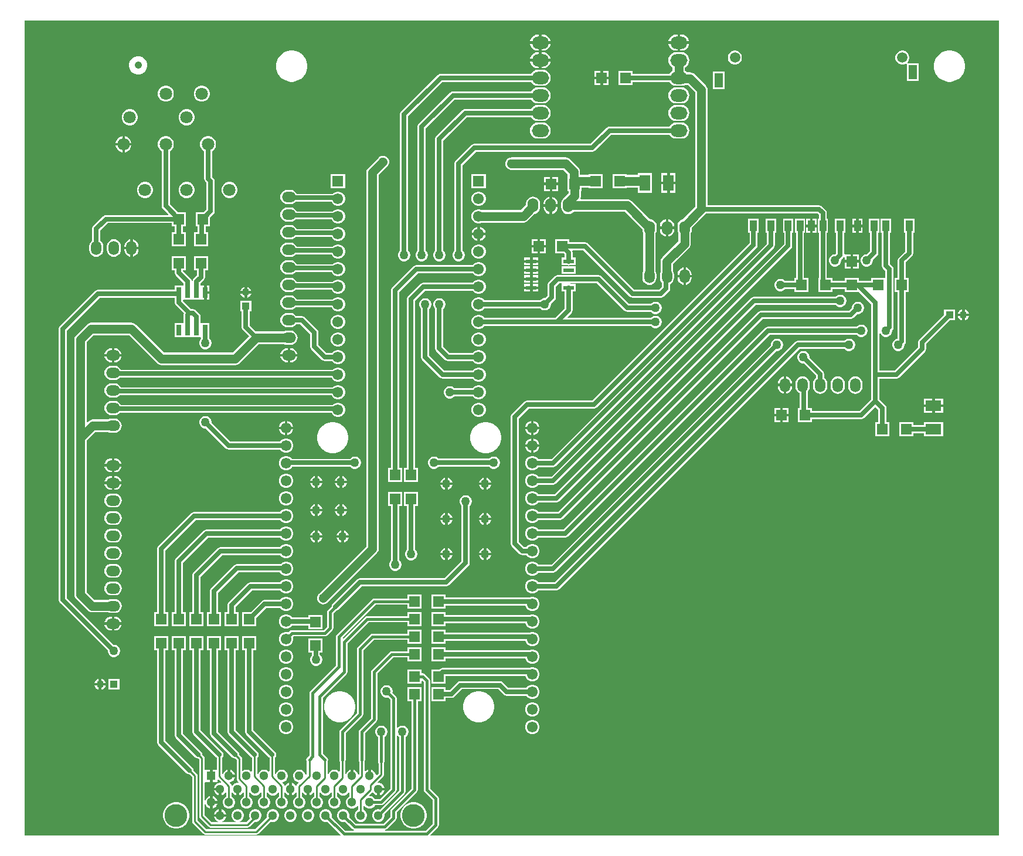
<source format=gtl>
G04*
G04 #@! TF.GenerationSoftware,Altium Limited,Altium Designer,25.0.2 (28)*
G04*
G04 Layer_Physical_Order=1*
G04 Layer_Color=255*
%FSLAX44Y44*%
%MOMM*%
G71*
G04*
G04 #@! TF.SameCoordinates,A7C3AEC9-9CA1-47B5-BDAE-58582B56A9DF*
G04*
G04*
G04 #@! TF.FilePolarity,Positive*
G04*
G01*
G75*
%ADD11C,0.3810*%
%ADD13C,0.2540*%
%ADD17R,1.5240X2.3000*%
%ADD18R,1.5240X1.5240*%
%ADD19R,2.3000X1.5240*%
%ADD20R,0.6500X1.5250*%
%ADD21R,1.5240X1.5240*%
%ADD22R,1.5500X0.6000*%
%ADD23R,1.0000X1.5000*%
%ADD24R,1.2000X2.0000*%
%ADD50C,0.6350*%
%ADD51C,1.2700*%
%ADD52C,1.5500*%
%ADD53R,1.1000X1.1000*%
%ADD54C,1.1000*%
%ADD55R,1.1000X1.1000*%
%ADD56O,1.5000X2.0000*%
%ADD57C,1.0500*%
%ADD58C,1.8000*%
%ADD59R,1.5500X1.5500*%
%ADD60O,2.0000X1.5000*%
%ADD61O,1.5240X2.0320*%
%ADD62O,2.5000X1.8000*%
%ADD63C,1.5000*%
%ADD64C,3.3000*%
%ADD65C,1.3000*%
%ADD66R,1.3000X1.3000*%
%ADD67C,1.2700*%
G36*
X1641115Y258885D02*
X820673D01*
X820187Y260058D01*
X831245Y271115D01*
X831245Y271115D01*
X832227Y272586D01*
X832572Y274320D01*
X832572Y274320D01*
Y312420D01*
X832572Y312420D01*
X832227Y314154D01*
X831245Y315625D01*
X831245Y315625D01*
X819872Y326997D01*
Y482600D01*
X819872Y482600D01*
X819527Y484334D01*
X818545Y485805D01*
X813463Y490886D01*
X813463Y490886D01*
X812195Y492155D01*
X812195Y492155D01*
X810724Y493137D01*
X808990Y493482D01*
X807720D01*
Y499110D01*
X787400D01*
Y478790D01*
X807720D01*
Y482151D01*
X808893Y482637D01*
X810808Y480723D01*
Y325120D01*
X811153Y323386D01*
X812135Y321915D01*
X823508Y310543D01*
Y276197D01*
X813463Y266152D01*
X755381D01*
X755256Y267422D01*
X756114Y267593D01*
X757585Y268575D01*
X770285Y281275D01*
X770285Y281275D01*
X771267Y282746D01*
X771612Y284480D01*
X771612Y284480D01*
Y292763D01*
X800765Y321915D01*
X800765Y321915D01*
X801747Y323386D01*
X802092Y325120D01*
Y453390D01*
X807720D01*
Y473710D01*
X787400D01*
Y453390D01*
X793028D01*
Y326997D01*
X763875Y297845D01*
X762893Y296374D01*
X762548Y294640D01*
Y286357D01*
X752503Y276312D01*
X712497D01*
X703136Y285674D01*
X703440Y286810D01*
Y289190D01*
X702824Y291489D01*
X701634Y293551D01*
X699951Y295234D01*
X697889Y296424D01*
X695590Y297040D01*
X693210D01*
X690911Y296424D01*
X688849Y295234D01*
X687166Y293551D01*
X685976Y291489D01*
X685360Y289190D01*
Y286810D01*
X685976Y284511D01*
X687166Y282449D01*
X688849Y280766D01*
X690911Y279576D01*
X693210Y278960D01*
X695590D01*
X696726Y279264D01*
X707415Y268575D01*
X707415Y268575D01*
X708886Y267593D01*
X709744Y267422D01*
X709619Y266152D01*
X697257D01*
X677736Y285674D01*
X678040Y286810D01*
Y289190D01*
X677424Y291489D01*
X676234Y293551D01*
X674551Y295234D01*
X672489Y296424D01*
X670190Y297040D01*
X667810D01*
X665511Y296424D01*
X663449Y295234D01*
X661766Y293551D01*
X660576Y291489D01*
X659960Y289190D01*
Y286810D01*
X660576Y284511D01*
X661766Y282449D01*
X663449Y280766D01*
X665511Y279576D01*
X667810Y278960D01*
X670190D01*
X671326Y279264D01*
X690533Y260058D01*
X690047Y258885D01*
X233885D01*
Y1436115D01*
X1641115D01*
Y258885D01*
D02*
G37*
%LPC*%
G36*
X1182500Y1415639D02*
X1180905D01*
Y1405905D01*
X1193889D01*
X1193743Y1407012D01*
X1192580Y1409820D01*
X1190730Y1412230D01*
X1188320Y1414080D01*
X1185513Y1415243D01*
X1182500Y1415639D01*
D02*
G37*
G36*
X982500D02*
X980905D01*
Y1405905D01*
X993889D01*
X993743Y1407012D01*
X992580Y1409820D01*
X990730Y1412230D01*
X988320Y1414080D01*
X985513Y1415243D01*
X982500Y1415639D01*
D02*
G37*
G36*
X977095D02*
X975500D01*
X972487Y1415243D01*
X969680Y1414080D01*
X967270Y1412230D01*
X965420Y1409820D01*
X964257Y1407012D01*
X964111Y1405905D01*
X977095D01*
Y1415639D01*
D02*
G37*
G36*
X1177095D02*
X1175500D01*
X1172487Y1415243D01*
X1169680Y1414080D01*
X1167270Y1412230D01*
X1165420Y1409820D01*
X1164257Y1407012D01*
X1164111Y1405905D01*
X1177095D01*
Y1415639D01*
D02*
G37*
G36*
X1193889Y1402095D02*
X1180905D01*
Y1392360D01*
X1182500D01*
X1185513Y1392757D01*
X1188320Y1393920D01*
X1190730Y1395770D01*
X1192580Y1398180D01*
X1193743Y1400987D01*
X1193889Y1402095D01*
D02*
G37*
G36*
X1177095D02*
X1164111D01*
X1164257Y1400987D01*
X1165420Y1398180D01*
X1167270Y1395770D01*
X1169680Y1393920D01*
X1172487Y1392757D01*
X1175500Y1392360D01*
X1177095D01*
Y1402095D01*
D02*
G37*
G36*
X993889D02*
X980905D01*
Y1392360D01*
X982500D01*
X985513Y1392757D01*
X988320Y1393920D01*
X990730Y1395770D01*
X992580Y1398180D01*
X993743Y1400987D01*
X993889Y1402095D01*
D02*
G37*
G36*
X977095D02*
X964111D01*
X964257Y1400987D01*
X965420Y1398180D01*
X967270Y1395770D01*
X969680Y1393920D01*
X972487Y1392757D01*
X975500Y1392360D01*
X977095D01*
Y1402095D01*
D02*
G37*
G36*
X982500Y1390240D02*
X980905D01*
Y1380505D01*
X993889D01*
X993743Y1381613D01*
X992580Y1384420D01*
X990730Y1386830D01*
X988320Y1388680D01*
X985513Y1389843D01*
X982500Y1390240D01*
D02*
G37*
G36*
X977095D02*
X975500D01*
X972487Y1389843D01*
X969680Y1388680D01*
X967270Y1386830D01*
X965420Y1384420D01*
X964257Y1381613D01*
X964111Y1380505D01*
X977095D01*
Y1390240D01*
D02*
G37*
G36*
X1261322Y1392540D02*
X1258678D01*
X1256125Y1391856D01*
X1253835Y1390534D01*
X1251966Y1388665D01*
X1250644Y1386375D01*
X1249960Y1383822D01*
Y1381178D01*
X1250644Y1378625D01*
X1251966Y1376335D01*
X1253835Y1374466D01*
X1256125Y1373144D01*
X1258678Y1372460D01*
X1261322D01*
X1263875Y1373144D01*
X1266165Y1374466D01*
X1268034Y1376335D01*
X1269356Y1378625D01*
X1270040Y1381178D01*
Y1383822D01*
X1269356Y1386375D01*
X1268034Y1388665D01*
X1266165Y1390534D01*
X1263875Y1391856D01*
X1261322Y1392540D01*
D02*
G37*
G36*
X993889Y1376695D02*
X980905D01*
Y1366960D01*
X982500D01*
X985513Y1367357D01*
X988320Y1368520D01*
X990730Y1370370D01*
X992580Y1372780D01*
X993743Y1375587D01*
X993889Y1376695D01*
D02*
G37*
G36*
X977095D02*
X964111D01*
X964257Y1375587D01*
X965420Y1372780D01*
X967270Y1370370D01*
X969680Y1368520D01*
X972487Y1367357D01*
X975500Y1366960D01*
X977095D01*
Y1376695D01*
D02*
G37*
G36*
X1182500Y1390240D02*
X1175500D01*
X1172487Y1389843D01*
X1169680Y1388680D01*
X1167270Y1386830D01*
X1165420Y1384420D01*
X1164257Y1381613D01*
X1163860Y1378600D01*
X1164257Y1375587D01*
X1165420Y1372780D01*
X1167270Y1370370D01*
X1169680Y1368520D01*
X1170033Y1368374D01*
Y1363426D01*
X1169680Y1363280D01*
X1167270Y1361430D01*
X1165420Y1359020D01*
X1165381Y1358927D01*
X1112160D01*
Y1363160D01*
X1091840D01*
Y1342840D01*
X1112160D01*
Y1347273D01*
X1165502D01*
X1167270Y1344970D01*
X1169680Y1343120D01*
X1172487Y1341957D01*
X1175500Y1341560D01*
X1182500D01*
X1185513Y1341957D01*
X1188320Y1343120D01*
X1188449Y1343219D01*
X1191720D01*
X1202613Y1332326D01*
Y1167034D01*
X1184576Y1148997D01*
X1182326Y1148065D01*
X1180204Y1146436D01*
X1178575Y1144314D01*
X1177551Y1141842D01*
X1177202Y1139190D01*
Y1134110D01*
X1177551Y1131458D01*
X1178483Y1129208D01*
Y1117504D01*
X1155269Y1094290D01*
X1153845Y1092433D01*
X1152949Y1090271D01*
X1152643Y1087950D01*
Y1072826D01*
X1152268Y1071921D01*
X1151923Y1069300D01*
Y1064300D01*
X1152268Y1061679D01*
X1153280Y1059237D01*
X1154889Y1057139D01*
X1154953Y1057091D01*
Y1051434D01*
X1150746Y1047227D01*
X1114934D01*
X1048060Y1114100D01*
X1046170Y1115363D01*
X1043940Y1115807D01*
X1021080D01*
Y1120140D01*
X1000760D01*
Y1099820D01*
X1012839D01*
X1014173Y1098486D01*
Y1093590D01*
X1009710D01*
Y1082510D01*
X1018557D01*
X1020000Y1082223D01*
X1021443Y1082510D01*
X1030290D01*
Y1093590D01*
X1025827D01*
Y1100900D01*
X1025433Y1102883D01*
X1026111Y1104153D01*
X1041526D01*
X1108400Y1037280D01*
X1110290Y1036017D01*
X1112520Y1035573D01*
X1153160D01*
X1155390Y1036017D01*
X1157280Y1037280D01*
X1164900Y1044900D01*
X1166163Y1046790D01*
X1166607Y1049020D01*
Y1055320D01*
X1167113Y1055530D01*
X1169211Y1057139D01*
X1170820Y1059237D01*
X1171832Y1061679D01*
X1172177Y1064300D01*
Y1069300D01*
X1171832Y1071921D01*
X1170820Y1074363D01*
X1170577Y1074680D01*
Y1084236D01*
X1193790Y1107450D01*
X1195215Y1109307D01*
X1196111Y1111469D01*
X1196417Y1113790D01*
Y1129208D01*
X1197348Y1131458D01*
X1197698Y1134110D01*
Y1136757D01*
X1217920Y1156980D01*
X1218314Y1157493D01*
X1379346D01*
X1381173Y1155667D01*
Y1149439D01*
X1379460D01*
Y1129359D01*
X1381173D01*
Y1064260D01*
X1380490D01*
Y1043940D01*
X1400810D01*
Y1048273D01*
X1418590D01*
Y1043940D01*
X1438910D01*
X1438910Y1043940D01*
Y1043940D01*
X1440010Y1043489D01*
X1457213Y1026286D01*
Y924560D01*
Y888874D01*
X1440306Y871967D01*
X1371600D01*
Y876300D01*
X1365232D01*
Y900408D01*
X1366520Y902087D01*
X1367532Y904529D01*
X1367877Y907150D01*
Y912150D01*
X1367532Y914771D01*
X1366520Y917213D01*
X1364911Y919311D01*
X1362813Y920920D01*
X1360371Y921932D01*
X1357750Y922277D01*
X1355129Y921932D01*
X1352687Y920920D01*
X1350589Y919311D01*
X1348980Y917213D01*
X1347968Y914771D01*
X1347623Y912150D01*
Y907150D01*
X1347968Y904529D01*
X1348980Y902087D01*
X1350589Y899989D01*
X1352687Y898380D01*
X1353578Y898011D01*
Y876300D01*
X1351280D01*
Y855980D01*
X1371600D01*
Y860313D01*
X1442720D01*
X1444950Y860757D01*
X1446840Y862020D01*
X1463040Y878219D01*
X1467373Y873886D01*
Y855980D01*
X1463040D01*
Y835660D01*
X1483360D01*
Y855980D01*
X1479027D01*
Y876300D01*
X1478583Y878530D01*
X1477320Y880420D01*
X1468867Y888874D01*
Y918733D01*
X1493520D01*
X1495750Y919177D01*
X1497640Y920440D01*
X1534738Y957537D01*
X1536001Y959428D01*
X1536444Y961657D01*
Y969084D01*
X1570241Y1002880D01*
X1578080D01*
Y1018960D01*
X1562000D01*
Y1011121D01*
X1526497Y975618D01*
X1525234Y973727D01*
X1524790Y971497D01*
Y964071D01*
X1491106Y930387D01*
X1468867D01*
Y984172D01*
X1469021Y984235D01*
X1470137Y984384D01*
X1471166Y982601D01*
X1472821Y980946D01*
X1474849Y979776D01*
X1477110Y979170D01*
X1479450D01*
X1481711Y979776D01*
X1483739Y980946D01*
X1485394Y982601D01*
X1486564Y984629D01*
X1487170Y986890D01*
Y988709D01*
X1487480Y989020D01*
X1488743Y990910D01*
X1489187Y993140D01*
Y1076960D01*
X1488743Y1079190D01*
X1487480Y1081080D01*
X1484127Y1084434D01*
Y1129359D01*
X1485840D01*
Y1149439D01*
X1470760D01*
Y1129359D01*
X1472473D01*
Y1082020D01*
X1472917Y1079790D01*
X1474180Y1077900D01*
X1477533Y1074546D01*
Y1065313D01*
X1477010Y1064260D01*
X1476263Y1064260D01*
X1456690D01*
Y1059927D01*
X1438910D01*
Y1064260D01*
X1418590D01*
Y1059927D01*
X1400810D01*
Y1064260D01*
X1392827D01*
Y1129359D01*
X1394540D01*
Y1149439D01*
X1392827D01*
Y1158080D01*
X1392383Y1160310D01*
X1391120Y1162200D01*
X1385880Y1167440D01*
X1383990Y1168703D01*
X1381760Y1169147D01*
X1220547D01*
Y1336040D01*
X1220241Y1338361D01*
X1219345Y1340523D01*
X1217920Y1342380D01*
X1201775Y1358526D01*
X1199918Y1359951D01*
X1197755Y1360847D01*
X1195434Y1361153D01*
X1190944D01*
X1190730Y1361430D01*
X1188320Y1363280D01*
X1187967Y1363426D01*
Y1368374D01*
X1188320Y1368520D01*
X1190730Y1370370D01*
X1192580Y1372780D01*
X1193743Y1375587D01*
X1194140Y1378600D01*
X1193743Y1381613D01*
X1192580Y1384420D01*
X1190730Y1386830D01*
X1188320Y1388680D01*
X1185513Y1389843D01*
X1182500Y1390240D01*
D02*
G37*
G36*
X399867Y1384340D02*
X396433D01*
X393117Y1383451D01*
X390143Y1381735D01*
X387715Y1379307D01*
X385999Y1376333D01*
X385110Y1373017D01*
Y1369583D01*
X385999Y1366267D01*
X387715Y1363293D01*
X390143Y1360865D01*
X393117Y1359149D01*
X396433Y1358260D01*
X399867D01*
X403183Y1359149D01*
X406157Y1360865D01*
X408585Y1363293D01*
X410301Y1366267D01*
X411190Y1369583D01*
Y1373017D01*
X410301Y1376333D01*
X408585Y1379307D01*
X406157Y1381735D01*
X403183Y1383451D01*
X399867Y1384340D01*
D02*
G37*
G36*
X1077870Y1363160D02*
X1069615D01*
Y1354905D01*
X1077870D01*
Y1363160D01*
D02*
G37*
G36*
X1065805D02*
X1057550D01*
Y1354905D01*
X1065805D01*
Y1363160D01*
D02*
G37*
G36*
X1503322Y1392540D02*
X1500678D01*
X1498125Y1391856D01*
X1495835Y1390534D01*
X1493966Y1388665D01*
X1492644Y1386375D01*
X1491960Y1383822D01*
Y1381178D01*
X1492644Y1378625D01*
X1493966Y1376335D01*
X1495835Y1374466D01*
X1498125Y1373144D01*
X1500678Y1372460D01*
X1503322D01*
X1505875Y1373144D01*
X1507190Y1373903D01*
X1508460Y1373170D01*
Y1348960D01*
X1525540D01*
Y1374040D01*
X1509535D01*
X1509009Y1375310D01*
X1510034Y1376335D01*
X1511356Y1378625D01*
X1512040Y1381178D01*
Y1383822D01*
X1511356Y1386375D01*
X1510034Y1388665D01*
X1508165Y1390534D01*
X1505875Y1391856D01*
X1503322Y1392540D01*
D02*
G37*
G36*
X1572220D02*
X1567780D01*
X1563425Y1391674D01*
X1559323Y1389975D01*
X1555632Y1387508D01*
X1552492Y1384368D01*
X1550025Y1380677D01*
X1548326Y1376575D01*
X1547460Y1372220D01*
Y1367780D01*
X1548326Y1363425D01*
X1550025Y1359323D01*
X1552492Y1355632D01*
X1555632Y1352492D01*
X1559323Y1350025D01*
X1563425Y1348326D01*
X1567780Y1347460D01*
X1572220D01*
X1576575Y1348326D01*
X1580677Y1350025D01*
X1584368Y1352492D01*
X1587508Y1355632D01*
X1589975Y1359323D01*
X1591674Y1363425D01*
X1592540Y1367780D01*
Y1372220D01*
X1591674Y1376575D01*
X1589975Y1380677D01*
X1587508Y1384368D01*
X1584368Y1387508D01*
X1580677Y1389975D01*
X1576575Y1391674D01*
X1572220Y1392540D01*
D02*
G37*
G36*
X622220D02*
X617780D01*
X613425Y1391674D01*
X609323Y1389975D01*
X605632Y1387508D01*
X602492Y1384368D01*
X600025Y1380677D01*
X598326Y1376575D01*
X597460Y1372220D01*
Y1367780D01*
X598326Y1363425D01*
X600025Y1359323D01*
X602492Y1355632D01*
X605632Y1352492D01*
X609323Y1350025D01*
X613425Y1348326D01*
X617780Y1347460D01*
X622220D01*
X626575Y1348326D01*
X630677Y1350025D01*
X634368Y1352492D01*
X637508Y1355632D01*
X639975Y1359323D01*
X641674Y1363425D01*
X642540Y1367780D01*
Y1372220D01*
X641674Y1376575D01*
X639975Y1380677D01*
X637508Y1384368D01*
X634368Y1387508D01*
X630677Y1389975D01*
X626575Y1391674D01*
X622220Y1392540D01*
D02*
G37*
G36*
X1077870Y1351095D02*
X1069615D01*
Y1342840D01*
X1077870D01*
Y1351095D01*
D02*
G37*
G36*
X1065805D02*
X1057550D01*
Y1342840D01*
X1065805D01*
Y1351095D01*
D02*
G37*
G36*
X982500Y1364839D02*
X975500D01*
X972487Y1364443D01*
X969680Y1363280D01*
X967270Y1361430D01*
X965425Y1359027D01*
X835040D01*
X832810Y1358583D01*
X830920Y1357320D01*
X778200Y1304600D01*
X776937Y1302710D01*
X776493Y1300480D01*
Y1104025D01*
X775206Y1102739D01*
X774036Y1100711D01*
X773430Y1098450D01*
Y1096110D01*
X774036Y1093849D01*
X775206Y1091821D01*
X776861Y1090166D01*
X778889Y1088996D01*
X781150Y1088390D01*
X783490D01*
X785751Y1088996D01*
X787779Y1090166D01*
X789434Y1091821D01*
X790604Y1093849D01*
X791210Y1096110D01*
Y1098450D01*
X790604Y1100711D01*
X789434Y1102739D01*
X788147Y1104025D01*
Y1298066D01*
X837454Y1347373D01*
X965425D01*
X967270Y1344970D01*
X969680Y1343120D01*
X972487Y1341957D01*
X975500Y1341560D01*
X982500D01*
X985513Y1341957D01*
X988320Y1343120D01*
X990730Y1344970D01*
X992580Y1347380D01*
X993743Y1350187D01*
X994140Y1353200D01*
X993743Y1356212D01*
X992580Y1359020D01*
X990730Y1361430D01*
X988320Y1363280D01*
X985513Y1364443D01*
X982500Y1364839D01*
D02*
G37*
G36*
X1245540Y1362040D02*
X1228460D01*
Y1336960D01*
X1245540D01*
Y1362040D01*
D02*
G37*
G36*
X491669Y1341840D02*
X488631D01*
X485696Y1341054D01*
X483064Y1339534D01*
X480916Y1337386D01*
X479397Y1334754D01*
X478610Y1331819D01*
Y1328781D01*
X479397Y1325846D01*
X480916Y1323214D01*
X483064Y1321066D01*
X485696Y1319547D01*
X488631Y1318760D01*
X491669D01*
X494604Y1319547D01*
X497236Y1321066D01*
X499384Y1323214D01*
X500904Y1325846D01*
X501690Y1328781D01*
Y1331819D01*
X500904Y1334754D01*
X499384Y1337386D01*
X497236Y1339534D01*
X494604Y1341054D01*
X491669Y1341840D01*
D02*
G37*
G36*
X439669D02*
X436631D01*
X433696Y1341054D01*
X431064Y1339534D01*
X428916Y1337386D01*
X427397Y1334754D01*
X426610Y1331819D01*
Y1328781D01*
X427397Y1325846D01*
X428916Y1323214D01*
X431064Y1321066D01*
X433696Y1319547D01*
X436631Y1318760D01*
X439669D01*
X442604Y1319547D01*
X445236Y1321066D01*
X447384Y1323214D01*
X448904Y1325846D01*
X449690Y1328781D01*
Y1331819D01*
X448904Y1334754D01*
X447384Y1337386D01*
X445236Y1339534D01*
X442604Y1341054D01*
X439669Y1341840D01*
D02*
G37*
G36*
X1182500Y1339440D02*
X1175500D01*
X1172487Y1339043D01*
X1169680Y1337880D01*
X1167270Y1336030D01*
X1165420Y1333620D01*
X1164257Y1330813D01*
X1163860Y1327800D01*
X1164257Y1324787D01*
X1165420Y1321980D01*
X1167270Y1319570D01*
X1169680Y1317720D01*
X1172487Y1316557D01*
X1175500Y1316160D01*
X1182500D01*
X1185513Y1316557D01*
X1188320Y1317720D01*
X1190730Y1319570D01*
X1192580Y1321980D01*
X1193743Y1324787D01*
X1194140Y1327800D01*
X1193743Y1330813D01*
X1192580Y1333620D01*
X1190730Y1336030D01*
X1188320Y1337880D01*
X1185513Y1339043D01*
X1182500Y1339440D01*
D02*
G37*
G36*
X982500D02*
X975500D01*
X972487Y1339043D01*
X969680Y1337880D01*
X967270Y1336030D01*
X965425Y1333627D01*
X852820D01*
X850590Y1333183D01*
X848700Y1331920D01*
X803600Y1286820D01*
X802337Y1284930D01*
X801893Y1282700D01*
Y1104025D01*
X800606Y1102739D01*
X799436Y1100711D01*
X798830Y1098450D01*
Y1096110D01*
X799436Y1093849D01*
X800606Y1091821D01*
X802261Y1090166D01*
X804289Y1088996D01*
X806550Y1088390D01*
X808890D01*
X811151Y1088996D01*
X813179Y1090166D01*
X814834Y1091821D01*
X816004Y1093849D01*
X816610Y1096110D01*
Y1098450D01*
X816004Y1100711D01*
X814834Y1102739D01*
X813547Y1104025D01*
Y1280286D01*
X855234Y1321973D01*
X965425D01*
X967270Y1319570D01*
X969680Y1317720D01*
X972487Y1316557D01*
X975500Y1316160D01*
X982500D01*
X985513Y1316557D01*
X988320Y1317720D01*
X990730Y1319570D01*
X992580Y1321980D01*
X993743Y1324787D01*
X994140Y1327800D01*
X993743Y1330813D01*
X992580Y1333620D01*
X990730Y1336030D01*
X988320Y1337880D01*
X985513Y1339043D01*
X982500Y1339440D01*
D02*
G37*
G36*
X1182500Y1314039D02*
X1175500D01*
X1172487Y1313643D01*
X1169680Y1312480D01*
X1167270Y1310630D01*
X1165420Y1308220D01*
X1164257Y1305412D01*
X1163860Y1302400D01*
X1164257Y1299387D01*
X1165420Y1296580D01*
X1167270Y1294170D01*
X1169680Y1292320D01*
X1172487Y1291157D01*
X1175500Y1290760D01*
X1182500D01*
X1185513Y1291157D01*
X1188320Y1292320D01*
X1190730Y1294170D01*
X1192580Y1296580D01*
X1193743Y1299387D01*
X1194140Y1302400D01*
X1193743Y1305412D01*
X1192580Y1308220D01*
X1190730Y1310630D01*
X1188320Y1312480D01*
X1185513Y1313643D01*
X1182500Y1314039D01*
D02*
G37*
G36*
X982500D02*
X975500D01*
X972487Y1313643D01*
X969680Y1312480D01*
X967270Y1310630D01*
X965425Y1308227D01*
X870600D01*
X868370Y1307783D01*
X866480Y1306520D01*
X829000Y1269040D01*
X827737Y1267150D01*
X827293Y1264920D01*
Y1104025D01*
X826006Y1102739D01*
X824836Y1100711D01*
X824230Y1098450D01*
Y1096110D01*
X824836Y1093849D01*
X826006Y1091821D01*
X827661Y1090166D01*
X829689Y1088996D01*
X831950Y1088390D01*
X834290D01*
X836551Y1088996D01*
X838579Y1090166D01*
X840234Y1091821D01*
X841404Y1093849D01*
X842010Y1096110D01*
Y1098450D01*
X841404Y1100711D01*
X840234Y1102739D01*
X838947Y1104025D01*
Y1262506D01*
X873014Y1296573D01*
X965425D01*
X967270Y1294170D01*
X969680Y1292320D01*
X972487Y1291157D01*
X975500Y1290760D01*
X982500D01*
X985513Y1291157D01*
X988320Y1292320D01*
X990730Y1294170D01*
X992580Y1296580D01*
X993743Y1299387D01*
X994140Y1302400D01*
X993743Y1305412D01*
X992580Y1308220D01*
X990730Y1310630D01*
X988320Y1312480D01*
X985513Y1313643D01*
X982500Y1314039D01*
D02*
G37*
G36*
X469669Y1307840D02*
X466631D01*
X463696Y1307054D01*
X461064Y1305534D01*
X458916Y1303386D01*
X457396Y1300754D01*
X456610Y1297819D01*
Y1294781D01*
X457396Y1291846D01*
X458916Y1289214D01*
X461064Y1287066D01*
X463696Y1285547D01*
X466631Y1284760D01*
X469669D01*
X472604Y1285547D01*
X475236Y1287066D01*
X477384Y1289214D01*
X478904Y1291846D01*
X479690Y1294781D01*
Y1297819D01*
X478904Y1300754D01*
X477384Y1303386D01*
X475236Y1305534D01*
X472604Y1307054D01*
X469669Y1307840D01*
D02*
G37*
G36*
X387669D02*
X384631D01*
X381696Y1307054D01*
X379064Y1305534D01*
X376916Y1303386D01*
X375396Y1300754D01*
X374610Y1297819D01*
Y1294781D01*
X375396Y1291846D01*
X376916Y1289214D01*
X379064Y1287066D01*
X381696Y1285547D01*
X384631Y1284760D01*
X387669D01*
X390604Y1285547D01*
X393236Y1287066D01*
X395384Y1289214D01*
X396903Y1291846D01*
X397690Y1294781D01*
Y1297819D01*
X396903Y1300754D01*
X395384Y1303386D01*
X393236Y1305534D01*
X390604Y1307054D01*
X387669Y1307840D01*
D02*
G37*
G36*
X1182500Y1288640D02*
X1175500D01*
X1172487Y1288243D01*
X1169680Y1287080D01*
X1167270Y1285230D01*
X1165425Y1282827D01*
X1078880D01*
X1076650Y1282383D01*
X1074760Y1281120D01*
X1051686Y1258047D01*
X883920D01*
X881690Y1257603D01*
X879800Y1256340D01*
X856940Y1233480D01*
X855677Y1231590D01*
X855233Y1229360D01*
Y1104025D01*
X853946Y1102739D01*
X852776Y1100711D01*
X852170Y1098450D01*
Y1096110D01*
X852776Y1093849D01*
X853946Y1091821D01*
X855601Y1090166D01*
X857629Y1088996D01*
X859890Y1088390D01*
X862230D01*
X864491Y1088996D01*
X866519Y1090166D01*
X868174Y1091821D01*
X869344Y1093849D01*
X869950Y1096110D01*
Y1098450D01*
X869344Y1100711D01*
X868174Y1102739D01*
X866887Y1104025D01*
Y1226946D01*
X886334Y1246393D01*
X1054100D01*
X1056330Y1246837D01*
X1058220Y1248100D01*
X1081294Y1271173D01*
X1165425D01*
X1167270Y1268770D01*
X1169680Y1266920D01*
X1172487Y1265757D01*
X1175500Y1265360D01*
X1182500D01*
X1185513Y1265757D01*
X1188320Y1266920D01*
X1190730Y1268770D01*
X1192580Y1271180D01*
X1193743Y1273987D01*
X1194140Y1277000D01*
X1193743Y1280013D01*
X1192580Y1282820D01*
X1190730Y1285230D01*
X1188320Y1287080D01*
X1185513Y1288243D01*
X1182500Y1288640D01*
D02*
G37*
G36*
X982500D02*
X975500D01*
X972487Y1288243D01*
X969680Y1287080D01*
X967270Y1285230D01*
X965420Y1282820D01*
X964257Y1280013D01*
X963860Y1277000D01*
X964257Y1273987D01*
X965420Y1271180D01*
X967270Y1268770D01*
X969680Y1266920D01*
X972487Y1265757D01*
X975500Y1265360D01*
X982500D01*
X985513Y1265757D01*
X988320Y1266920D01*
X990730Y1268770D01*
X992580Y1271180D01*
X993743Y1273987D01*
X994140Y1277000D01*
X993743Y1280013D01*
X992580Y1282820D01*
X990730Y1285230D01*
X988320Y1287080D01*
X985513Y1288243D01*
X982500Y1288640D01*
D02*
G37*
G36*
X379055Y1268737D02*
Y1259205D01*
X388587D01*
X387904Y1261754D01*
X386384Y1264386D01*
X384236Y1266534D01*
X381604Y1268054D01*
X379055Y1268737D01*
D02*
G37*
G36*
X375245D02*
X372696Y1268054D01*
X370064Y1266534D01*
X367916Y1264386D01*
X366396Y1261754D01*
X365713Y1259205D01*
X375245D01*
Y1268737D01*
D02*
G37*
G36*
X388587Y1255395D02*
X379055D01*
Y1245863D01*
X381604Y1246546D01*
X384236Y1248066D01*
X386384Y1250214D01*
X387904Y1252846D01*
X388587Y1255395D01*
D02*
G37*
G36*
X375245D02*
X365713D01*
X366396Y1252846D01*
X367916Y1250214D01*
X370064Y1248066D01*
X372696Y1246546D01*
X375245Y1245863D01*
Y1255395D01*
D02*
G37*
G36*
X1140460Y1215460D02*
X1120140D01*
Y1212927D01*
X1103630D01*
Y1214120D01*
X1083310D01*
Y1193800D01*
X1103630D01*
Y1194993D01*
X1120140D01*
Y1187380D01*
X1140460D01*
Y1215460D01*
D02*
G37*
G36*
X1174460D02*
X1166205D01*
Y1203325D01*
X1174460D01*
Y1215460D01*
D02*
G37*
G36*
X1162395D02*
X1154140D01*
Y1203325D01*
X1162395D01*
Y1215460D01*
D02*
G37*
G36*
X1004570Y1210310D02*
X996315D01*
Y1202055D01*
X1004570D01*
Y1210310D01*
D02*
G37*
G36*
X992505D02*
X984250D01*
Y1202055D01*
X992505D01*
Y1210310D01*
D02*
G37*
G36*
X1016000Y1238327D02*
X937260D01*
X936677Y1238250D01*
X936090D01*
X935522Y1238098D01*
X934939Y1238021D01*
X934396Y1237796D01*
X933829Y1237644D01*
X933319Y1237350D01*
X932777Y1237125D01*
X932310Y1236768D01*
X931801Y1236474D01*
X931386Y1236058D01*
X930920Y1235700D01*
X930562Y1235234D01*
X930146Y1234819D01*
X929852Y1234309D01*
X929495Y1233843D01*
X929270Y1233300D01*
X928976Y1232791D01*
X928824Y1232224D01*
X928599Y1231681D01*
X928522Y1231098D01*
X928370Y1230530D01*
Y1229943D01*
X928293Y1229360D01*
X928370Y1228777D01*
Y1228190D01*
X928522Y1227622D01*
X928599Y1227039D01*
X928824Y1226496D01*
X928976Y1225929D01*
X929270Y1225419D01*
X929495Y1224877D01*
X929852Y1224410D01*
X930146Y1223901D01*
X930562Y1223486D01*
X930920Y1223020D01*
X931386Y1222662D01*
X931801Y1222246D01*
X932310Y1221952D01*
X932777Y1221595D01*
X933319Y1221370D01*
X933829Y1221076D01*
X934396Y1220924D01*
X934939Y1220699D01*
X935522Y1220622D01*
X936090Y1220470D01*
X936677D01*
X937260Y1220393D01*
X1012286D01*
X1018463Y1214216D01*
Y1201420D01*
X1018540Y1200837D01*
Y1189990D01*
X1019733D01*
Y1186719D01*
X1013060Y1180045D01*
X1011635Y1178188D01*
X1011564Y1178017D01*
X1010525Y1176664D01*
X1009501Y1174192D01*
X1009152Y1171540D01*
Y1166460D01*
X1009501Y1163808D01*
X1010525Y1161336D01*
X1012154Y1159214D01*
X1014276Y1157585D01*
X1016748Y1156562D01*
X1019400Y1156212D01*
X1022052Y1156562D01*
X1024524Y1157585D01*
X1026646Y1159214D01*
X1027275Y1160033D01*
X1100586D01*
X1126402Y1134217D01*
Y1134110D01*
X1126751Y1131458D01*
X1127683Y1129208D01*
Y1073888D01*
X1126868Y1071921D01*
X1126523Y1069300D01*
Y1064300D01*
X1126868Y1061679D01*
X1127880Y1059237D01*
X1129489Y1057139D01*
X1131587Y1055530D01*
X1134029Y1054518D01*
X1136650Y1054173D01*
X1139271Y1054518D01*
X1141713Y1055530D01*
X1143811Y1057139D01*
X1145420Y1059237D01*
X1146432Y1061679D01*
X1146777Y1064300D01*
Y1069300D01*
X1146432Y1071921D01*
X1145617Y1073888D01*
Y1129208D01*
X1146548Y1131458D01*
X1146898Y1134110D01*
Y1139190D01*
X1146548Y1141842D01*
X1145525Y1144314D01*
X1143896Y1146436D01*
X1141774Y1148065D01*
X1139302Y1149089D01*
X1136650Y1149438D01*
X1136556Y1149425D01*
X1110640Y1175340D01*
X1108783Y1176765D01*
X1106621Y1177661D01*
X1104300Y1177967D01*
X1037570D01*
X1036762Y1179237D01*
X1037361Y1180684D01*
X1037667Y1183005D01*
X1037667Y1183005D01*
Y1189990D01*
X1038860D01*
Y1194993D01*
X1049020D01*
Y1193800D01*
X1069340D01*
Y1214120D01*
X1049020D01*
Y1212927D01*
X1036397D01*
Y1217930D01*
X1036091Y1220251D01*
X1035195Y1222413D01*
X1033770Y1224270D01*
X1022340Y1235700D01*
X1020483Y1237125D01*
X1018321Y1238021D01*
X1016000Y1238327D01*
D02*
G37*
G36*
X900290Y1214290D02*
X879710D01*
Y1193710D01*
X900290D01*
Y1214290D01*
D02*
G37*
G36*
X697090D02*
X676510D01*
Y1193710D01*
X697090D01*
Y1214290D01*
D02*
G37*
G36*
X1004570Y1198245D02*
X996315D01*
Y1189990D01*
X1004570D01*
Y1198245D01*
D02*
G37*
G36*
X992505D02*
X984250D01*
Y1189990D01*
X992505D01*
Y1198245D01*
D02*
G37*
G36*
X1174460Y1199515D02*
X1166205D01*
Y1187380D01*
X1174460D01*
Y1199515D01*
D02*
G37*
G36*
X1162395D02*
X1154140D01*
Y1187380D01*
X1162395D01*
Y1199515D01*
D02*
G37*
G36*
X531669Y1202840D02*
X528631D01*
X525696Y1202054D01*
X523064Y1200534D01*
X520916Y1198386D01*
X519396Y1195754D01*
X518610Y1192819D01*
Y1189781D01*
X519396Y1186846D01*
X520916Y1184214D01*
X523064Y1182066D01*
X525696Y1180546D01*
X528631Y1179760D01*
X531669D01*
X534604Y1180546D01*
X537236Y1182066D01*
X539384Y1184214D01*
X540904Y1186846D01*
X541690Y1189781D01*
Y1192819D01*
X540904Y1195754D01*
X539384Y1198386D01*
X537236Y1200534D01*
X534604Y1202054D01*
X531669Y1202840D01*
D02*
G37*
G36*
X469669D02*
X466631D01*
X463696Y1202054D01*
X461064Y1200534D01*
X458916Y1198386D01*
X457396Y1195754D01*
X456610Y1192819D01*
Y1189781D01*
X457396Y1186846D01*
X458916Y1184214D01*
X461064Y1182066D01*
X463696Y1180546D01*
X466631Y1179760D01*
X469669D01*
X472604Y1180546D01*
X475236Y1182066D01*
X477384Y1184214D01*
X478904Y1186846D01*
X479690Y1189781D01*
Y1192819D01*
X478904Y1195754D01*
X477384Y1198386D01*
X475236Y1200534D01*
X472604Y1202054D01*
X469669Y1202840D01*
D02*
G37*
G36*
X409669D02*
X406631D01*
X403696Y1202054D01*
X401064Y1200534D01*
X398916Y1198386D01*
X397396Y1195754D01*
X396610Y1192819D01*
Y1189781D01*
X397396Y1186846D01*
X398916Y1184214D01*
X401064Y1182066D01*
X403696Y1180546D01*
X406631Y1179760D01*
X409669D01*
X412604Y1180546D01*
X415236Y1182066D01*
X417384Y1184214D01*
X418904Y1186846D01*
X419690Y1189781D01*
Y1192819D01*
X418904Y1195754D01*
X417384Y1198386D01*
X415236Y1200534D01*
X412604Y1202054D01*
X409669Y1202840D01*
D02*
G37*
G36*
X995905Y1181537D02*
Y1170905D01*
X1004248D01*
Y1171540D01*
X1003898Y1174192D01*
X1002875Y1176664D01*
X1001246Y1178786D01*
X999124Y1180415D01*
X996652Y1181439D01*
X995905Y1181537D01*
D02*
G37*
G36*
X992095Y1181537D02*
X991348Y1181439D01*
X988876Y1180415D01*
X986754Y1178786D01*
X985125Y1176664D01*
X984101Y1174192D01*
X983752Y1171540D01*
Y1170905D01*
X992095D01*
Y1181537D01*
D02*
G37*
G36*
X891355Y1188890D02*
X888645D01*
X886028Y1188189D01*
X883682Y1186834D01*
X881766Y1184918D01*
X880411Y1182572D01*
X879710Y1179955D01*
Y1177245D01*
X880411Y1174628D01*
X881766Y1172282D01*
X883682Y1170366D01*
X886028Y1169011D01*
X888645Y1168310D01*
X891355D01*
X893972Y1169011D01*
X896318Y1170366D01*
X898234Y1172282D01*
X899589Y1174628D01*
X900290Y1177245D01*
Y1179955D01*
X899589Y1182572D01*
X898234Y1184918D01*
X896318Y1186834D01*
X893972Y1188189D01*
X891355Y1188890D01*
D02*
G37*
G36*
X618450Y1191227D02*
X613450D01*
X610829Y1190882D01*
X608387Y1189870D01*
X606289Y1188261D01*
X604680Y1186163D01*
X603668Y1183721D01*
X603323Y1181100D01*
X603668Y1178479D01*
X604680Y1176037D01*
X606289Y1173939D01*
X608387Y1172330D01*
X610829Y1171318D01*
X613450Y1170973D01*
X618450D01*
X621071Y1171318D01*
X623513Y1172330D01*
X625611Y1173939D01*
X625675Y1174023D01*
X677561D01*
X678566Y1172282D01*
X680482Y1170366D01*
X682828Y1169011D01*
X685445Y1168310D01*
X688155D01*
X690772Y1169011D01*
X693118Y1170366D01*
X695034Y1172282D01*
X696389Y1174628D01*
X697090Y1177245D01*
Y1179955D01*
X696389Y1182572D01*
X695034Y1184918D01*
X693118Y1186834D01*
X690772Y1188189D01*
X688155Y1188890D01*
X685445D01*
X682828Y1188189D01*
X680482Y1186834D01*
X679325Y1185677D01*
X627421D01*
X627220Y1186163D01*
X625611Y1188261D01*
X623513Y1189870D01*
X621071Y1190882D01*
X618450Y1191227D01*
D02*
G37*
G36*
X968600Y1181788D02*
X965948Y1181439D01*
X963476Y1180415D01*
X961354Y1178786D01*
X959725Y1176664D01*
X958701Y1174192D01*
X958352Y1171540D01*
Y1169581D01*
X950938Y1162167D01*
X895049D01*
X893972Y1162789D01*
X891355Y1163490D01*
X888645D01*
X886028Y1162789D01*
X883682Y1161434D01*
X881766Y1159518D01*
X880411Y1157172D01*
X879710Y1154555D01*
Y1151845D01*
X880411Y1149228D01*
X881766Y1146882D01*
X883682Y1144966D01*
X886028Y1143611D01*
X888645Y1142910D01*
X891355D01*
X893972Y1143611D01*
X895049Y1144233D01*
X954653D01*
X956973Y1144539D01*
X959136Y1145435D01*
X960993Y1146860D01*
X970611Y1156477D01*
X971252Y1156562D01*
X973724Y1157585D01*
X975846Y1159214D01*
X977475Y1161336D01*
X978499Y1163808D01*
X978848Y1166460D01*
Y1171540D01*
X978499Y1174192D01*
X977475Y1176664D01*
X975846Y1178786D01*
X973724Y1180415D01*
X971252Y1181439D01*
X968600Y1181788D01*
D02*
G37*
G36*
X1004248Y1167095D02*
X995905D01*
Y1156463D01*
X996652Y1156562D01*
X999124Y1157585D01*
X1001246Y1159214D01*
X1002875Y1161336D01*
X1003898Y1163808D01*
X1004248Y1166460D01*
Y1167095D01*
D02*
G37*
G36*
X992095D02*
X983752D01*
Y1166460D01*
X984101Y1163808D01*
X985125Y1161336D01*
X986754Y1159214D01*
X988876Y1157585D01*
X991348Y1156562D01*
X992095Y1156463D01*
Y1167095D01*
D02*
G37*
G36*
X618450Y1165827D02*
X613450D01*
X610829Y1165482D01*
X608387Y1164470D01*
X606289Y1162861D01*
X604680Y1160763D01*
X603668Y1158321D01*
X603323Y1155700D01*
X603668Y1153079D01*
X604680Y1150637D01*
X606289Y1148539D01*
X608387Y1146930D01*
X610829Y1145918D01*
X613450Y1145573D01*
X618450D01*
X621071Y1145918D01*
X623513Y1146930D01*
X625611Y1148539D01*
X625675Y1148623D01*
X677561D01*
X678566Y1146882D01*
X680482Y1144966D01*
X682828Y1143611D01*
X685445Y1142910D01*
X688155D01*
X690772Y1143611D01*
X693118Y1144966D01*
X695034Y1146882D01*
X696389Y1149228D01*
X697090Y1151845D01*
Y1154555D01*
X696389Y1157172D01*
X695034Y1159518D01*
X693118Y1161434D01*
X690772Y1162789D01*
X688155Y1163490D01*
X685445D01*
X682828Y1162789D01*
X680482Y1161434D01*
X679325Y1160277D01*
X627421D01*
X627220Y1160763D01*
X625611Y1162861D01*
X623513Y1164470D01*
X621071Y1165482D01*
X618450Y1165827D01*
D02*
G37*
G36*
X1378040Y1149439D02*
X1372405D01*
Y1141304D01*
X1378040D01*
Y1149439D01*
D02*
G37*
G36*
X1444540D02*
X1438905D01*
Y1141304D01*
X1444540D01*
Y1149439D01*
D02*
G37*
G36*
X1368595D02*
X1362960D01*
Y1141304D01*
X1368595D01*
Y1149439D01*
D02*
G37*
G36*
X1435095D02*
X1429460D01*
Y1141304D01*
X1435095D01*
Y1149439D01*
D02*
G37*
G36*
X1163955Y1149187D02*
Y1138555D01*
X1172298D01*
Y1139190D01*
X1171948Y1141842D01*
X1170925Y1144314D01*
X1169296Y1146436D01*
X1167174Y1148065D01*
X1164702Y1149089D01*
X1163955Y1149187D01*
D02*
G37*
G36*
X1160145D02*
X1159398Y1149089D01*
X1156926Y1148065D01*
X1154804Y1146436D01*
X1153175Y1144314D01*
X1152151Y1141842D01*
X1151802Y1139190D01*
Y1138555D01*
X1160145D01*
Y1149187D01*
D02*
G37*
G36*
X891905Y1137943D02*
Y1129705D01*
X900143D01*
X899589Y1131772D01*
X898234Y1134118D01*
X896318Y1136034D01*
X893972Y1137389D01*
X891905Y1137943D01*
D02*
G37*
G36*
X888095D02*
X886028Y1137389D01*
X883682Y1136034D01*
X881766Y1134118D01*
X880411Y1131772D01*
X879857Y1129705D01*
X888095D01*
Y1137943D01*
D02*
G37*
G36*
X1444540Y1137494D02*
X1438905D01*
Y1129359D01*
X1444540D01*
Y1137494D01*
D02*
G37*
G36*
X1435095D02*
X1429460D01*
Y1129359D01*
X1435095D01*
Y1137494D01*
D02*
G37*
G36*
X1378040D02*
X1372405D01*
Y1129359D01*
X1378040D01*
Y1137494D01*
D02*
G37*
G36*
X1368595D02*
X1362960D01*
Y1129359D01*
X1368595D01*
Y1137494D01*
D02*
G37*
G36*
X1172298Y1134745D02*
X1163955D01*
Y1124113D01*
X1164702Y1124212D01*
X1167174Y1125235D01*
X1169296Y1126864D01*
X1170925Y1128986D01*
X1171948Y1131458D01*
X1172298Y1134110D01*
Y1134745D01*
D02*
G37*
G36*
X1160145D02*
X1151802D01*
Y1134110D01*
X1152151Y1131458D01*
X1153175Y1128986D01*
X1154804Y1126864D01*
X1156926Y1125235D01*
X1159398Y1124212D01*
X1160145Y1124113D01*
Y1134745D01*
D02*
G37*
G36*
X900143Y1125895D02*
X891905D01*
Y1117657D01*
X893972Y1118211D01*
X896318Y1119566D01*
X898234Y1121482D01*
X899589Y1123828D01*
X900143Y1125895D01*
D02*
G37*
G36*
X888095D02*
X879857D01*
X880411Y1123828D01*
X881766Y1121482D01*
X883682Y1119566D01*
X886028Y1118211D01*
X888095Y1117657D01*
Y1125895D01*
D02*
G37*
G36*
X618450Y1140427D02*
X613450D01*
X610829Y1140082D01*
X608387Y1139070D01*
X606289Y1137461D01*
X604680Y1135363D01*
X603668Y1132921D01*
X603323Y1130300D01*
X603668Y1127679D01*
X604680Y1125237D01*
X606289Y1123139D01*
X608387Y1121530D01*
X610829Y1120518D01*
X613450Y1120173D01*
X618450D01*
X621071Y1120518D01*
X623513Y1121530D01*
X625611Y1123139D01*
X625675Y1123223D01*
X677561D01*
X678566Y1121482D01*
X680482Y1119566D01*
X682828Y1118211D01*
X685445Y1117510D01*
X688155D01*
X690772Y1118211D01*
X693118Y1119566D01*
X695034Y1121482D01*
X696389Y1123828D01*
X697090Y1126445D01*
Y1129155D01*
X696389Y1131772D01*
X695034Y1134118D01*
X693118Y1136034D01*
X690772Y1137389D01*
X688155Y1138090D01*
X685445D01*
X682828Y1137389D01*
X680482Y1136034D01*
X679325Y1134877D01*
X627421D01*
X627220Y1135363D01*
X625611Y1137461D01*
X623513Y1139070D01*
X621071Y1140082D01*
X618450Y1140427D01*
D02*
G37*
G36*
X986790Y1120140D02*
X978535D01*
Y1111885D01*
X986790D01*
Y1120140D01*
D02*
G37*
G36*
X974725D02*
X966470D01*
Y1111885D01*
X974725D01*
Y1120140D01*
D02*
G37*
G36*
X500669Y1268840D02*
X497631D01*
X494696Y1268054D01*
X492064Y1266534D01*
X489916Y1264386D01*
X488396Y1261754D01*
X487610Y1258819D01*
Y1255781D01*
X488396Y1252846D01*
X489916Y1250214D01*
X492064Y1248066D01*
X493323Y1247339D01*
Y1207730D01*
X493767Y1205500D01*
X495030Y1203610D01*
X497093Y1201546D01*
Y1163194D01*
X493409Y1159510D01*
X481330D01*
Y1139190D01*
X484393D01*
Y1130300D01*
X478790D01*
Y1109980D01*
X499110D01*
Y1130300D01*
X496047D01*
Y1139190D01*
X501650D01*
Y1151269D01*
X507040Y1156660D01*
X508303Y1158550D01*
X508747Y1160780D01*
Y1203960D01*
X508303Y1206190D01*
X507040Y1208080D01*
X504977Y1210144D01*
Y1247339D01*
X506236Y1248066D01*
X508384Y1250214D01*
X509904Y1252846D01*
X510690Y1255781D01*
Y1258819D01*
X509904Y1261754D01*
X508384Y1264386D01*
X506236Y1266534D01*
X503604Y1268054D01*
X500669Y1268840D01*
D02*
G37*
G36*
X439669D02*
X436631D01*
X433696Y1268054D01*
X431064Y1266534D01*
X428916Y1264386D01*
X427397Y1261754D01*
X426610Y1258819D01*
Y1255781D01*
X427397Y1252846D01*
X428916Y1250214D01*
X431064Y1248066D01*
X432323Y1247339D01*
Y1168400D01*
X432767Y1166170D01*
X434030Y1164280D01*
X441959Y1156350D01*
X441473Y1155177D01*
X351790D01*
X349560Y1154733D01*
X347670Y1153470D01*
X333700Y1139500D01*
X332437Y1137610D01*
X331993Y1135380D01*
Y1118124D01*
X330659Y1117101D01*
X329050Y1115003D01*
X328038Y1112561D01*
X327693Y1109940D01*
Y1104940D01*
X328038Y1102319D01*
X329050Y1099877D01*
X330659Y1097779D01*
X332757Y1096170D01*
X335199Y1095158D01*
X337820Y1094813D01*
X340441Y1095158D01*
X342883Y1096170D01*
X344981Y1097779D01*
X346590Y1099877D01*
X347602Y1102319D01*
X347947Y1104940D01*
Y1109940D01*
X347602Y1112561D01*
X346590Y1115003D01*
X344981Y1117101D01*
X343647Y1118124D01*
Y1132966D01*
X354204Y1143523D01*
X447040D01*
Y1139190D01*
X451373D01*
Y1130300D01*
X447040D01*
Y1109980D01*
X467360D01*
Y1130300D01*
X463027D01*
Y1139190D01*
X467360D01*
Y1159510D01*
X455281D01*
X443977Y1170814D01*
Y1247339D01*
X445236Y1248066D01*
X447384Y1250214D01*
X448904Y1252846D01*
X449690Y1255781D01*
Y1258819D01*
X448904Y1261754D01*
X447384Y1264386D01*
X445236Y1266534D01*
X442604Y1268054D01*
X439669Y1268840D01*
D02*
G37*
G36*
X390525Y1119816D02*
Y1109345D01*
X398747D01*
Y1109940D01*
X398402Y1112561D01*
X397390Y1115003D01*
X395781Y1117101D01*
X393683Y1118710D01*
X391241Y1119722D01*
X390525Y1119816D01*
D02*
G37*
G36*
X386715D02*
X385999Y1119722D01*
X383557Y1118710D01*
X381459Y1117101D01*
X379850Y1115003D01*
X378838Y1112561D01*
X378493Y1109940D01*
Y1109345D01*
X386715D01*
Y1119816D01*
D02*
G37*
G36*
X986790Y1108075D02*
X978535D01*
Y1099820D01*
X986790D01*
Y1108075D01*
D02*
G37*
G36*
X974725D02*
X966470D01*
Y1099820D01*
X974725D01*
Y1108075D01*
D02*
G37*
G36*
X398747Y1105535D02*
X390525D01*
Y1095064D01*
X391241Y1095158D01*
X393683Y1096170D01*
X395781Y1097779D01*
X397390Y1099877D01*
X398402Y1102319D01*
X398747Y1104940D01*
Y1105535D01*
D02*
G37*
G36*
X386715D02*
X378493D01*
Y1104940D01*
X378838Y1102319D01*
X379850Y1099877D01*
X381459Y1097779D01*
X383557Y1096170D01*
X385999Y1095158D01*
X386715Y1095064D01*
Y1105535D01*
D02*
G37*
G36*
X363220Y1120067D02*
X360599Y1119722D01*
X358157Y1118710D01*
X356059Y1117101D01*
X354450Y1115003D01*
X353438Y1112561D01*
X353093Y1109940D01*
Y1104940D01*
X353438Y1102319D01*
X354450Y1099877D01*
X356059Y1097779D01*
X358157Y1096170D01*
X360599Y1095158D01*
X363220Y1094813D01*
X365841Y1095158D01*
X368283Y1096170D01*
X370381Y1097779D01*
X371990Y1099877D01*
X373002Y1102319D01*
X373347Y1104940D01*
Y1109940D01*
X373002Y1112561D01*
X371990Y1115003D01*
X370381Y1117101D01*
X368283Y1118710D01*
X365841Y1119722D01*
X363220Y1120067D01*
D02*
G37*
G36*
X891355Y1112690D02*
X888645D01*
X886028Y1111989D01*
X883682Y1110634D01*
X881766Y1108718D01*
X880411Y1106372D01*
X879710Y1103755D01*
Y1101045D01*
X880411Y1098428D01*
X881766Y1096082D01*
X883682Y1094166D01*
X886028Y1092811D01*
X888645Y1092110D01*
X891355D01*
X893972Y1092811D01*
X896318Y1094166D01*
X898234Y1096082D01*
X899589Y1098428D01*
X900290Y1101045D01*
Y1103755D01*
X899589Y1106372D01*
X898234Y1108718D01*
X896318Y1110634D01*
X893972Y1111989D01*
X891355Y1112690D01*
D02*
G37*
G36*
X618450Y1115027D02*
X613450D01*
X610829Y1114682D01*
X608387Y1113670D01*
X606289Y1112061D01*
X604680Y1109963D01*
X603668Y1107521D01*
X603323Y1104900D01*
X603668Y1102279D01*
X604680Y1099837D01*
X606289Y1097739D01*
X608387Y1096130D01*
X610829Y1095118D01*
X613450Y1094773D01*
X618450D01*
X621071Y1095118D01*
X623513Y1096130D01*
X625611Y1097739D01*
X625675Y1097823D01*
X677561D01*
X678566Y1096082D01*
X680482Y1094166D01*
X682828Y1092811D01*
X685445Y1092110D01*
X688155D01*
X690772Y1092811D01*
X693118Y1094166D01*
X695034Y1096082D01*
X696389Y1098428D01*
X697090Y1101045D01*
Y1103755D01*
X696389Y1106372D01*
X695034Y1108718D01*
X693118Y1110634D01*
X690772Y1111989D01*
X688155Y1112690D01*
X685445D01*
X682828Y1111989D01*
X680482Y1110634D01*
X679325Y1109477D01*
X627421D01*
X627220Y1109963D01*
X625611Y1112061D01*
X623513Y1113670D01*
X621071Y1114682D01*
X618450Y1115027D01*
D02*
G37*
G36*
X1430655Y1098550D02*
Y1090295D01*
X1438910D01*
Y1098550D01*
X1430655D01*
D02*
G37*
G36*
X1419539Y1149439D02*
X1404458D01*
Y1129359D01*
X1406172D01*
Y1099452D01*
X1405269Y1098550D01*
X1403450D01*
X1401189Y1097944D01*
X1399161Y1096774D01*
X1397506Y1095119D01*
X1396336Y1093091D01*
X1395730Y1090830D01*
Y1088490D01*
X1396336Y1086229D01*
X1397506Y1084201D01*
X1399161Y1082546D01*
X1401189Y1081376D01*
X1403450Y1080770D01*
X1405790D01*
X1408051Y1081376D01*
X1410079Y1082546D01*
X1411734Y1084201D01*
X1412904Y1086229D01*
X1413510Y1088490D01*
Y1090309D01*
X1416119Y1092918D01*
X1417320Y1094716D01*
X1417412Y1094727D01*
X1418590Y1093954D01*
Y1090295D01*
X1426845D01*
Y1098550D01*
X1419095D01*
X1418590Y1098550D01*
X1417825Y1099503D01*
Y1129359D01*
X1419539D01*
Y1149439D01*
D02*
G37*
G36*
X976290Y1093590D02*
X967905D01*
Y1089955D01*
X976290D01*
Y1093590D01*
D02*
G37*
G36*
X964095D02*
X955710D01*
Y1089955D01*
X964095D01*
Y1093590D01*
D02*
G37*
G36*
X976290Y1086145D02*
X967905D01*
Y1082510D01*
X976290D01*
Y1086145D01*
D02*
G37*
G36*
X964095D02*
X955710D01*
Y1082510D01*
X964095D01*
Y1086145D01*
D02*
G37*
G36*
X1468840Y1149439D02*
X1453760D01*
Y1129359D01*
X1455473D01*
Y1103034D01*
X1450989Y1098550D01*
X1449170D01*
X1446909Y1097944D01*
X1444881Y1096774D01*
X1443226Y1095119D01*
X1442056Y1093091D01*
X1441450Y1090830D01*
Y1088490D01*
X1442056Y1086229D01*
X1443226Y1084201D01*
X1444881Y1082546D01*
X1446909Y1081376D01*
X1449170Y1080770D01*
X1451510D01*
X1453771Y1081376D01*
X1455799Y1082546D01*
X1457454Y1084201D01*
X1458624Y1086229D01*
X1459230Y1088490D01*
Y1090309D01*
X1465420Y1096500D01*
X1466683Y1098390D01*
X1467127Y1100620D01*
Y1129359D01*
X1468840D01*
Y1137524D01*
X1468867Y1137659D01*
X1468840Y1137795D01*
Y1149439D01*
D02*
G37*
G36*
X1438910Y1086485D02*
X1430655D01*
Y1078230D01*
X1438910D01*
Y1086485D01*
D02*
G37*
G36*
X1426845D02*
X1418590D01*
Y1078230D01*
X1426845D01*
Y1086485D01*
D02*
G37*
G36*
X976290Y1080890D02*
X967905D01*
Y1077255D01*
X976290D01*
Y1080890D01*
D02*
G37*
G36*
X964095D02*
X955710D01*
Y1077255D01*
X964095D01*
Y1080890D01*
D02*
G37*
G36*
X1030290D02*
X1009710D01*
Y1069810D01*
X1030290D01*
Y1080890D01*
D02*
G37*
G36*
X976290Y1073445D02*
X967905D01*
Y1069810D01*
X976290D01*
Y1073445D01*
D02*
G37*
G36*
X964095D02*
X955710D01*
Y1069810D01*
X964095D01*
Y1073445D01*
D02*
G37*
G36*
X1189355Y1079176D02*
Y1068705D01*
X1197577D01*
Y1069300D01*
X1197232Y1071921D01*
X1196220Y1074363D01*
X1194611Y1076461D01*
X1192513Y1078070D01*
X1190071Y1079082D01*
X1189355Y1079176D01*
D02*
G37*
G36*
X1185545D02*
X1184829Y1079082D01*
X1182387Y1078070D01*
X1180289Y1076461D01*
X1178680Y1074363D01*
X1177668Y1071921D01*
X1177323Y1069300D01*
Y1068705D01*
X1185545D01*
Y1079176D01*
D02*
G37*
G36*
X891355Y1087290D02*
X888645D01*
X886028Y1086589D01*
X883682Y1085234D01*
X881766Y1083318D01*
X881482Y1082827D01*
X800140D01*
X797910Y1082383D01*
X796020Y1081120D01*
X765500Y1050600D01*
X764237Y1048710D01*
X763793Y1046480D01*
Y789940D01*
X759460D01*
Y769620D01*
X779780D01*
Y789940D01*
X775447D01*
Y1044066D01*
X802554Y1071173D01*
X881482D01*
X881766Y1070682D01*
X883682Y1068766D01*
X886028Y1067411D01*
X888645Y1066710D01*
X891355D01*
X893972Y1067411D01*
X896318Y1068766D01*
X898234Y1070682D01*
X899589Y1073028D01*
X900290Y1075645D01*
Y1078355D01*
X899589Y1080972D01*
X898234Y1083318D01*
X896318Y1085234D01*
X893972Y1086589D01*
X891355Y1087290D01*
D02*
G37*
G36*
X618450Y1089627D02*
X613450D01*
X610829Y1089282D01*
X608387Y1088270D01*
X606289Y1086661D01*
X604680Y1084563D01*
X603668Y1082121D01*
X603323Y1079500D01*
X603668Y1076879D01*
X604680Y1074437D01*
X606289Y1072339D01*
X608387Y1070730D01*
X610829Y1069718D01*
X613450Y1069373D01*
X618450D01*
X621071Y1069718D01*
X623513Y1070730D01*
X625611Y1072339D01*
X625675Y1072423D01*
X677561D01*
X678566Y1070682D01*
X680482Y1068766D01*
X682828Y1067411D01*
X685445Y1066710D01*
X688155D01*
X690772Y1067411D01*
X693118Y1068766D01*
X695034Y1070682D01*
X696389Y1073028D01*
X697090Y1075645D01*
Y1078355D01*
X696389Y1080972D01*
X695034Y1083318D01*
X693118Y1085234D01*
X690772Y1086589D01*
X688155Y1087290D01*
X685445D01*
X682828Y1086589D01*
X680482Y1085234D01*
X679325Y1084077D01*
X627421D01*
X627220Y1084563D01*
X625611Y1086661D01*
X623513Y1088270D01*
X621071Y1089282D01*
X618450Y1089627D01*
D02*
G37*
G36*
X976290Y1068190D02*
X967905D01*
Y1064555D01*
X976290D01*
Y1068190D01*
D02*
G37*
G36*
X964095D02*
X955710D01*
Y1064555D01*
X964095D01*
Y1068190D01*
D02*
G37*
G36*
X1361540Y1149439D02*
X1346460D01*
Y1129359D01*
X1348173D01*
Y1064260D01*
X1346200D01*
Y1059927D01*
X1332625D01*
X1331339Y1061214D01*
X1329311Y1062384D01*
X1327050Y1062990D01*
X1324710D01*
X1322449Y1062384D01*
X1320421Y1061214D01*
X1318766Y1059559D01*
X1317596Y1057531D01*
X1316990Y1055270D01*
Y1052930D01*
X1317596Y1050669D01*
X1318766Y1048641D01*
X1320421Y1046986D01*
X1322449Y1045816D01*
X1324710Y1045210D01*
X1327050D01*
X1329311Y1045816D01*
X1331339Y1046986D01*
X1332625Y1048273D01*
X1346200D01*
Y1043940D01*
X1366520D01*
Y1064260D01*
X1359827D01*
Y1129359D01*
X1361540D01*
Y1149439D01*
D02*
G37*
G36*
X499110Y1096010D02*
X478790D01*
Y1075690D01*
X483123D01*
Y1067944D01*
X478480Y1063300D01*
X477217Y1061410D01*
X476897Y1059805D01*
X475603Y1059805D01*
X475283Y1061410D01*
X474020Y1063300D01*
X463027Y1074294D01*
Y1075690D01*
X467360D01*
Y1096010D01*
X447040D01*
Y1075690D01*
X451373D01*
Y1071880D01*
X451817Y1069650D01*
X453080Y1067760D01*
X464073Y1056766D01*
Y1053736D01*
X462990Y1053285D01*
X462803Y1053285D01*
X451410D01*
Y1047227D01*
X340360D01*
X338130Y1046783D01*
X336240Y1045520D01*
X285440Y994720D01*
X284177Y992830D01*
X283733Y990600D01*
Y599440D01*
X284177Y597210D01*
X285440Y595320D01*
X354330Y526429D01*
Y524610D01*
X354936Y522349D01*
X356106Y520321D01*
X357761Y518666D01*
X359789Y517496D01*
X362050Y516890D01*
X364390D01*
X366651Y517496D01*
X368679Y518666D01*
X370334Y520321D01*
X371504Y522349D01*
X372110Y524610D01*
Y526950D01*
X371504Y529211D01*
X370334Y531239D01*
X368679Y532894D01*
X366651Y534064D01*
X364390Y534670D01*
X362571D01*
X295387Y601854D01*
Y988186D01*
X342774Y1035573D01*
X451373D01*
Y1028700D01*
X451817Y1026470D01*
X453080Y1024580D01*
X464515Y1013144D01*
X464073Y1010920D01*
Y999496D01*
X462990Y999045D01*
X462803Y999045D01*
X451410D01*
Y978715D01*
X462840D01*
X462990Y978715D01*
X464110D01*
X464260Y978715D01*
X475690D01*
Y978715D01*
X476810D01*
Y978715D01*
X488203D01*
X488390Y978715D01*
X489473Y978264D01*
Y977025D01*
X488186Y975739D01*
X487016Y973711D01*
X486410Y971450D01*
Y969110D01*
X487016Y966849D01*
X488186Y964821D01*
X489841Y963166D01*
X491869Y961996D01*
X494130Y961390D01*
X496470D01*
X498731Y961996D01*
X500759Y963166D01*
X502414Y964821D01*
X503584Y966849D01*
X504190Y969110D01*
Y971450D01*
X503584Y973711D01*
X502414Y975739D01*
X501127Y977025D01*
Y988880D01*
X501090Y989066D01*
Y999045D01*
X489697D01*
X489510Y999045D01*
X488427Y999496D01*
Y1008380D01*
X487983Y1010610D01*
X486720Y1012500D01*
X481640Y1017580D01*
X479750Y1018843D01*
X477520Y1019287D01*
X474854D01*
X463027Y1031114D01*
Y1032504D01*
X464110Y1032955D01*
X464297Y1032955D01*
X475540D01*
X475690Y1032955D01*
X476810D01*
X476960Y1032955D01*
X488240D01*
X488390Y1032955D01*
X489510D01*
X489660Y1032955D01*
X493395D01*
Y1043120D01*
X495300D01*
D01*
X493395D01*
Y1053285D01*
X489697D01*
X489510Y1053285D01*
X488427Y1053736D01*
Y1056766D01*
X493070Y1061410D01*
X494333Y1063300D01*
X494777Y1065530D01*
Y1075690D01*
X499110D01*
Y1096010D01*
D02*
G37*
G36*
X976290Y1060745D02*
X967905D01*
Y1057110D01*
X976290D01*
Y1060745D01*
D02*
G37*
G36*
X964095D02*
X955710D01*
Y1057110D01*
X964095D01*
Y1060745D01*
D02*
G37*
G36*
X1197577Y1064895D02*
X1189355D01*
Y1054424D01*
X1190071Y1054518D01*
X1192513Y1055530D01*
X1194611Y1057139D01*
X1196220Y1059237D01*
X1197232Y1061679D01*
X1197577Y1064300D01*
Y1064895D01*
D02*
G37*
G36*
X1185545D02*
X1177323D01*
Y1064300D01*
X1177668Y1061679D01*
X1178680Y1059237D01*
X1180289Y1057139D01*
X1182387Y1055530D01*
X1184829Y1054518D01*
X1185545Y1054424D01*
Y1064895D01*
D02*
G37*
G36*
X976290Y1055490D02*
X967905D01*
Y1051855D01*
X976290D01*
Y1055490D01*
D02*
G37*
G36*
X964095D02*
X955710D01*
Y1051855D01*
X964095D01*
Y1055490D01*
D02*
G37*
G36*
X555625Y1051433D02*
Y1045525D01*
X561533D01*
X561212Y1046723D01*
X560154Y1048557D01*
X558657Y1050054D01*
X556823Y1051112D01*
X555625Y1051433D01*
D02*
G37*
G36*
X551815Y1051433D02*
X550617Y1051112D01*
X548783Y1050054D01*
X547286Y1048557D01*
X546228Y1046723D01*
X545907Y1045525D01*
X551815D01*
Y1051433D01*
D02*
G37*
G36*
X497205Y1053285D02*
Y1045025D01*
X501090D01*
Y1053285D01*
X497205D01*
D02*
G37*
G36*
X976290Y1048045D02*
X967905D01*
Y1044410D01*
X976290D01*
Y1048045D01*
D02*
G37*
G36*
X964095D02*
X955710D01*
Y1044410D01*
X964095D01*
Y1048045D01*
D02*
G37*
G36*
X891355Y1061890D02*
X888645D01*
X886028Y1061189D01*
X883682Y1059834D01*
X881766Y1057918D01*
X881482Y1057427D01*
X810300D01*
X808070Y1056983D01*
X806180Y1055720D01*
X788360Y1037900D01*
X787097Y1036010D01*
X786653Y1033780D01*
Y789940D01*
X782320D01*
Y769620D01*
X802640D01*
Y789940D01*
X798307D01*
Y1031366D01*
X812714Y1045773D01*
X881482D01*
X881766Y1045282D01*
X883682Y1043366D01*
X886028Y1042011D01*
X888645Y1041310D01*
X891355D01*
X893972Y1042011D01*
X896318Y1043366D01*
X898234Y1045282D01*
X899589Y1047628D01*
X900290Y1050245D01*
Y1052955D01*
X899589Y1055572D01*
X898234Y1057918D01*
X896318Y1059834D01*
X893972Y1061189D01*
X891355Y1061890D01*
D02*
G37*
G36*
X618450Y1064227D02*
X613450D01*
X610829Y1063882D01*
X608387Y1062870D01*
X606289Y1061261D01*
X604680Y1059163D01*
X603668Y1056721D01*
X603323Y1054100D01*
X603668Y1051479D01*
X604680Y1049037D01*
X606289Y1046939D01*
X608387Y1045330D01*
X610829Y1044318D01*
X613450Y1043973D01*
X618450D01*
X621071Y1044318D01*
X623513Y1045330D01*
X625611Y1046939D01*
X625675Y1047023D01*
X677561D01*
X678566Y1045282D01*
X680482Y1043366D01*
X682828Y1042011D01*
X685445Y1041310D01*
X688155D01*
X690772Y1042011D01*
X693118Y1043366D01*
X695034Y1045282D01*
X696389Y1047628D01*
X697090Y1050245D01*
Y1052955D01*
X696389Y1055572D01*
X695034Y1057918D01*
X693118Y1059834D01*
X690772Y1061189D01*
X688155Y1061890D01*
X685445D01*
X682828Y1061189D01*
X680482Y1059834D01*
X679325Y1058677D01*
X627421D01*
X627220Y1059163D01*
X625611Y1061261D01*
X623513Y1062870D01*
X621071Y1063882D01*
X618450Y1064227D01*
D02*
G37*
G36*
X551815Y1041715D02*
X545907D01*
X546228Y1040517D01*
X547286Y1038683D01*
X548783Y1037186D01*
X550617Y1036128D01*
X551815Y1035807D01*
Y1041715D01*
D02*
G37*
G36*
X561533D02*
X555625D01*
Y1035807D01*
X556823Y1036128D01*
X558657Y1037186D01*
X560154Y1038683D01*
X561212Y1040517D01*
X561533Y1041715D01*
D02*
G37*
G36*
X501090Y1041215D02*
X497205D01*
Y1032955D01*
X501090D01*
Y1041215D01*
D02*
G37*
G36*
X1413410Y1040130D02*
X1411070D01*
X1408809Y1039524D01*
X1406781Y1038354D01*
X1405495Y1037067D01*
X1287780D01*
X1285550Y1036623D01*
X1283660Y1035360D01*
X1000106Y751807D01*
X975988D01*
X975704Y752298D01*
X973788Y754214D01*
X971442Y755569D01*
X968825Y756270D01*
X966115D01*
X963498Y755569D01*
X961152Y754214D01*
X959236Y752298D01*
X957881Y749952D01*
X957180Y747335D01*
Y744625D01*
X957881Y742008D01*
X959236Y739662D01*
X961152Y737746D01*
X963498Y736391D01*
X966115Y735690D01*
X968825D01*
X971442Y736391D01*
X973788Y737746D01*
X975704Y739662D01*
X975988Y740153D01*
X1002520D01*
X1004750Y740597D01*
X1006640Y741860D01*
X1290194Y1025413D01*
X1405495D01*
X1406781Y1024126D01*
X1408809Y1022956D01*
X1411070Y1022350D01*
X1413410D01*
X1415671Y1022956D01*
X1417699Y1024126D01*
X1419354Y1025781D01*
X1420524Y1027809D01*
X1421130Y1030070D01*
Y1032410D01*
X1420524Y1034671D01*
X1419354Y1036699D01*
X1417699Y1038354D01*
X1415671Y1039524D01*
X1413410Y1040130D01*
D02*
G37*
G36*
X618450Y1038827D02*
X613450D01*
X610829Y1038482D01*
X608387Y1037470D01*
X606289Y1035861D01*
X604680Y1033763D01*
X603668Y1031321D01*
X603323Y1028700D01*
X603668Y1026079D01*
X604680Y1023637D01*
X606289Y1021539D01*
X608387Y1019930D01*
X610829Y1018918D01*
X613450Y1018573D01*
X618450D01*
X621071Y1018918D01*
X623513Y1019930D01*
X625611Y1021539D01*
X625675Y1021623D01*
X677561D01*
X678566Y1019882D01*
X680482Y1017966D01*
X682828Y1016611D01*
X685445Y1015910D01*
X688155D01*
X690772Y1016611D01*
X693118Y1017966D01*
X695034Y1019882D01*
X696389Y1022228D01*
X697090Y1024845D01*
Y1027555D01*
X696389Y1030172D01*
X695034Y1032518D01*
X693118Y1034434D01*
X690772Y1035789D01*
X688155Y1036490D01*
X685445D01*
X682828Y1035789D01*
X680482Y1034434D01*
X679325Y1033277D01*
X627421D01*
X627220Y1033763D01*
X625611Y1035861D01*
X623513Y1037470D01*
X621071Y1038482D01*
X618450Y1038827D01*
D02*
G37*
G36*
X1591945Y1018733D02*
Y1012825D01*
X1597853D01*
X1597532Y1014023D01*
X1596474Y1015857D01*
X1594977Y1017354D01*
X1593143Y1018412D01*
X1591945Y1018733D01*
D02*
G37*
G36*
X1588135D02*
X1586937Y1018412D01*
X1585103Y1017354D01*
X1583606Y1015857D01*
X1582548Y1014023D01*
X1582227Y1012825D01*
X1588135D01*
Y1018733D01*
D02*
G37*
G36*
X1063330Y1068477D02*
X1020000D01*
X1019120Y1068302D01*
X1004055D01*
X1001825Y1067858D01*
X999935Y1066595D01*
X991560Y1058220D01*
X990297Y1056330D01*
X989853Y1054100D01*
Y1038734D01*
X986209Y1035090D01*
X984390D01*
X982129Y1034484D01*
X980101Y1033314D01*
X978815Y1032027D01*
X898518D01*
X898234Y1032518D01*
X896318Y1034434D01*
X893972Y1035789D01*
X891355Y1036490D01*
X888645D01*
X886028Y1035789D01*
X883682Y1034434D01*
X881766Y1032518D01*
X880411Y1030172D01*
X879710Y1027555D01*
Y1024845D01*
X880411Y1022228D01*
X881766Y1019882D01*
X883682Y1017966D01*
X886028Y1016611D01*
X888645Y1015910D01*
X891355D01*
X893972Y1016611D01*
X896318Y1017966D01*
X898234Y1019882D01*
X898518Y1020373D01*
X978815D01*
X980101Y1019086D01*
X982129Y1017916D01*
X984390Y1017310D01*
X986730D01*
X988991Y1017916D01*
X991019Y1019086D01*
X992674Y1020741D01*
X993844Y1022769D01*
X994450Y1025030D01*
Y1026849D01*
X999800Y1032200D01*
X1001063Y1034090D01*
X1001507Y1036320D01*
Y1051686D01*
X1006469Y1056648D01*
X1009440D01*
X1009710Y1055490D01*
X1009710Y1055378D01*
Y1044410D01*
X1014173D01*
Y1019914D01*
X1000886Y1006627D01*
X898518D01*
X898234Y1007118D01*
X896318Y1009034D01*
X893972Y1010389D01*
X891355Y1011090D01*
X888645D01*
X886028Y1010389D01*
X883682Y1009034D01*
X881766Y1007118D01*
X880411Y1004772D01*
X879710Y1002155D01*
Y999445D01*
X880411Y996828D01*
X881766Y994482D01*
X883682Y992566D01*
X886028Y991211D01*
X888645Y990510D01*
X891355D01*
X893972Y991211D01*
X896318Y992566D01*
X898234Y994482D01*
X898518Y994973D01*
X1138755D01*
X1140081Y993646D01*
X1142109Y992476D01*
X1144370Y991870D01*
X1146710D01*
X1148971Y992476D01*
X1150999Y993646D01*
X1152654Y995301D01*
X1153824Y997329D01*
X1154430Y999590D01*
Y1001930D01*
X1153824Y1004191D01*
X1152654Y1006219D01*
X1150999Y1007874D01*
X1148971Y1009044D01*
X1146710Y1009650D01*
X1144370D01*
X1142109Y1009044D01*
X1140081Y1007874D01*
X1138835Y1006627D01*
X1019027D01*
X1018541Y1007800D01*
X1024120Y1013380D01*
X1025383Y1015270D01*
X1025827Y1017500D01*
Y1044410D01*
X1030290D01*
Y1055490D01*
X1022396D01*
X1022334Y1055553D01*
X1022868Y1056823D01*
X1060916D01*
X1100780Y1016960D01*
X1102670Y1015697D01*
X1104900Y1015253D01*
X1138795D01*
X1140081Y1013966D01*
X1142109Y1012796D01*
X1144370Y1012190D01*
X1146710D01*
X1148971Y1012796D01*
X1150999Y1013966D01*
X1152654Y1015621D01*
X1153824Y1017649D01*
X1154430Y1019910D01*
Y1022250D01*
X1153824Y1024511D01*
X1152654Y1026539D01*
X1150999Y1028194D01*
X1148971Y1029364D01*
X1146710Y1029970D01*
X1144370D01*
X1142109Y1029364D01*
X1140081Y1028194D01*
X1138795Y1026907D01*
X1107314D01*
X1067450Y1066770D01*
X1065560Y1068033D01*
X1063330Y1068477D01*
D02*
G37*
G36*
X1597853Y1009015D02*
X1591945D01*
Y1003107D01*
X1593143Y1003428D01*
X1594977Y1004486D01*
X1596474Y1005983D01*
X1597532Y1007817D01*
X1597853Y1009015D01*
D02*
G37*
G36*
X1588135D02*
X1582227D01*
X1582548Y1007817D01*
X1583606Y1005983D01*
X1585103Y1004486D01*
X1586937Y1003428D01*
X1588135Y1003107D01*
Y1009015D01*
D02*
G37*
G36*
X688155Y1011090D02*
X685445D01*
X682828Y1010389D01*
X680482Y1009034D01*
X678566Y1007118D01*
X677211Y1004772D01*
X676510Y1002155D01*
Y999445D01*
X677211Y996828D01*
X678566Y994482D01*
X680482Y992566D01*
X682828Y991211D01*
X685445Y990510D01*
X688155D01*
X690772Y991211D01*
X693118Y992566D01*
X695034Y994482D01*
X696389Y996828D01*
X697090Y999445D01*
Y1002155D01*
X696389Y1004772D01*
X695034Y1007118D01*
X693118Y1009034D01*
X690772Y1010389D01*
X688155Y1011090D01*
D02*
G37*
G36*
X1443890Y996950D02*
X1441550D01*
X1439289Y996344D01*
X1437261Y995174D01*
X1435975Y993887D01*
X1308100D01*
X1305870Y993443D01*
X1303980Y992180D01*
X1012806Y701007D01*
X975988D01*
X975704Y701498D01*
X973788Y703414D01*
X971442Y704769D01*
X968825Y705470D01*
X966115D01*
X963498Y704769D01*
X961152Y703414D01*
X959236Y701498D01*
X957881Y699152D01*
X957180Y696535D01*
Y693825D01*
X957881Y691208D01*
X959236Y688862D01*
X961152Y686946D01*
X963498Y685591D01*
X966115Y684890D01*
X968825D01*
X971442Y685591D01*
X973788Y686946D01*
X975704Y688862D01*
X975988Y689353D01*
X1015220D01*
X1017450Y689797D01*
X1019340Y691060D01*
X1310514Y982233D01*
X1435975D01*
X1437261Y980946D01*
X1439289Y979776D01*
X1441550Y979170D01*
X1443890D01*
X1446151Y979776D01*
X1448179Y980946D01*
X1449834Y982601D01*
X1451004Y984629D01*
X1451610Y986890D01*
Y989230D01*
X1451004Y991491D01*
X1449834Y993519D01*
X1448179Y995174D01*
X1446151Y996344D01*
X1443890Y996950D01*
D02*
G37*
G36*
X891355Y985690D02*
X888645D01*
X886028Y984989D01*
X883682Y983634D01*
X881766Y981718D01*
X880411Y979372D01*
X879710Y976755D01*
Y974045D01*
X880411Y971428D01*
X881766Y969082D01*
X883682Y967166D01*
X886028Y965811D01*
X888645Y965110D01*
X891355D01*
X893972Y965811D01*
X896318Y967166D01*
X898234Y969082D01*
X899589Y971428D01*
X900290Y974045D01*
Y976755D01*
X899589Y979372D01*
X898234Y981718D01*
X896318Y983634D01*
X893972Y984989D01*
X891355Y985690D01*
D02*
G37*
G36*
X688155D02*
X685445D01*
X682828Y984989D01*
X680482Y983634D01*
X678566Y981718D01*
X677211Y979372D01*
X676510Y976755D01*
Y974045D01*
X677211Y971428D01*
X678566Y969082D01*
X680482Y967166D01*
X682828Y965811D01*
X685445Y965110D01*
X688155D01*
X690772Y965811D01*
X693118Y967166D01*
X695034Y969082D01*
X696389Y971428D01*
X697090Y974045D01*
Y976755D01*
X696389Y979372D01*
X695034Y981718D01*
X693118Y983634D01*
X690772Y984989D01*
X688155Y985690D01*
D02*
G37*
G36*
X1519340Y1149439D02*
X1504260D01*
Y1129359D01*
X1505973D01*
Y1102331D01*
X1497020Y1093378D01*
X1495757Y1091487D01*
X1495313Y1089257D01*
Y1064260D01*
X1490980D01*
Y1043940D01*
X1495313D01*
Y976630D01*
X1494890D01*
X1492629Y976024D01*
X1490601Y974854D01*
X1488946Y973199D01*
X1487776Y971171D01*
X1487170Y968910D01*
Y966570D01*
X1487776Y964309D01*
X1488946Y962281D01*
X1490601Y960626D01*
X1492629Y959456D01*
X1494890Y958850D01*
X1497230D01*
X1499491Y959456D01*
X1501519Y960626D01*
X1503174Y962281D01*
X1504344Y964309D01*
X1504950Y966570D01*
Y968389D01*
X1505260Y968700D01*
X1506523Y970590D01*
X1506967Y972820D01*
Y1043940D01*
X1511300D01*
Y1064260D01*
X1506967D01*
Y1086844D01*
X1515920Y1095797D01*
X1517183Y1097687D01*
X1517627Y1099917D01*
Y1129359D01*
X1519340D01*
Y1149439D01*
D02*
G37*
G36*
X1426110Y976630D02*
X1423770D01*
X1421509Y976024D01*
X1419481Y974854D01*
X1418195Y973567D01*
X1351280D01*
X1349050Y973123D01*
X1347160Y971860D01*
X1000106Y624807D01*
X975988D01*
X975704Y625298D01*
X973788Y627214D01*
X971442Y628569D01*
X968825Y629270D01*
X966115D01*
X963498Y628569D01*
X961152Y627214D01*
X959236Y625298D01*
X957881Y622952D01*
X957180Y620335D01*
Y617625D01*
X957881Y615008D01*
X959236Y612662D01*
X961152Y610746D01*
X963498Y609391D01*
X966115Y608690D01*
X968825D01*
X971442Y609391D01*
X973788Y610746D01*
X975704Y612662D01*
X975988Y613153D01*
X1002520D01*
X1004750Y613597D01*
X1006640Y614860D01*
X1353694Y961913D01*
X1418195D01*
X1419481Y960626D01*
X1421509Y959456D01*
X1423770Y958850D01*
X1426110D01*
X1428371Y959456D01*
X1430399Y960626D01*
X1432054Y962281D01*
X1433224Y964309D01*
X1433830Y966570D01*
Y968910D01*
X1433224Y971171D01*
X1432054Y973199D01*
X1430399Y974854D01*
X1428371Y976024D01*
X1426110Y976630D01*
D02*
G37*
G36*
X561760Y1031660D02*
X545680D01*
Y1015580D01*
X547893D01*
Y993140D01*
X548337Y990910D01*
X549600Y989020D01*
X558499Y980120D01*
X534766Y956387D01*
X435514D01*
X394960Y996940D01*
X393103Y998365D01*
X390941Y999261D01*
X388620Y999567D01*
X330200D01*
X327879Y999261D01*
X325717Y998365D01*
X323860Y996940D01*
X308620Y981700D01*
X307195Y979843D01*
X306299Y977681D01*
X305993Y975360D01*
Y833120D01*
Y607060D01*
X306299Y604739D01*
X307195Y602577D01*
X308620Y600720D01*
X325130Y584210D01*
X326987Y582785D01*
X329149Y581889D01*
X331470Y581583D01*
X354862D01*
X356829Y580768D01*
X359450Y580423D01*
X364450D01*
X367071Y580768D01*
X369513Y581780D01*
X371611Y583389D01*
X373220Y585487D01*
X374232Y587929D01*
X374577Y590550D01*
X374232Y593171D01*
X373220Y595613D01*
X371611Y597711D01*
X369513Y599320D01*
X367071Y600332D01*
X364450Y600677D01*
X359450D01*
X356829Y600332D01*
X354862Y599517D01*
X335184D01*
X323927Y610774D01*
Y829406D01*
X336454Y841933D01*
X354862D01*
X356829Y841118D01*
X359450Y840773D01*
X364450D01*
X367071Y841118D01*
X369513Y842130D01*
X371611Y843739D01*
X373220Y845837D01*
X374232Y848279D01*
X374577Y850900D01*
X374232Y853521D01*
X373220Y855963D01*
X371611Y858061D01*
X369513Y859670D01*
X367071Y860682D01*
X364450Y861027D01*
X359450D01*
X356829Y860682D01*
X354862Y859867D01*
X332740D01*
X330419Y859561D01*
X328257Y858665D01*
X326400Y857240D01*
X326399Y857240D01*
X325100Y855941D01*
X323927Y856427D01*
Y971646D01*
X333914Y981633D01*
X384906D01*
X425460Y941080D01*
X427317Y939655D01*
X429479Y938759D01*
X431800Y938453D01*
X538480D01*
X540801Y938759D01*
X542963Y939655D01*
X544820Y941080D01*
X572674Y968933D01*
X608862D01*
X610829Y968118D01*
X613450Y967773D01*
X618450D01*
X621071Y968118D01*
X623513Y969130D01*
X625611Y970739D01*
X627220Y972837D01*
X628232Y975279D01*
X628577Y977900D01*
X628232Y980521D01*
X627220Y982963D01*
X625611Y985061D01*
X623513Y986670D01*
X621071Y987682D01*
X618450Y988027D01*
X613450D01*
X610829Y987682D01*
X608862Y986867D01*
X568960D01*
X568318Y986782D01*
X559547Y995554D01*
Y1015580D01*
X561760D01*
Y1031660D01*
D02*
G37*
G36*
X618450Y962627D02*
X617855D01*
Y954405D01*
X628326D01*
X628232Y955121D01*
X627220Y957563D01*
X625611Y959661D01*
X623513Y961270D01*
X621071Y962282D01*
X618450Y962627D01*
D02*
G37*
G36*
X364450D02*
X363855D01*
Y954405D01*
X374326D01*
X374232Y955121D01*
X373220Y957563D01*
X371611Y959661D01*
X369513Y961270D01*
X367071Y962282D01*
X364450Y962627D01*
D02*
G37*
G36*
X614045D02*
X613450D01*
X610829Y962282D01*
X608387Y961270D01*
X606289Y959661D01*
X604680Y957563D01*
X603668Y955121D01*
X603574Y954405D01*
X614045D01*
Y962627D01*
D02*
G37*
G36*
X360045D02*
X359450D01*
X356829Y962282D01*
X354387Y961270D01*
X352289Y959661D01*
X350680Y957563D01*
X349668Y955121D01*
X349574Y954405D01*
X360045D01*
Y962627D01*
D02*
G37*
G36*
X628326Y950595D02*
X617855D01*
Y942373D01*
X618450D01*
X621071Y942718D01*
X623513Y943730D01*
X625611Y945339D01*
X627220Y947437D01*
X628232Y949879D01*
X628326Y950595D01*
D02*
G37*
G36*
X614045D02*
X603574D01*
X603668Y949879D01*
X604680Y947437D01*
X606289Y945339D01*
X608387Y943730D01*
X610829Y942718D01*
X613450Y942373D01*
X614045D01*
Y950595D01*
D02*
G37*
G36*
X374326D02*
X363855D01*
Y942373D01*
X364450D01*
X367071Y942718D01*
X369513Y943730D01*
X371611Y945339D01*
X373220Y947437D01*
X374232Y949879D01*
X374326Y950595D01*
D02*
G37*
G36*
X360045D02*
X349574D01*
X349668Y949879D01*
X350680Y947437D01*
X352289Y945339D01*
X354387Y943730D01*
X356829Y942718D01*
X359450Y942373D01*
X360045D01*
Y950595D01*
D02*
G37*
G36*
X834290Y1035050D02*
X831950D01*
X829689Y1034444D01*
X827661Y1033274D01*
X826006Y1031619D01*
X824836Y1029591D01*
X824230Y1027330D01*
Y1024990D01*
X824836Y1022729D01*
X826006Y1020701D01*
X827293Y1019415D01*
Y962660D01*
X827737Y960430D01*
X829000Y958540D01*
X841660Y945880D01*
X843550Y944617D01*
X845780Y944173D01*
X881482D01*
X881766Y943682D01*
X883682Y941766D01*
X886028Y940411D01*
X888645Y939710D01*
X891355D01*
X893972Y940411D01*
X896318Y941766D01*
X898234Y943682D01*
X899589Y946028D01*
X900290Y948645D01*
Y951355D01*
X899589Y953972D01*
X898234Y956318D01*
X896318Y958234D01*
X893972Y959589D01*
X891355Y960290D01*
X888645D01*
X886028Y959589D01*
X883682Y958234D01*
X881766Y956318D01*
X881482Y955827D01*
X848194D01*
X838947Y965074D01*
Y1019415D01*
X840234Y1020701D01*
X841404Y1022729D01*
X842010Y1024990D01*
Y1027330D01*
X841404Y1029591D01*
X840234Y1031619D01*
X838579Y1033274D01*
X836551Y1034444D01*
X834290Y1035050D01*
D02*
G37*
G36*
X618450Y1013427D02*
X613450D01*
X610829Y1013082D01*
X608387Y1012070D01*
X606289Y1010461D01*
X604680Y1008363D01*
X603668Y1005921D01*
X603323Y1003300D01*
X603668Y1000679D01*
X604680Y998237D01*
X606289Y996139D01*
X608387Y994530D01*
X610829Y993518D01*
X613450Y993173D01*
X618450D01*
X621071Y993518D01*
X623513Y994530D01*
X625611Y996139D01*
X626634Y997473D01*
X632586D01*
X646953Y983106D01*
Y965200D01*
X647397Y962970D01*
X648660Y961080D01*
X663860Y945880D01*
X665750Y944617D01*
X667980Y944173D01*
X678282D01*
X678566Y943682D01*
X680482Y941766D01*
X682828Y940411D01*
X685445Y939710D01*
X688155D01*
X690772Y940411D01*
X693118Y941766D01*
X695034Y943682D01*
X696389Y946028D01*
X697090Y948645D01*
Y951355D01*
X696389Y953972D01*
X695034Y956318D01*
X693118Y958234D01*
X690772Y959589D01*
X688155Y960290D01*
X685445D01*
X682828Y959589D01*
X680482Y958234D01*
X678566Y956318D01*
X678282Y955827D01*
X670394D01*
X658607Y967614D01*
Y985520D01*
X658163Y987750D01*
X656900Y989640D01*
X639120Y1007420D01*
X637230Y1008683D01*
X635000Y1009127D01*
X626634D01*
X625611Y1010461D01*
X623513Y1012070D01*
X621071Y1013082D01*
X618450Y1013427D01*
D02*
G37*
G36*
X813970Y1035050D02*
X811630D01*
X809369Y1034444D01*
X807341Y1033274D01*
X805686Y1031619D01*
X804516Y1029591D01*
X803910Y1027330D01*
Y1024990D01*
X804516Y1022729D01*
X805686Y1020701D01*
X806973Y1019415D01*
Y949960D01*
X807417Y947730D01*
X808680Y945840D01*
X834040Y920480D01*
X835930Y919217D01*
X838160Y918773D01*
X881482D01*
X881766Y918282D01*
X883682Y916366D01*
X886028Y915011D01*
X888645Y914310D01*
X891355D01*
X893972Y915011D01*
X896318Y916366D01*
X898234Y918282D01*
X899589Y920628D01*
X900290Y923245D01*
Y925955D01*
X899589Y928572D01*
X898234Y930918D01*
X896318Y932834D01*
X893972Y934189D01*
X891355Y934890D01*
X888645D01*
X886028Y934189D01*
X883682Y932834D01*
X881766Y930918D01*
X881482Y930427D01*
X840574D01*
X818627Y952374D01*
Y1019415D01*
X819914Y1020701D01*
X821084Y1022729D01*
X821690Y1024990D01*
Y1027330D01*
X821084Y1029591D01*
X819914Y1031619D01*
X818259Y1033274D01*
X816231Y1034444D01*
X813970Y1035050D01*
D02*
G37*
G36*
X364450Y937227D02*
X359450D01*
X356829Y936882D01*
X354387Y935870D01*
X352289Y934261D01*
X350680Y932163D01*
X349668Y929721D01*
X349323Y927100D01*
X349668Y924479D01*
X350680Y922037D01*
X352289Y919939D01*
X354387Y918330D01*
X356829Y917318D01*
X359450Y916973D01*
X364450D01*
X367071Y917318D01*
X369513Y918330D01*
X371611Y919939D01*
X371675Y920023D01*
X677561D01*
X678566Y918282D01*
X680482Y916366D01*
X682828Y915011D01*
X685445Y914310D01*
X688155D01*
X690772Y915011D01*
X693118Y916366D01*
X695034Y918282D01*
X696389Y920628D01*
X697090Y923245D01*
Y925955D01*
X696389Y928572D01*
X695034Y930918D01*
X693118Y932834D01*
X690772Y934189D01*
X688155Y934890D01*
X685445D01*
X682828Y934189D01*
X680482Y932834D01*
X679325Y931677D01*
X373421D01*
X373220Y932163D01*
X371611Y934261D01*
X369513Y935870D01*
X367071Y936882D01*
X364450Y937227D01*
D02*
G37*
G36*
X1334255Y922026D02*
Y911555D01*
X1342477D01*
Y912150D01*
X1342132Y914771D01*
X1341120Y917213D01*
X1339511Y919311D01*
X1337413Y920920D01*
X1334971Y921932D01*
X1334255Y922026D01*
D02*
G37*
G36*
X1330445D02*
X1329729Y921932D01*
X1327287Y920920D01*
X1325189Y919311D01*
X1323580Y917213D01*
X1322568Y914771D01*
X1322223Y912150D01*
Y911555D01*
X1330445D01*
Y922026D01*
D02*
G37*
G36*
X891355Y909490D02*
X888645D01*
X886028Y908789D01*
X883682Y907434D01*
X881766Y905518D01*
X881471Y905007D01*
X855085D01*
X853819Y906274D01*
X851791Y907444D01*
X849530Y908050D01*
X847190D01*
X844929Y907444D01*
X842901Y906274D01*
X841246Y904619D01*
X840076Y902591D01*
X839470Y900330D01*
Y897990D01*
X840076Y895729D01*
X841246Y893701D01*
X842901Y892046D01*
X844929Y890876D01*
X847190Y890270D01*
X849530D01*
X851791Y890876D01*
X853819Y892046D01*
X855125Y893353D01*
X881494D01*
X881766Y892882D01*
X883682Y890966D01*
X886028Y889611D01*
X888645Y888910D01*
X891355D01*
X893972Y889611D01*
X896318Y890966D01*
X898234Y892882D01*
X899589Y895228D01*
X900290Y897845D01*
Y900555D01*
X899589Y903172D01*
X898234Y905518D01*
X896318Y907434D01*
X893972Y908789D01*
X891355Y909490D01*
D02*
G37*
G36*
X1342477Y907745D02*
X1334255D01*
Y897274D01*
X1334971Y897368D01*
X1337413Y898380D01*
X1339511Y899989D01*
X1341120Y902087D01*
X1342132Y904529D01*
X1342477Y907150D01*
Y907745D01*
D02*
G37*
G36*
X1330445D02*
X1322223D01*
Y907150D01*
X1322568Y904529D01*
X1323580Y902087D01*
X1325189Y899989D01*
X1327287Y898380D01*
X1329729Y897368D01*
X1330445Y897274D01*
Y907745D01*
D02*
G37*
G36*
X1433950Y922277D02*
X1431329Y921932D01*
X1428887Y920920D01*
X1426789Y919311D01*
X1425180Y917213D01*
X1424168Y914771D01*
X1423823Y912150D01*
Y907150D01*
X1424168Y904529D01*
X1425180Y902087D01*
X1426789Y899989D01*
X1428887Y898380D01*
X1431329Y897368D01*
X1433950Y897023D01*
X1436571Y897368D01*
X1439013Y898380D01*
X1441111Y899989D01*
X1442720Y902087D01*
X1443732Y904529D01*
X1444077Y907150D01*
Y912150D01*
X1443732Y914771D01*
X1442720Y917213D01*
X1441111Y919311D01*
X1439013Y920920D01*
X1436571Y921932D01*
X1433950Y922277D01*
D02*
G37*
G36*
X1408550D02*
X1405929Y921932D01*
X1403487Y920920D01*
X1401389Y919311D01*
X1399780Y917213D01*
X1398768Y914771D01*
X1398423Y912150D01*
Y907150D01*
X1398768Y904529D01*
X1399780Y902087D01*
X1401389Y899989D01*
X1403487Y898380D01*
X1405929Y897368D01*
X1408550Y897023D01*
X1411171Y897368D01*
X1413613Y898380D01*
X1415711Y899989D01*
X1417320Y902087D01*
X1418332Y904529D01*
X1418677Y907150D01*
Y912150D01*
X1418332Y914771D01*
X1417320Y917213D01*
X1415711Y919311D01*
X1413613Y920920D01*
X1411171Y921932D01*
X1408550Y922277D01*
D02*
G37*
G36*
X1360070Y958850D02*
X1357730D01*
X1355469Y958244D01*
X1353441Y957074D01*
X1351786Y955419D01*
X1350616Y953391D01*
X1350010Y951130D01*
Y948790D01*
X1350616Y946529D01*
X1351786Y944501D01*
X1353441Y942846D01*
X1355469Y941676D01*
X1357730Y941070D01*
X1359549D01*
X1377323Y923296D01*
Y920334D01*
X1375989Y919311D01*
X1374380Y917213D01*
X1373368Y914771D01*
X1373023Y912150D01*
Y907150D01*
X1373368Y904529D01*
X1374380Y902087D01*
X1375989Y899989D01*
X1378087Y898380D01*
X1380529Y897368D01*
X1383150Y897023D01*
X1385771Y897368D01*
X1388213Y898380D01*
X1390311Y899989D01*
X1391920Y902087D01*
X1392932Y904529D01*
X1393277Y907150D01*
Y912150D01*
X1392932Y914771D01*
X1391920Y917213D01*
X1390311Y919311D01*
X1388977Y920334D01*
Y925710D01*
X1388533Y927940D01*
X1387270Y929830D01*
X1367790Y949311D01*
Y951130D01*
X1367184Y953391D01*
X1366014Y955419D01*
X1364359Y957074D01*
X1362331Y958244D01*
X1360070Y958850D01*
D02*
G37*
G36*
X364450Y911827D02*
X359450D01*
X356829Y911482D01*
X354387Y910470D01*
X352289Y908861D01*
X350680Y906763D01*
X349668Y904321D01*
X349323Y901700D01*
X349668Y899079D01*
X350680Y896637D01*
X352289Y894539D01*
X354387Y892930D01*
X356829Y891918D01*
X359450Y891573D01*
X364450D01*
X367071Y891918D01*
X369513Y892930D01*
X371611Y894539D01*
X371675Y894623D01*
X677561D01*
X678566Y892882D01*
X680482Y890966D01*
X682828Y889611D01*
X685445Y888910D01*
X688155D01*
X690772Y889611D01*
X693118Y890966D01*
X695034Y892882D01*
X696389Y895228D01*
X697090Y897845D01*
Y900555D01*
X696389Y903172D01*
X695034Y905518D01*
X693118Y907434D01*
X690772Y908789D01*
X688155Y909490D01*
X685445D01*
X682828Y908789D01*
X680482Y907434D01*
X679325Y906277D01*
X373421D01*
X373220Y906763D01*
X371611Y908861D01*
X369513Y910470D01*
X367071Y911482D01*
X364450Y911827D01*
D02*
G37*
G36*
X1560900Y889980D02*
X1548765D01*
Y881725D01*
X1560900D01*
Y889980D01*
D02*
G37*
G36*
X1544955D02*
X1532820D01*
Y881725D01*
X1544955D01*
Y889980D01*
D02*
G37*
G36*
X1560900Y877915D02*
X1548765D01*
Y869660D01*
X1560900D01*
Y877915D01*
D02*
G37*
G36*
X1544955D02*
X1532820D01*
Y869660D01*
X1544955D01*
Y877915D01*
D02*
G37*
G36*
X1337310Y876300D02*
X1329055D01*
Y868045D01*
X1337310D01*
Y876300D01*
D02*
G37*
G36*
X1325245D02*
X1316990D01*
Y868045D01*
X1325245D01*
Y876300D01*
D02*
G37*
G36*
X891355Y884090D02*
X888645D01*
X886028Y883389D01*
X883682Y882034D01*
X881766Y880118D01*
X880411Y877772D01*
X879710Y875155D01*
Y872445D01*
X880411Y869828D01*
X881766Y867482D01*
X883682Y865566D01*
X886028Y864211D01*
X888645Y863510D01*
X891355D01*
X893972Y864211D01*
X896318Y865566D01*
X898234Y867482D01*
X899589Y869828D01*
X900290Y872445D01*
Y875155D01*
X899589Y877772D01*
X898234Y880118D01*
X896318Y882034D01*
X893972Y883389D01*
X891355Y884090D01*
D02*
G37*
G36*
X364450Y886427D02*
X359450D01*
X356829Y886082D01*
X354387Y885070D01*
X352289Y883461D01*
X350680Y881363D01*
X349668Y878921D01*
X349323Y876300D01*
X349668Y873679D01*
X350680Y871237D01*
X352289Y869139D01*
X354387Y867530D01*
X356829Y866518D01*
X359450Y866173D01*
X364450D01*
X367071Y866518D01*
X369513Y867530D01*
X371611Y869139D01*
X371675Y869223D01*
X677561D01*
X678566Y867482D01*
X680482Y865566D01*
X682828Y864211D01*
X685445Y863510D01*
X688155D01*
X690772Y864211D01*
X693118Y865566D01*
X695034Y867482D01*
X696389Y869828D01*
X697090Y872445D01*
Y875155D01*
X696389Y877772D01*
X695034Y880118D01*
X693118Y882034D01*
X690772Y883389D01*
X688155Y884090D01*
X685445D01*
X682828Y883389D01*
X680482Y882034D01*
X679325Y880877D01*
X373421D01*
X373220Y881363D01*
X371611Y883461D01*
X369513Y885070D01*
X367071Y886082D01*
X364450Y886427D01*
D02*
G37*
G36*
X1337310Y864235D02*
X1329055D01*
Y855980D01*
X1337310D01*
Y864235D01*
D02*
G37*
G36*
X1325245D02*
X1316990D01*
Y855980D01*
X1325245D01*
Y864235D01*
D02*
G37*
G36*
X1560900Y855980D02*
X1532820D01*
Y851647D01*
X1517650D01*
Y855980D01*
X1497330D01*
Y835660D01*
X1517650D01*
Y839993D01*
X1532820D01*
Y835660D01*
X1560900D01*
Y855980D01*
D02*
G37*
G36*
X969375Y857722D02*
Y849485D01*
X977613D01*
X977059Y851552D01*
X975704Y853898D01*
X973788Y855814D01*
X971442Y857169D01*
X969375Y857722D01*
D02*
G37*
G36*
X965565D02*
X963498Y857169D01*
X961152Y855814D01*
X959236Y853898D01*
X957881Y851552D01*
X957327Y849485D01*
X965565D01*
Y857722D01*
D02*
G37*
G36*
X613775D02*
Y849485D01*
X622012D01*
X621459Y851552D01*
X620104Y853898D01*
X618188Y855814D01*
X615842Y857169D01*
X613775Y857722D01*
D02*
G37*
G36*
X609965D02*
X607898Y857169D01*
X605552Y855814D01*
X603636Y853898D01*
X602281Y851552D01*
X601727Y849485D01*
X609965D01*
Y857722D01*
D02*
G37*
G36*
X977613Y845675D02*
X969375D01*
Y837437D01*
X971442Y837991D01*
X973788Y839346D01*
X975704Y841262D01*
X977059Y843608D01*
X977613Y845675D01*
D02*
G37*
G36*
X965565D02*
X957327D01*
X957881Y843608D01*
X959236Y841262D01*
X961152Y839346D01*
X963498Y837991D01*
X965565Y837437D01*
Y845675D01*
D02*
G37*
G36*
X622012D02*
X613775D01*
Y837437D01*
X615842Y837991D01*
X618188Y839346D01*
X620104Y841262D01*
X621459Y843608D01*
X622012Y845675D01*
D02*
G37*
G36*
X609965D02*
X601727D01*
X602281Y843608D01*
X603636Y841262D01*
X605552Y839346D01*
X607898Y837991D01*
X609965Y837437D01*
Y845675D01*
D02*
G37*
G36*
X969375Y832322D02*
Y824085D01*
X977613D01*
X977059Y826152D01*
X975704Y828498D01*
X973788Y830414D01*
X971442Y831769D01*
X969375Y832322D01*
D02*
G37*
G36*
X965565D02*
X963498Y831769D01*
X961152Y830414D01*
X959236Y828498D01*
X957881Y826152D01*
X957327Y824085D01*
X965565D01*
Y832322D01*
D02*
G37*
G36*
X977613Y820275D02*
X969375D01*
Y812037D01*
X971442Y812591D01*
X973788Y813946D01*
X975704Y815862D01*
X977059Y818208D01*
X977613Y820275D01*
D02*
G37*
G36*
X965565D02*
X957327D01*
X957881Y818208D01*
X959236Y815862D01*
X961152Y813946D01*
X963498Y812591D01*
X965565Y812037D01*
Y820275D01*
D02*
G37*
G36*
X496470Y864870D02*
X494130D01*
X491869Y864264D01*
X489841Y863094D01*
X488186Y861439D01*
X487016Y859411D01*
X486410Y857150D01*
Y854810D01*
X487016Y852549D01*
X488186Y850521D01*
X489841Y848866D01*
X491869Y847696D01*
X494130Y847090D01*
X495949D01*
X524980Y818060D01*
X526870Y816797D01*
X529100Y816353D01*
X603352D01*
X603636Y815862D01*
X605552Y813946D01*
X607898Y812591D01*
X610515Y811890D01*
X613225D01*
X615842Y812591D01*
X618188Y813946D01*
X620104Y815862D01*
X621459Y818208D01*
X622160Y820825D01*
Y823535D01*
X621459Y826152D01*
X620104Y828498D01*
X618188Y830414D01*
X615842Y831769D01*
X613225Y832470D01*
X610515D01*
X607898Y831769D01*
X605552Y830414D01*
X603636Y828498D01*
X603352Y828007D01*
X531514D01*
X504190Y855331D01*
Y857150D01*
X503584Y859411D01*
X502414Y861439D01*
X500759Y863094D01*
X498731Y864264D01*
X496470Y864870D01*
D02*
G37*
G36*
X902380Y856150D02*
X897940D01*
X893585Y855284D01*
X889483Y853585D01*
X885792Y851118D01*
X882652Y847978D01*
X880185Y844287D01*
X878486Y840185D01*
X877620Y835830D01*
Y831390D01*
X878486Y827035D01*
X880185Y822933D01*
X882652Y819242D01*
X885792Y816102D01*
X889483Y813635D01*
X893585Y811936D01*
X897940Y811070D01*
X902380D01*
X906735Y811936D01*
X910837Y813635D01*
X914528Y816102D01*
X917668Y819242D01*
X920135Y822933D01*
X921834Y827035D01*
X922700Y831390D01*
Y835830D01*
X921834Y840185D01*
X920135Y844287D01*
X917668Y847978D01*
X914528Y851118D01*
X910837Y853585D01*
X906735Y855284D01*
X902380Y856150D01*
D02*
G37*
G36*
X681400D02*
X676960D01*
X672605Y855284D01*
X668503Y853585D01*
X664812Y851118D01*
X661672Y847978D01*
X659205Y844287D01*
X657506Y840185D01*
X656640Y835830D01*
Y831390D01*
X657506Y827035D01*
X659205Y822933D01*
X661672Y819242D01*
X664812Y816102D01*
X668503Y813635D01*
X672605Y811936D01*
X676960Y811070D01*
X681400D01*
X685755Y811936D01*
X689857Y813635D01*
X693548Y816102D01*
X696688Y819242D01*
X699155Y822933D01*
X700854Y827035D01*
X701720Y831390D01*
Y835830D01*
X700854Y840185D01*
X699155Y844287D01*
X696688Y847978D01*
X693548Y851118D01*
X689857Y853585D01*
X685755Y855284D01*
X681400Y856150D01*
D02*
G37*
G36*
X913030Y806450D02*
X910690D01*
X908429Y805844D01*
X906401Y804674D01*
X905115Y803387D01*
X832245D01*
X830959Y804674D01*
X828931Y805844D01*
X826670Y806450D01*
X824330D01*
X822069Y805844D01*
X820041Y804674D01*
X818386Y803019D01*
X817216Y800991D01*
X816610Y798730D01*
Y796390D01*
X817216Y794129D01*
X818386Y792101D01*
X820041Y790446D01*
X822069Y789276D01*
X824330Y788670D01*
X826670D01*
X828931Y789276D01*
X830959Y790446D01*
X832245Y791733D01*
X905115D01*
X906401Y790446D01*
X908429Y789276D01*
X910690Y788670D01*
X913030D01*
X915291Y789276D01*
X917319Y790446D01*
X918974Y792101D01*
X920144Y794129D01*
X920750Y796390D01*
Y798730D01*
X920144Y800991D01*
X918974Y803019D01*
X917319Y804674D01*
X915291Y805844D01*
X913030Y806450D01*
D02*
G37*
G36*
X1319539Y1149439D02*
X1304459D01*
Y1129359D01*
X1306172D01*
Y1113752D01*
X995026Y802607D01*
X975988D01*
X975704Y803098D01*
X973788Y805014D01*
X971442Y806369D01*
X968825Y807070D01*
X966115D01*
X963498Y806369D01*
X961152Y805014D01*
X959236Y803098D01*
X957881Y800752D01*
X957180Y798135D01*
Y795425D01*
X957881Y792808D01*
X959236Y790462D01*
X961152Y788546D01*
X963498Y787191D01*
X966115Y786490D01*
X968825D01*
X971442Y787191D01*
X973788Y788546D01*
X975704Y790462D01*
X975988Y790953D01*
X997440D01*
X999670Y791397D01*
X1001560Y792660D01*
X1316119Y1107218D01*
X1317382Y1109109D01*
X1317826Y1111339D01*
Y1129359D01*
X1319539D01*
Y1149439D01*
D02*
G37*
G36*
X364450Y803877D02*
X363855D01*
Y795655D01*
X374326D01*
X374232Y796371D01*
X373220Y798813D01*
X371611Y800911D01*
X369513Y802520D01*
X367071Y803532D01*
X364450Y803877D01*
D02*
G37*
G36*
X360045D02*
X359450D01*
X356829Y803532D01*
X354387Y802520D01*
X352289Y800911D01*
X350680Y798813D01*
X349668Y796371D01*
X349574Y795655D01*
X360045D01*
Y803877D01*
D02*
G37*
G36*
X613225Y807070D02*
X610515D01*
X607898Y806369D01*
X605552Y805014D01*
X603636Y803098D01*
X602281Y800752D01*
X601580Y798135D01*
Y795425D01*
X602281Y792808D01*
X603636Y790462D01*
X605552Y788546D01*
X607898Y787191D01*
X610515Y786490D01*
X613225D01*
X615842Y787191D01*
X618188Y788546D01*
X620104Y790462D01*
X620613Y791343D01*
X704845D01*
X705741Y790446D01*
X707769Y789276D01*
X710030Y788670D01*
X712370D01*
X714631Y789276D01*
X716659Y790446D01*
X718314Y792101D01*
X719484Y794129D01*
X720090Y796390D01*
Y798730D01*
X719484Y800991D01*
X718314Y803019D01*
X716659Y804674D01*
X714631Y805844D01*
X712370Y806450D01*
X710030D01*
X707769Y805844D01*
X705741Y804674D01*
X704086Y803019D01*
X704074Y802997D01*
X620163D01*
X620104Y803098D01*
X618188Y805014D01*
X615842Y806369D01*
X613225Y807070D01*
D02*
G37*
G36*
X374326Y791845D02*
X363855D01*
Y783623D01*
X364450D01*
X367071Y783968D01*
X369513Y784980D01*
X371611Y786589D01*
X373220Y788687D01*
X374232Y791129D01*
X374326Y791845D01*
D02*
G37*
G36*
X360045D02*
X349574D01*
X349668Y791129D01*
X350680Y788687D01*
X352289Y786589D01*
X354387Y784980D01*
X356829Y783968D01*
X359450Y783623D01*
X360045D01*
Y791845D01*
D02*
G37*
G36*
X1344540Y1149439D02*
X1329460D01*
Y1129359D01*
X1331173D01*
Y1113354D01*
X995026Y777207D01*
X975988D01*
X975704Y777698D01*
X973788Y779614D01*
X971442Y780969D01*
X968825Y781670D01*
X966115D01*
X963498Y780969D01*
X961152Y779614D01*
X959236Y777698D01*
X957881Y775352D01*
X957180Y772735D01*
Y770025D01*
X957881Y767408D01*
X959236Y765062D01*
X961152Y763146D01*
X963498Y761791D01*
X966115Y761090D01*
X968825D01*
X971442Y761791D01*
X973788Y763146D01*
X975704Y765062D01*
X975988Y765553D01*
X997440D01*
X999670Y765997D01*
X1001560Y767260D01*
X1341120Y1106820D01*
X1342383Y1108710D01*
X1342827Y1110940D01*
Y1129359D01*
X1344540D01*
Y1149439D01*
D02*
G37*
G36*
X692785Y778313D02*
Y771525D01*
X699573D01*
X699164Y773051D01*
X697994Y775079D01*
X696339Y776734D01*
X694311Y777904D01*
X692785Y778313D01*
D02*
G37*
G36*
X688975D02*
X687449Y777904D01*
X685421Y776734D01*
X683766Y775079D01*
X682596Y773051D01*
X682187Y771525D01*
X688975D01*
Y778313D01*
D02*
G37*
G36*
X657225D02*
Y771525D01*
X664013D01*
X663604Y773051D01*
X662434Y775079D01*
X660779Y776734D01*
X658751Y777904D01*
X657225Y778313D01*
D02*
G37*
G36*
X653415D02*
X651889Y777904D01*
X649861Y776734D01*
X648206Y775079D01*
X647036Y773051D01*
X646627Y771525D01*
X653415D01*
Y778313D01*
D02*
G37*
G36*
X364450Y778477D02*
X363855D01*
Y770255D01*
X374326D01*
X374232Y770971D01*
X373220Y773413D01*
X371611Y775511D01*
X369513Y777120D01*
X367071Y778132D01*
X364450Y778477D01*
D02*
G37*
G36*
X360045D02*
X359450D01*
X356829Y778132D01*
X354387Y777120D01*
X352289Y775511D01*
X350680Y773413D01*
X349668Y770971D01*
X349574Y770255D01*
X360045D01*
Y778477D01*
D02*
G37*
G36*
X901065Y775773D02*
Y768985D01*
X907853D01*
X907444Y770511D01*
X906274Y772539D01*
X904619Y774194D01*
X902591Y775364D01*
X901065Y775773D01*
D02*
G37*
G36*
X897255D02*
X895729Y775364D01*
X893701Y774194D01*
X892046Y772539D01*
X890876Y770511D01*
X890467Y768985D01*
X897255D01*
Y775773D01*
D02*
G37*
G36*
X845185D02*
Y768985D01*
X851973D01*
X851564Y770511D01*
X850394Y772539D01*
X848739Y774194D01*
X846711Y775364D01*
X845185Y775773D01*
D02*
G37*
G36*
X841375D02*
X839849Y775364D01*
X837821Y774194D01*
X836166Y772539D01*
X834996Y770511D01*
X834587Y768985D01*
X841375D01*
Y775773D01*
D02*
G37*
G36*
X613225Y781670D02*
X610515D01*
X607898Y780969D01*
X605552Y779614D01*
X603636Y777698D01*
X602281Y775352D01*
X601580Y772735D01*
Y770025D01*
X602281Y767408D01*
X603636Y765062D01*
X605552Y763146D01*
X607898Y761791D01*
X610515Y761090D01*
X613225D01*
X615842Y761791D01*
X618188Y763146D01*
X620104Y765062D01*
X621459Y767408D01*
X622160Y770025D01*
Y772735D01*
X621459Y775352D01*
X620104Y777698D01*
X618188Y779614D01*
X615842Y780969D01*
X613225Y781670D01*
D02*
G37*
G36*
X699573Y767715D02*
X692785D01*
Y760927D01*
X694311Y761336D01*
X696339Y762506D01*
X697994Y764161D01*
X699164Y766189D01*
X699573Y767715D01*
D02*
G37*
G36*
X688975D02*
X682187D01*
X682596Y766189D01*
X683766Y764161D01*
X685421Y762506D01*
X687449Y761336D01*
X688975Y760927D01*
Y767715D01*
D02*
G37*
G36*
X664013D02*
X657225D01*
Y760927D01*
X658751Y761336D01*
X660779Y762506D01*
X662434Y764161D01*
X663604Y766189D01*
X664013Y767715D01*
D02*
G37*
G36*
X653415D02*
X646627D01*
X647036Y766189D01*
X648206Y764161D01*
X649861Y762506D01*
X651889Y761336D01*
X653415Y760927D01*
Y767715D01*
D02*
G37*
G36*
X907853Y765175D02*
X901065D01*
Y758387D01*
X902591Y758796D01*
X904619Y759966D01*
X906274Y761621D01*
X907444Y763649D01*
X907853Y765175D01*
D02*
G37*
G36*
X897255D02*
X890467D01*
X890876Y763649D01*
X892046Y761621D01*
X893701Y759966D01*
X895729Y758796D01*
X897255Y758387D01*
Y765175D01*
D02*
G37*
G36*
X851973D02*
X845185D01*
Y758387D01*
X846711Y758796D01*
X848739Y759966D01*
X850394Y761621D01*
X851564Y763649D01*
X851973Y765175D01*
D02*
G37*
G36*
X841375D02*
X834587D01*
X834996Y763649D01*
X836166Y761621D01*
X837821Y759966D01*
X839849Y758796D01*
X841375Y758387D01*
Y765175D01*
D02*
G37*
G36*
X374326Y766445D02*
X363855D01*
Y758223D01*
X364450D01*
X367071Y758568D01*
X369513Y759580D01*
X371611Y761189D01*
X373220Y763287D01*
X374232Y765729D01*
X374326Y766445D01*
D02*
G37*
G36*
X360045D02*
X349574D01*
X349668Y765729D01*
X350680Y763287D01*
X352289Y761189D01*
X354387Y759580D01*
X356829Y758568D01*
X359450Y758223D01*
X360045D01*
Y766445D01*
D02*
G37*
G36*
X613225Y756270D02*
X610515D01*
X607898Y755569D01*
X605552Y754214D01*
X603636Y752298D01*
X602281Y749952D01*
X601580Y747335D01*
Y744625D01*
X602281Y742008D01*
X603636Y739662D01*
X605552Y737746D01*
X607898Y736391D01*
X610515Y735690D01*
X613225D01*
X615842Y736391D01*
X618188Y737746D01*
X620104Y739662D01*
X621459Y742008D01*
X622160Y744625D01*
Y747335D01*
X621459Y749952D01*
X620104Y752298D01*
X618188Y754214D01*
X615842Y755569D01*
X613225Y756270D01*
D02*
G37*
G36*
X364450Y753077D02*
X359450D01*
X356829Y752732D01*
X354387Y751720D01*
X352289Y750111D01*
X350680Y748013D01*
X349668Y745571D01*
X349323Y742950D01*
X349668Y740329D01*
X350680Y737887D01*
X352289Y735789D01*
X354387Y734180D01*
X356829Y733168D01*
X359450Y732823D01*
X364450D01*
X367071Y733168D01*
X369513Y734180D01*
X371611Y735789D01*
X373220Y737887D01*
X374232Y740329D01*
X374577Y742950D01*
X374232Y745571D01*
X373220Y748013D01*
X371611Y750111D01*
X369513Y751720D01*
X367071Y752732D01*
X364450Y753077D01*
D02*
G37*
G36*
X692785Y737673D02*
Y730885D01*
X699573D01*
X699164Y732411D01*
X697994Y734439D01*
X696339Y736094D01*
X694311Y737264D01*
X692785Y737673D01*
D02*
G37*
G36*
X688975D02*
X687449Y737264D01*
X685421Y736094D01*
X683766Y734439D01*
X682596Y732411D01*
X682187Y730885D01*
X688975D01*
Y737673D01*
D02*
G37*
G36*
X657225D02*
Y730885D01*
X664013D01*
X663604Y732411D01*
X662434Y734439D01*
X660779Y736094D01*
X658751Y737264D01*
X657225Y737673D01*
D02*
G37*
G36*
X653415D02*
X651889Y737264D01*
X649861Y736094D01*
X648206Y734439D01*
X647036Y732411D01*
X646627Y730885D01*
X653415D01*
Y737673D01*
D02*
G37*
G36*
X1438810Y1029970D02*
X1436470D01*
X1434209Y1029364D01*
X1432181Y1028194D01*
X1430526Y1026539D01*
X1429356Y1024511D01*
X1428750Y1022250D01*
Y1020431D01*
X1425066Y1016747D01*
X1297940D01*
X1295710Y1016303D01*
X1293820Y1015040D01*
X1005186Y726407D01*
X975988D01*
X975704Y726898D01*
X973788Y728814D01*
X971442Y730169D01*
X968825Y730870D01*
X966115D01*
X963498Y730169D01*
X961152Y728814D01*
X959236Y726898D01*
X957881Y724552D01*
X957180Y721935D01*
Y719225D01*
X957881Y716608D01*
X959236Y714262D01*
X961152Y712346D01*
X963498Y710991D01*
X966115Y710290D01*
X968825D01*
X971442Y710991D01*
X973788Y712346D01*
X975704Y714262D01*
X975988Y714753D01*
X1007600D01*
X1009830Y715197D01*
X1011720Y716460D01*
X1300354Y1005093D01*
X1427480D01*
X1429710Y1005537D01*
X1431600Y1006800D01*
X1436991Y1012190D01*
X1438810D01*
X1441071Y1012796D01*
X1443099Y1013966D01*
X1444754Y1015621D01*
X1445924Y1017649D01*
X1446530Y1019910D01*
Y1022250D01*
X1445924Y1024511D01*
X1444754Y1026539D01*
X1443099Y1028194D01*
X1441071Y1029364D01*
X1438810Y1029970D01*
D02*
G37*
G36*
X699573Y727075D02*
X692785D01*
Y720287D01*
X694311Y720696D01*
X696339Y721866D01*
X697994Y723521D01*
X699164Y725549D01*
X699573Y727075D01*
D02*
G37*
G36*
X688975D02*
X682187D01*
X682596Y725549D01*
X683766Y723521D01*
X685421Y721866D01*
X687449Y720696D01*
X688975Y720287D01*
Y727075D01*
D02*
G37*
G36*
X664013D02*
X657225D01*
Y720287D01*
X658751Y720696D01*
X660779Y721866D01*
X662434Y723521D01*
X663604Y725549D01*
X664013Y727075D01*
D02*
G37*
G36*
X653415D02*
X646627D01*
X647036Y725549D01*
X648206Y723521D01*
X649861Y721866D01*
X651889Y720696D01*
X653415Y720287D01*
Y727075D01*
D02*
G37*
G36*
X901065Y724973D02*
Y718185D01*
X907853D01*
X907444Y719711D01*
X906274Y721739D01*
X904619Y723394D01*
X902591Y724564D01*
X901065Y724973D01*
D02*
G37*
G36*
X897255D02*
X895729Y724564D01*
X893701Y723394D01*
X892046Y721739D01*
X890876Y719711D01*
X890467Y718185D01*
X897255D01*
Y724973D01*
D02*
G37*
G36*
X845185D02*
Y718185D01*
X851973D01*
X851564Y719711D01*
X850394Y721739D01*
X848739Y723394D01*
X846711Y724564D01*
X845185Y724973D01*
D02*
G37*
G36*
X841375D02*
X839849Y724564D01*
X837821Y723394D01*
X836166Y721739D01*
X834996Y719711D01*
X834587Y718185D01*
X841375D01*
Y724973D01*
D02*
G37*
G36*
X613225Y730870D02*
X610515D01*
X607898Y730169D01*
X605552Y728814D01*
X603636Y726898D01*
X603352Y726407D01*
X479280D01*
X477050Y725963D01*
X475160Y724700D01*
X427680Y677220D01*
X426417Y675330D01*
X425973Y673100D01*
Y581660D01*
X421640D01*
Y561340D01*
X441960D01*
Y581660D01*
X437627D01*
Y670686D01*
X481694Y714753D01*
X603352D01*
X603636Y714262D01*
X605552Y712346D01*
X607898Y710991D01*
X610515Y710290D01*
X613225D01*
X615842Y710991D01*
X618188Y712346D01*
X620104Y714262D01*
X621459Y716608D01*
X622160Y719225D01*
Y721935D01*
X621459Y724552D01*
X620104Y726898D01*
X618188Y728814D01*
X615842Y730169D01*
X613225Y730870D01*
D02*
G37*
G36*
X907853Y714375D02*
X901065D01*
Y707587D01*
X902591Y707996D01*
X904619Y709166D01*
X906274Y710821D01*
X907444Y712849D01*
X907853Y714375D01*
D02*
G37*
G36*
X897255D02*
X890467D01*
X890876Y712849D01*
X892046Y710821D01*
X893701Y709166D01*
X895729Y707996D01*
X897255Y707587D01*
Y714375D01*
D02*
G37*
G36*
X851973D02*
X845185D01*
Y707587D01*
X846711Y707996D01*
X848739Y709166D01*
X850394Y710821D01*
X851564Y712849D01*
X851973Y714375D01*
D02*
G37*
G36*
X841375D02*
X834587D01*
X834996Y712849D01*
X836166Y710821D01*
X837821Y709166D01*
X839849Y707996D01*
X841375Y707587D01*
Y714375D01*
D02*
G37*
G36*
X364450Y727677D02*
X359450D01*
X356829Y727332D01*
X354387Y726320D01*
X352289Y724711D01*
X350680Y722613D01*
X349668Y720171D01*
X349323Y717550D01*
X349668Y714929D01*
X350680Y712487D01*
X352289Y710389D01*
X354387Y708780D01*
X356829Y707768D01*
X359450Y707423D01*
X364450D01*
X367071Y707768D01*
X369513Y708780D01*
X371611Y710389D01*
X373220Y712487D01*
X374232Y714929D01*
X374577Y717550D01*
X374232Y720171D01*
X373220Y722613D01*
X371611Y724711D01*
X369513Y726320D01*
X367071Y727332D01*
X364450Y727677D01*
D02*
G37*
G36*
X695325Y699573D02*
Y692785D01*
X702113D01*
X701704Y694311D01*
X700534Y696339D01*
X698879Y697994D01*
X696851Y699164D01*
X695325Y699573D01*
D02*
G37*
G36*
X691515D02*
X689989Y699164D01*
X687961Y697994D01*
X686306Y696339D01*
X685136Y694311D01*
X684727Y692785D01*
X691515D01*
Y699573D01*
D02*
G37*
G36*
X657225D02*
Y692785D01*
X664013D01*
X663604Y694311D01*
X662434Y696339D01*
X660779Y697994D01*
X658751Y699164D01*
X657225Y699573D01*
D02*
G37*
G36*
X653415D02*
X651889Y699164D01*
X649861Y697994D01*
X648206Y696339D01*
X647036Y694311D01*
X646627Y692785D01*
X653415D01*
Y699573D01*
D02*
G37*
G36*
X613225Y705470D02*
X610515D01*
X607898Y704769D01*
X605552Y703414D01*
X603636Y701498D01*
X603352Y701007D01*
X497060D01*
X494830Y700563D01*
X492940Y699300D01*
X453080Y659440D01*
X451817Y657550D01*
X451373Y655320D01*
Y581660D01*
X447040D01*
Y561340D01*
X467360D01*
Y581660D01*
X463027D01*
Y652906D01*
X499474Y689353D01*
X603352D01*
X603636Y688862D01*
X605552Y686946D01*
X607898Y685591D01*
X610515Y684890D01*
X613225D01*
X615842Y685591D01*
X618188Y686946D01*
X620104Y688862D01*
X621459Y691208D01*
X622160Y693825D01*
Y696535D01*
X621459Y699152D01*
X620104Y701498D01*
X618188Y703414D01*
X615842Y704769D01*
X613225Y705470D01*
D02*
G37*
G36*
X702113Y688975D02*
X695325D01*
Y682187D01*
X696851Y682596D01*
X698879Y683766D01*
X700534Y685421D01*
X701704Y687449D01*
X702113Y688975D01*
D02*
G37*
G36*
X691515D02*
X684727D01*
X685136Y687449D01*
X686306Y685421D01*
X687961Y683766D01*
X689989Y682596D01*
X691515Y682187D01*
Y688975D01*
D02*
G37*
G36*
X664013D02*
X657225D01*
Y682187D01*
X658751Y682596D01*
X660779Y683766D01*
X662434Y685421D01*
X663604Y687449D01*
X664013Y688975D01*
D02*
G37*
G36*
X653415D02*
X646627D01*
X647036Y687449D01*
X648206Y685421D01*
X649861Y683766D01*
X651889Y682596D01*
X653415Y682187D01*
Y688975D01*
D02*
G37*
G36*
X364450Y702277D02*
X359450D01*
X356829Y701932D01*
X354387Y700920D01*
X352289Y699311D01*
X350680Y697213D01*
X349668Y694771D01*
X349323Y692150D01*
X349668Y689529D01*
X350680Y687087D01*
X352289Y684989D01*
X354387Y683380D01*
X356829Y682368D01*
X359450Y682023D01*
X364450D01*
X367071Y682368D01*
X369513Y683380D01*
X371611Y684989D01*
X373220Y687087D01*
X374232Y689529D01*
X374577Y692150D01*
X374232Y694771D01*
X373220Y697213D01*
X371611Y699311D01*
X369513Y700920D01*
X367071Y701932D01*
X364450Y702277D01*
D02*
G37*
G36*
X901065Y674173D02*
Y667385D01*
X907853D01*
X907444Y668911D01*
X906274Y670939D01*
X904619Y672594D01*
X902591Y673764D01*
X901065Y674173D01*
D02*
G37*
G36*
X897255D02*
X895729Y673764D01*
X893701Y672594D01*
X892046Y670939D01*
X890876Y668911D01*
X890467Y667385D01*
X897255D01*
Y674173D01*
D02*
G37*
G36*
X845185D02*
Y667385D01*
X851973D01*
X851564Y668911D01*
X850394Y670939D01*
X848739Y672594D01*
X846711Y673764D01*
X845185Y674173D01*
D02*
G37*
G36*
X841375D02*
X839849Y673764D01*
X837821Y672594D01*
X836166Y670939D01*
X834996Y668911D01*
X834587Y667385D01*
X841375D01*
Y674173D01*
D02*
G37*
G36*
X1294540Y1149439D02*
X1279460D01*
Y1129359D01*
X1281173D01*
Y1114154D01*
X1054226Y887207D01*
X960120D01*
X957890Y886763D01*
X956000Y885500D01*
X938220Y867720D01*
X936957Y865830D01*
X936513Y863600D01*
Y680720D01*
X936957Y678490D01*
X938220Y676600D01*
X949160Y665660D01*
X951050Y664397D01*
X953280Y663953D01*
X958952D01*
X959236Y663462D01*
X961152Y661546D01*
X963498Y660191D01*
X966115Y659490D01*
X968825D01*
X971442Y660191D01*
X973788Y661546D01*
X975704Y663462D01*
X977059Y665808D01*
X977760Y668425D01*
Y671135D01*
X977059Y673752D01*
X975704Y676098D01*
X973788Y678014D01*
X971442Y679369D01*
X968825Y680070D01*
X966115D01*
X963498Y679369D01*
X961152Y678014D01*
X959236Y676098D01*
X958952Y675607D01*
X955694D01*
X948167Y683134D01*
Y861186D01*
X962534Y875553D01*
X1056640D01*
X1058870Y875997D01*
X1060760Y877260D01*
X1291120Y1107620D01*
X1292383Y1109510D01*
X1292827Y1111740D01*
Y1129359D01*
X1294540D01*
Y1149439D01*
D02*
G37*
G36*
X613225Y680070D02*
X610515D01*
X607898Y679369D01*
X605552Y678014D01*
X603636Y676098D01*
X603352Y675607D01*
X517380D01*
X515150Y675163D01*
X513260Y673900D01*
X478480Y639120D01*
X477217Y637230D01*
X476773Y635000D01*
Y581660D01*
X472440D01*
Y561340D01*
X492760D01*
Y581660D01*
X488427D01*
Y632586D01*
X519794Y663953D01*
X603352D01*
X603636Y663462D01*
X605552Y661546D01*
X607898Y660191D01*
X610515Y659490D01*
X613225D01*
X615842Y660191D01*
X618188Y661546D01*
X620104Y663462D01*
X621459Y665808D01*
X622160Y668425D01*
Y671135D01*
X621459Y673752D01*
X620104Y676098D01*
X618188Y678014D01*
X615842Y679369D01*
X613225Y680070D01*
D02*
G37*
G36*
X907853Y663575D02*
X901065D01*
Y656787D01*
X902591Y657196D01*
X904619Y658366D01*
X906274Y660021D01*
X907444Y662049D01*
X907853Y663575D01*
D02*
G37*
G36*
X897255D02*
X890467D01*
X890876Y662049D01*
X892046Y660021D01*
X893701Y658366D01*
X895729Y657196D01*
X897255Y656787D01*
Y663575D01*
D02*
G37*
G36*
X851973D02*
X845185D01*
Y656787D01*
X846711Y657196D01*
X848739Y658366D01*
X850394Y660021D01*
X851564Y662049D01*
X851973Y663575D01*
D02*
G37*
G36*
X841375D02*
X834587D01*
X834996Y662049D01*
X836166Y660021D01*
X837821Y658366D01*
X839849Y657196D01*
X841375Y656787D01*
Y663575D01*
D02*
G37*
G36*
X364450Y676877D02*
X359450D01*
X356829Y676532D01*
X354387Y675520D01*
X352289Y673911D01*
X350680Y671813D01*
X349668Y669371D01*
X349323Y666750D01*
X349668Y664129D01*
X350680Y661687D01*
X352289Y659589D01*
X354387Y657980D01*
X356829Y656968D01*
X359450Y656623D01*
X364450D01*
X367071Y656968D01*
X369513Y657980D01*
X371611Y659589D01*
X373220Y661687D01*
X374232Y664129D01*
X374577Y666750D01*
X374232Y669371D01*
X373220Y671813D01*
X371611Y673911D01*
X369513Y675520D01*
X367071Y676532D01*
X364450Y676877D01*
D02*
G37*
G36*
X802640Y755650D02*
X782320D01*
Y735330D01*
X786653D01*
Y672225D01*
X785366Y670939D01*
X784196Y668911D01*
X783590Y666650D01*
Y664310D01*
X784196Y662049D01*
X785366Y660021D01*
X787021Y658366D01*
X789049Y657196D01*
X791310Y656590D01*
X793650D01*
X795911Y657196D01*
X797939Y658366D01*
X799594Y660021D01*
X800764Y662049D01*
X801370Y664310D01*
Y666650D01*
X800764Y668911D01*
X799594Y670939D01*
X798307Y672225D01*
Y735330D01*
X802640D01*
Y755650D01*
D02*
G37*
G36*
X1321970Y976630D02*
X1319630D01*
X1317369Y976024D01*
X1315341Y974854D01*
X1313686Y973199D01*
X1312516Y971171D01*
X1311910Y968910D01*
Y967091D01*
X995026Y650207D01*
X975988D01*
X975704Y650698D01*
X973788Y652614D01*
X971442Y653969D01*
X968825Y654670D01*
X966115D01*
X963498Y653969D01*
X961152Y652614D01*
X959236Y650698D01*
X957881Y648352D01*
X957180Y645735D01*
Y643025D01*
X957881Y640408D01*
X959236Y638062D01*
X961152Y636146D01*
X963498Y634791D01*
X966115Y634090D01*
X968825D01*
X971442Y634791D01*
X973788Y636146D01*
X975704Y638062D01*
X975988Y638553D01*
X997440D01*
X999670Y638997D01*
X1001560Y640260D01*
X1320151Y958850D01*
X1321970D01*
X1324231Y959456D01*
X1326259Y960626D01*
X1327914Y962281D01*
X1329084Y964309D01*
X1329690Y966570D01*
Y968910D01*
X1329084Y971171D01*
X1327914Y973199D01*
X1326259Y974854D01*
X1324231Y976024D01*
X1321970Y976630D01*
D02*
G37*
G36*
X779780Y755650D02*
X759460D01*
Y735330D01*
X763793D01*
Y656985D01*
X762506Y655699D01*
X761336Y653671D01*
X760730Y651410D01*
Y649070D01*
X761336Y646809D01*
X762506Y644781D01*
X764161Y643126D01*
X766189Y641956D01*
X768450Y641350D01*
X770790D01*
X773051Y641956D01*
X775079Y643126D01*
X776734Y644781D01*
X777904Y646809D01*
X778510Y649070D01*
Y651410D01*
X777904Y653671D01*
X776734Y655699D01*
X775447Y656985D01*
Y735330D01*
X779780D01*
Y755650D01*
D02*
G37*
G36*
X613225Y654670D02*
X610515D01*
X607898Y653969D01*
X605552Y652614D01*
X603925Y650987D01*
X541020D01*
X538790Y650543D01*
X536900Y649280D01*
X503880Y616260D01*
X502617Y614370D01*
X502173Y612140D01*
Y581660D01*
X497840D01*
Y561340D01*
X518160D01*
Y581660D01*
X513827D01*
Y609726D01*
X543434Y639333D01*
X602902D01*
X603636Y638062D01*
X605552Y636146D01*
X607898Y634791D01*
X610515Y634090D01*
X613225D01*
X615842Y634791D01*
X618188Y636146D01*
X620104Y638062D01*
X621459Y640408D01*
X622160Y643025D01*
Y645735D01*
X621459Y648352D01*
X620104Y650698D01*
X618188Y652614D01*
X615842Y653969D01*
X613225Y654670D01*
D02*
G37*
G36*
X364450Y651477D02*
X359450D01*
X356829Y651132D01*
X354387Y650120D01*
X352289Y648511D01*
X350680Y646413D01*
X349668Y643971D01*
X349323Y641350D01*
X349668Y638729D01*
X350680Y636287D01*
X352289Y634189D01*
X354387Y632580D01*
X356829Y631568D01*
X359450Y631223D01*
X364450D01*
X367071Y631568D01*
X369513Y632580D01*
X371611Y634189D01*
X373220Y636287D01*
X374232Y638729D01*
X374577Y641350D01*
X374232Y643971D01*
X373220Y646413D01*
X371611Y648511D01*
X369513Y650120D01*
X367071Y651132D01*
X364450Y651477D01*
D02*
G37*
G36*
X613225Y629270D02*
X610515D01*
X607898Y628569D01*
X605552Y627214D01*
X603636Y625298D01*
X603352Y624807D01*
X560560D01*
X558330Y624363D01*
X556440Y623100D01*
X529280Y595940D01*
X528017Y594050D01*
X527573Y591820D01*
Y581660D01*
X523240D01*
Y561340D01*
X543560D01*
Y581660D01*
X539227D01*
Y589406D01*
X562974Y613153D01*
X603352D01*
X603636Y612662D01*
X605552Y610746D01*
X607898Y609391D01*
X610515Y608690D01*
X613225D01*
X615842Y609391D01*
X618188Y610746D01*
X620104Y612662D01*
X621459Y615008D01*
X622160Y617625D01*
Y620335D01*
X621459Y622952D01*
X620104Y625298D01*
X618188Y627214D01*
X615842Y628569D01*
X613225Y629270D01*
D02*
G37*
G36*
X364450Y626077D02*
X359450D01*
X356829Y625732D01*
X354387Y624720D01*
X352289Y623111D01*
X350680Y621013D01*
X349668Y618571D01*
X349323Y615950D01*
X349668Y613329D01*
X350680Y610887D01*
X352289Y608789D01*
X354387Y607180D01*
X356829Y606168D01*
X359450Y605823D01*
X364450D01*
X367071Y606168D01*
X369513Y607180D01*
X371611Y608789D01*
X373220Y610887D01*
X374232Y613329D01*
X374577Y615950D01*
X374232Y618571D01*
X373220Y621013D01*
X371611Y623111D01*
X369513Y624720D01*
X367071Y625732D01*
X364450Y626077D01*
D02*
G37*
G36*
X751840Y1240867D02*
X751257Y1240790D01*
X750670D01*
X750102Y1240638D01*
X749519Y1240561D01*
X748976Y1240336D01*
X748409Y1240184D01*
X747899Y1239890D01*
X747357Y1239665D01*
X746890Y1239308D01*
X746381Y1239014D01*
X745966Y1238598D01*
X745500Y1238240D01*
X730260Y1223000D01*
X728835Y1221143D01*
X727939Y1218981D01*
X727633Y1216660D01*
Y676814D01*
X659140Y608320D01*
X658782Y607854D01*
X658366Y607439D01*
X658072Y606930D01*
X657715Y606463D01*
X657490Y605920D01*
X657196Y605411D01*
X657044Y604844D01*
X656819Y604301D01*
X656742Y603718D01*
X656590Y603150D01*
Y602563D01*
X656513Y601980D01*
X656590Y601397D01*
Y600810D01*
X656742Y600242D01*
X656819Y599659D01*
X657044Y599116D01*
X657196Y598549D01*
X657490Y598040D01*
X657715Y597497D01*
X658072Y597030D01*
X658366Y596521D01*
X658782Y596106D01*
X659140Y595640D01*
X659606Y595282D01*
X660021Y594866D01*
X660530Y594572D01*
X660997Y594215D01*
X661540Y593990D01*
X662049Y593696D01*
X662616Y593544D01*
X663159Y593319D01*
X663742Y593242D01*
X664310Y593090D01*
X664897D01*
X665480Y593013D01*
X666063Y593090D01*
X666650D01*
X667218Y593242D01*
X667801Y593319D01*
X668344Y593544D01*
X668911Y593696D01*
X669420Y593990D01*
X669963Y594215D01*
X670430Y594572D01*
X670939Y594866D01*
X671354Y595282D01*
X671820Y595640D01*
X742940Y666760D01*
X744365Y668617D01*
X745261Y670779D01*
X745567Y673100D01*
Y1212946D01*
X758180Y1225560D01*
X758538Y1226026D01*
X758954Y1226441D01*
X759248Y1226951D01*
X759605Y1227417D01*
X759830Y1227960D01*
X760124Y1228469D01*
X760276Y1229036D01*
X760501Y1229579D01*
X760578Y1230162D01*
X760730Y1230730D01*
Y1231317D01*
X760807Y1231900D01*
X760730Y1232483D01*
Y1233070D01*
X760578Y1233638D01*
X760501Y1234221D01*
X760276Y1234764D01*
X760124Y1235331D01*
X759830Y1235841D01*
X759605Y1236383D01*
X759248Y1236850D01*
X758954Y1237359D01*
X758538Y1237774D01*
X758180Y1238240D01*
X757714Y1238598D01*
X757299Y1239014D01*
X756789Y1239308D01*
X756323Y1239665D01*
X755780Y1239890D01*
X755271Y1240184D01*
X754704Y1240336D01*
X754161Y1240561D01*
X753578Y1240638D01*
X753010Y1240790D01*
X752423D01*
X751840Y1240867D01*
D02*
G37*
G36*
X807720Y607060D02*
X787400D01*
Y601432D01*
X739140D01*
X737406Y601087D01*
X735935Y600105D01*
X685135Y549305D01*
X684153Y547834D01*
X683808Y546100D01*
Y504797D01*
X647035Y468025D01*
X646053Y466554D01*
X645708Y464820D01*
Y375257D01*
X642141Y371690D01*
X641159Y370220D01*
X640814Y368486D01*
X641159Y366751D01*
X641461Y366299D01*
Y347507D01*
X641023Y347207D01*
X639563Y347747D01*
X639324Y348639D01*
X638134Y350701D01*
X636451Y352384D01*
X634389Y353574D01*
X632090Y354190D01*
X629710D01*
X627411Y353574D01*
X625349Y352384D01*
X623666Y350701D01*
X622476Y348639D01*
X621860Y346340D01*
Y343960D01*
X622476Y341661D01*
X623666Y339599D01*
X625349Y337916D01*
X627411Y336726D01*
X629269Y336228D01*
X629771Y334935D01*
X628153Y333316D01*
X627311Y332056D01*
X627146Y331225D01*
X625807Y331004D01*
X625434Y331651D01*
X623751Y333334D01*
X621689Y334524D01*
X620105Y334948D01*
Y326100D01*
Y317252D01*
X621689Y317676D01*
X623751Y318866D01*
X625434Y320549D01*
X625745Y321089D01*
X627015Y320749D01*
Y315246D01*
X625349Y314284D01*
X623666Y312601D01*
X622476Y310539D01*
X621860Y308240D01*
Y305860D01*
X622476Y303561D01*
X623666Y301499D01*
X625349Y299816D01*
X627411Y298626D01*
X629710Y298010D01*
X632090D01*
X634389Y298626D01*
X636451Y299816D01*
X638134Y301499D01*
X639324Y303561D01*
X639940Y305860D01*
Y308240D01*
X639324Y310539D01*
X638134Y312601D01*
X636451Y314284D01*
X634785Y315246D01*
Y320749D01*
X636055Y321089D01*
X636366Y320549D01*
X638049Y318866D01*
X640111Y317676D01*
X641695Y317252D01*
Y326100D01*
X645505D01*
Y317252D01*
X647089Y317676D01*
X649151Y318866D01*
X650834Y320549D01*
X651145Y321089D01*
X652415Y320749D01*
Y315246D01*
X650749Y314284D01*
X649066Y312601D01*
X647876Y310539D01*
X647260Y308240D01*
Y305860D01*
X647876Y303561D01*
X649066Y301499D01*
X650749Y299816D01*
X652811Y298626D01*
X655110Y298010D01*
X657490D01*
X659789Y298626D01*
X661851Y299816D01*
X663534Y301499D01*
X664724Y303561D01*
X665340Y305860D01*
Y308240D01*
X664724Y310539D01*
X663534Y312601D01*
X661851Y314284D01*
X660185Y315246D01*
Y320749D01*
X661455Y321089D01*
X661766Y320549D01*
X663449Y318866D01*
X665511Y317676D01*
X667810Y317060D01*
X670190D01*
X672489Y317676D01*
X674551Y318866D01*
X676234Y320549D01*
X676545Y321089D01*
X677815Y320749D01*
Y315246D01*
X676149Y314284D01*
X674466Y312601D01*
X673276Y310539D01*
X672660Y308240D01*
Y305860D01*
X673276Y303561D01*
X674466Y301499D01*
X676149Y299816D01*
X678211Y298626D01*
X680510Y298010D01*
X682890D01*
X685189Y298626D01*
X687251Y299816D01*
X688934Y301499D01*
X690124Y303561D01*
X690740Y305860D01*
Y308240D01*
X690124Y310539D01*
X688934Y312601D01*
X687251Y314284D01*
X685585Y315246D01*
Y320749D01*
X686855Y321089D01*
X687166Y320549D01*
X688849Y318866D01*
X690911Y317676D01*
X693210Y317060D01*
X695590D01*
X697889Y317676D01*
X699951Y318866D01*
X701634Y320549D01*
X701945Y321089D01*
X703215Y320749D01*
Y315246D01*
X701549Y314284D01*
X699866Y312601D01*
X698676Y310539D01*
X698060Y308240D01*
Y305860D01*
X698676Y303561D01*
X699866Y301499D01*
X701549Y299816D01*
X703611Y298626D01*
X705910Y298010D01*
X708290D01*
X710589Y298626D01*
X712651Y299816D01*
X714334Y301499D01*
X714645Y302039D01*
X715915Y301699D01*
Y296196D01*
X714249Y295234D01*
X712566Y293551D01*
X711376Y291489D01*
X710760Y289190D01*
Y286810D01*
X711376Y284511D01*
X712566Y282449D01*
X714249Y280766D01*
X716311Y279576D01*
X718610Y278960D01*
X720990D01*
X723289Y279576D01*
X725351Y280766D01*
X727034Y282449D01*
X728224Y284511D01*
X728840Y286810D01*
Y289190D01*
X728224Y291489D01*
X727034Y293551D01*
X725351Y295234D01*
X723685Y296196D01*
Y301699D01*
X724955Y302039D01*
X725266Y301499D01*
X726949Y299816D01*
X729011Y298626D01*
X731310Y298010D01*
X733690D01*
X735989Y298626D01*
X738051Y299816D01*
X739734Y301499D01*
X740489Y302808D01*
X749300D01*
X751034Y303153D01*
X752505Y304135D01*
X770285Y321915D01*
X770285Y321915D01*
X771267Y323386D01*
X771612Y325120D01*
Y402960D01*
X772882Y403266D01*
X774321Y401826D01*
X775248Y401291D01*
Y324457D01*
X747526Y296736D01*
X746390Y297040D01*
X744010D01*
X741711Y296424D01*
X739649Y295234D01*
X737966Y293551D01*
X736776Y291489D01*
X736160Y289190D01*
Y286810D01*
X736776Y284511D01*
X737966Y282449D01*
X739649Y280766D01*
X741711Y279576D01*
X744010Y278960D01*
X746390D01*
X748689Y279576D01*
X750751Y280766D01*
X752434Y282449D01*
X753624Y284511D01*
X754240Y286810D01*
Y289190D01*
X753936Y290326D01*
X782985Y319375D01*
X782985Y319375D01*
X783967Y320846D01*
X784312Y322580D01*
Y401291D01*
X785239Y401826D01*
X786894Y403481D01*
X788064Y405509D01*
X788670Y407770D01*
Y410110D01*
X788064Y412371D01*
X786894Y414399D01*
X785239Y416054D01*
X783211Y417224D01*
X780950Y417830D01*
X778610D01*
X776349Y417224D01*
X774321Y416054D01*
X772882Y414614D01*
X771612Y414920D01*
Y457200D01*
X771267Y458934D01*
X770285Y460405D01*
X770285Y460405D01*
X765533Y465156D01*
X765810Y466190D01*
Y468530D01*
X765204Y470791D01*
X764034Y472819D01*
X762379Y474474D01*
X760351Y475644D01*
X758090Y476250D01*
X755750D01*
X753489Y475644D01*
X751461Y474474D01*
X749806Y472819D01*
X748636Y470791D01*
X748030Y468530D01*
Y466190D01*
X748636Y463929D01*
X749806Y461901D01*
X751461Y460246D01*
X753489Y459076D01*
X755750Y458470D01*
X758090D01*
X759124Y458747D01*
X762548Y455323D01*
Y326997D01*
X747423Y311872D01*
X740154D01*
X739734Y312601D01*
X738051Y314284D01*
X735989Y315474D01*
X733690Y316090D01*
X732320D01*
X731794Y317360D01*
X736137Y321703D01*
X737396Y321537D01*
X737966Y320549D01*
X739649Y318866D01*
X741711Y317676D01*
X743295Y317252D01*
Y326100D01*
X745200D01*
Y328005D01*
X754048D01*
X753624Y329589D01*
X752434Y331651D01*
X750751Y333334D01*
X748689Y334524D01*
X746390Y335140D01*
X744360D01*
X743710Y336286D01*
X752047Y344623D01*
X752889Y345883D01*
X753185Y347369D01*
Y363573D01*
X753487Y364026D01*
X753832Y365760D01*
Y401291D01*
X754759Y401826D01*
X756414Y403481D01*
X757584Y405509D01*
X758190Y407770D01*
Y410110D01*
X757584Y412371D01*
X756414Y414399D01*
X754759Y416054D01*
X752731Y417224D01*
X750470Y417830D01*
X748130D01*
X745869Y417224D01*
X743841Y416054D01*
X742186Y414399D01*
X741016Y412371D01*
X740410Y410110D01*
Y407770D01*
X741016Y405509D01*
X742186Y403481D01*
X743841Y401826D01*
X744768Y401291D01*
Y365760D01*
X745113Y364026D01*
X745415Y363573D01*
Y348979D01*
X742715Y346278D01*
X741422Y346781D01*
X740924Y348639D01*
X739734Y350701D01*
X738051Y352384D01*
X735989Y353574D01*
X734405Y353998D01*
Y345150D01*
X730595D01*
Y353998D01*
X729011Y353574D01*
X726949Y352384D01*
X726515Y351949D01*
X725245Y352475D01*
Y366113D01*
X725547Y366566D01*
X725892Y368300D01*
Y407063D01*
X742345Y423515D01*
X742345Y423515D01*
X743327Y424986D01*
X743672Y426720D01*
Y493423D01*
X766417Y516168D01*
X787400D01*
Y510540D01*
X807720D01*
Y530860D01*
X787400D01*
Y525232D01*
X764540D01*
X764540Y525232D01*
X762806Y524887D01*
X761335Y523905D01*
X761335Y523905D01*
X735935Y498505D01*
X734953Y497034D01*
X734608Y495300D01*
Y428597D01*
X718155Y412145D01*
X717173Y410674D01*
X716828Y408940D01*
Y368300D01*
X717173Y366566D01*
X717475Y366113D01*
Y347579D01*
X717178Y347375D01*
X715718Y347915D01*
X715524Y348639D01*
X714334Y350701D01*
X712651Y352384D01*
X710589Y353574D01*
X709005Y353998D01*
Y345150D01*
X705195D01*
Y353998D01*
X703611Y353574D01*
X701549Y352384D01*
X699866Y350701D01*
X698676Y348639D01*
X698575Y348261D01*
X697305Y348428D01*
Y366113D01*
X697607Y366566D01*
X697952Y368300D01*
Y407063D01*
X722025Y431135D01*
X722025Y431135D01*
X723007Y432606D01*
X723352Y434340D01*
X723352Y434340D01*
Y526443D01*
X738477Y541568D01*
X787400D01*
Y535940D01*
X807720D01*
Y556260D01*
X787400D01*
Y550632D01*
X736600D01*
X734866Y550287D01*
X733395Y549305D01*
X733395Y549305D01*
X715615Y531525D01*
X714633Y530054D01*
X714288Y528320D01*
Y436217D01*
X690215Y412145D01*
X689233Y410674D01*
X688888Y408940D01*
Y368300D01*
X689233Y366566D01*
X689535Y366113D01*
Y351895D01*
X688265Y351369D01*
X687251Y352384D01*
X685189Y353574D01*
X682890Y354190D01*
X680510D01*
X678211Y353574D01*
X676149Y352384D01*
X674466Y350701D01*
X673276Y348639D01*
X673175Y348261D01*
X671905Y348428D01*
Y366113D01*
X672207Y366566D01*
X672552Y368300D01*
X672207Y370034D01*
X671225Y371505D01*
X664932Y377797D01*
Y457863D01*
X699165Y492095D01*
X700147Y493566D01*
X700492Y495300D01*
X700492Y495300D01*
Y536603D01*
X730857Y566968D01*
X787400D01*
Y561340D01*
X807720D01*
Y581660D01*
X787400D01*
Y576032D01*
X728980D01*
X728980Y576032D01*
X727246Y575687D01*
X725775Y574705D01*
X725775Y574705D01*
X694707Y543637D01*
X693361Y544086D01*
X693283Y544634D01*
X741017Y592368D01*
X787400D01*
Y586740D01*
X807720D01*
Y607060D01*
D02*
G37*
G36*
X842010D02*
X821690D01*
Y586740D01*
X842010D01*
Y591073D01*
X957489D01*
X957881Y589608D01*
X959236Y587262D01*
X961152Y585346D01*
X963498Y583991D01*
X966115Y583290D01*
X968825D01*
X971442Y583991D01*
X973788Y585346D01*
X975704Y587262D01*
X977059Y589608D01*
X977760Y592225D01*
Y594935D01*
X977059Y597552D01*
X975704Y599898D01*
X973788Y601814D01*
X971442Y603169D01*
X968825Y603870D01*
X966115D01*
X963498Y603169D01*
X962462Y602570D01*
X961674Y602727D01*
X842010D01*
Y607060D01*
D02*
G37*
G36*
X613225Y603870D02*
X610515D01*
X607898Y603169D01*
X605552Y601814D01*
X603636Y599898D01*
X603352Y599407D01*
X580880D01*
X578650Y598963D01*
X576760Y597700D01*
X560719Y581660D01*
X548640D01*
Y561340D01*
X568960D01*
Y573419D01*
X583294Y587753D01*
X603352D01*
X603636Y587262D01*
X605552Y585346D01*
X607898Y583991D01*
X610515Y583290D01*
X613225D01*
X615842Y583991D01*
X618188Y585346D01*
X620104Y587262D01*
X621459Y589608D01*
X622160Y592225D01*
Y594935D01*
X621459Y597552D01*
X620104Y599898D01*
X618188Y601814D01*
X615842Y603169D01*
X613225Y603870D01*
D02*
G37*
G36*
X364450Y575277D02*
X363855D01*
Y567055D01*
X374326D01*
X374232Y567771D01*
X373220Y570213D01*
X371611Y572311D01*
X369513Y573920D01*
X367071Y574932D01*
X364450Y575277D01*
D02*
G37*
G36*
X360045D02*
X359450D01*
X356829Y574932D01*
X354387Y573920D01*
X352289Y572311D01*
X350680Y570213D01*
X349668Y567771D01*
X349574Y567055D01*
X360045D01*
Y575277D01*
D02*
G37*
G36*
X842010Y581660D02*
X821690D01*
Y561340D01*
X842010D01*
Y565673D01*
X957489D01*
X957881Y564208D01*
X959236Y561862D01*
X961152Y559946D01*
X963498Y558591D01*
X966115Y557890D01*
X968825D01*
X971442Y558591D01*
X973788Y559946D01*
X975704Y561862D01*
X977059Y564208D01*
X977760Y566825D01*
Y569535D01*
X977059Y572152D01*
X975704Y574498D01*
X973788Y576414D01*
X971442Y577769D01*
X968825Y578470D01*
X966115D01*
X963498Y577769D01*
X962462Y577170D01*
X961674Y577327D01*
X842010D01*
Y581660D01*
D02*
G37*
G36*
X613225Y578470D02*
X610515D01*
X607898Y577769D01*
X605552Y576414D01*
X603636Y574498D01*
X602281Y572152D01*
X601580Y569535D01*
Y566825D01*
X602281Y564208D01*
X603636Y561862D01*
X605552Y559946D01*
X607898Y558591D01*
X610515Y557890D01*
X613225D01*
X615842Y558591D01*
X618188Y559946D01*
X620104Y561862D01*
X620246Y562108D01*
X643890D01*
Y557530D01*
X664210D01*
Y577850D01*
X643890D01*
Y573762D01*
X620529D01*
X620104Y574498D01*
X618188Y576414D01*
X615842Y577769D01*
X613225Y578470D01*
D02*
G37*
G36*
X374326Y563245D02*
X363855D01*
Y555023D01*
X364450D01*
X367071Y555368D01*
X369513Y556380D01*
X371611Y557989D01*
X373220Y560087D01*
X374232Y562529D01*
X374326Y563245D01*
D02*
G37*
G36*
X360045D02*
X349574D01*
X349668Y562529D01*
X350680Y560087D01*
X352289Y557989D01*
X354387Y556380D01*
X356829Y555368D01*
X359450Y555023D01*
X360045D01*
Y563245D01*
D02*
G37*
G36*
X872390Y750570D02*
X870050D01*
X867789Y749964D01*
X865761Y748794D01*
X864106Y747139D01*
X862936Y745111D01*
X862330Y742850D01*
Y740510D01*
X862936Y738249D01*
X864106Y736221D01*
X865393Y734935D01*
Y655194D01*
X840866Y630667D01*
X718820D01*
X716590Y630223D01*
X714700Y628960D01*
X679140Y593400D01*
X677877Y591510D01*
X677578Y590007D01*
X672435Y584865D01*
X671453Y583394D01*
X671108Y581660D01*
Y560677D01*
X666143Y555712D01*
X620270D01*
X618536Y555367D01*
X617065Y554385D01*
X615217Y552536D01*
X613225Y553070D01*
X610515D01*
X607898Y552369D01*
X605552Y551014D01*
X603636Y549098D01*
X602281Y546752D01*
X601580Y544135D01*
Y541425D01*
X602281Y538808D01*
X603636Y536462D01*
X605552Y534546D01*
X607898Y533191D01*
X610515Y532490D01*
X613225D01*
X615842Y533191D01*
X618188Y534546D01*
X620104Y536462D01*
X621459Y538808D01*
X622160Y541425D01*
Y544135D01*
X621787Y545527D01*
X622705Y546648D01*
X668020D01*
X669754Y546993D01*
X671225Y547975D01*
X678845Y555595D01*
X679827Y557066D01*
X680172Y558800D01*
Y579783D01*
X683987Y583598D01*
X685490Y583897D01*
X687380Y585160D01*
X721234Y619013D01*
X843280D01*
X845510Y619457D01*
X847400Y620720D01*
X875340Y648660D01*
X876603Y650550D01*
X877047Y652780D01*
Y734935D01*
X878334Y736221D01*
X879504Y738249D01*
X880110Y740510D01*
Y742850D01*
X879504Y745111D01*
X878334Y747139D01*
X876679Y748794D01*
X874651Y749964D01*
X872390Y750570D01*
D02*
G37*
G36*
X842010Y556260D02*
X821690D01*
Y535940D01*
X842010D01*
Y540273D01*
X957489D01*
X957881Y538808D01*
X959236Y536462D01*
X961152Y534546D01*
X963498Y533191D01*
X966115Y532490D01*
X968825D01*
X971442Y533191D01*
X973788Y534546D01*
X975704Y536462D01*
X977059Y538808D01*
X977760Y541425D01*
Y544135D01*
X977059Y546752D01*
X975704Y549098D01*
X973788Y551014D01*
X971442Y552369D01*
X968825Y553070D01*
X966115D01*
X963498Y552369D01*
X962462Y551770D01*
X961674Y551927D01*
X842010D01*
Y556260D01*
D02*
G37*
G36*
Y530860D02*
X821690D01*
Y510540D01*
X842010D01*
Y514873D01*
X957489D01*
X957881Y513408D01*
X959236Y511062D01*
X961152Y509146D01*
X963498Y507791D01*
X966115Y507090D01*
X968825D01*
X971442Y507791D01*
X973788Y509146D01*
X975704Y511062D01*
X977059Y513408D01*
X977760Y516025D01*
Y518735D01*
X977059Y521352D01*
X975704Y523698D01*
X973788Y525614D01*
X971442Y526969D01*
X968825Y527670D01*
X966115D01*
X963498Y526969D01*
X962462Y526370D01*
X961674Y526527D01*
X842010D01*
Y530860D01*
D02*
G37*
G36*
X613225Y527670D02*
X610515D01*
X607898Y526969D01*
X605552Y525614D01*
X603636Y523698D01*
X602281Y521352D01*
X601580Y518735D01*
Y516025D01*
X602281Y513408D01*
X603636Y511062D01*
X605552Y509146D01*
X607898Y507791D01*
X610515Y507090D01*
X613225D01*
X615842Y507791D01*
X618188Y509146D01*
X620104Y511062D01*
X621459Y513408D01*
X622160Y516025D01*
Y518735D01*
X621459Y521352D01*
X620104Y523698D01*
X618188Y525614D01*
X615842Y526969D01*
X613225Y527670D01*
D02*
G37*
G36*
X664210Y543560D02*
X643890D01*
Y523240D01*
X648858D01*
Y519190D01*
X648206Y518539D01*
X647036Y516511D01*
X646430Y514250D01*
Y511910D01*
X647036Y509649D01*
X648206Y507621D01*
X649861Y505966D01*
X651889Y504796D01*
X654150Y504190D01*
X656490D01*
X658751Y504796D01*
X660779Y505966D01*
X662434Y507621D01*
X663604Y509649D01*
X664210Y511910D01*
Y514250D01*
X663604Y516511D01*
X662434Y518539D01*
X660779Y520194D01*
X660512Y520348D01*
Y523240D01*
X664210D01*
Y543560D01*
D02*
G37*
G36*
X968825Y502270D02*
X966115D01*
X963498Y501569D01*
X962462Y500970D01*
X961674Y501127D01*
X838200D01*
X835970Y500683D01*
X834080Y499420D01*
X833769Y499110D01*
X821690D01*
Y478790D01*
X842010D01*
Y489473D01*
X957489D01*
X957881Y488008D01*
X959236Y485662D01*
X961152Y483746D01*
X963498Y482391D01*
X966115Y481690D01*
X968825D01*
X971442Y482391D01*
X973788Y483746D01*
X975704Y485662D01*
X977059Y488008D01*
X977760Y490625D01*
Y493335D01*
X977059Y495952D01*
X975704Y498298D01*
X973788Y500214D01*
X971442Y501569D01*
X968825Y502270D01*
D02*
G37*
G36*
X613225D02*
X610515D01*
X607898Y501569D01*
X605552Y500214D01*
X603636Y498298D01*
X602281Y495952D01*
X601580Y493335D01*
Y490625D01*
X602281Y488008D01*
X603636Y485662D01*
X605552Y483746D01*
X607898Y482391D01*
X610515Y481690D01*
X613225D01*
X615842Y482391D01*
X618188Y483746D01*
X620104Y485662D01*
X621459Y488008D01*
X622160Y490625D01*
Y493335D01*
X621459Y495952D01*
X620104Y498298D01*
X618188Y500214D01*
X615842Y501569D01*
X613225Y502270D01*
D02*
G37*
G36*
X345125Y485333D02*
Y479425D01*
X351033D01*
X350712Y480623D01*
X349654Y482457D01*
X348157Y483954D01*
X346323Y485012D01*
X345125Y485333D01*
D02*
G37*
G36*
X341315D02*
X340117Y485012D01*
X338283Y483954D01*
X336786Y482457D01*
X335728Y480623D01*
X335407Y479425D01*
X341315D01*
Y485333D01*
D02*
G37*
G36*
X351033Y475615D02*
X345125D01*
Y469707D01*
X346323Y470028D01*
X348157Y471086D01*
X349654Y472583D01*
X350712Y474417D01*
X351033Y475615D01*
D02*
G37*
G36*
X341315D02*
X335407D01*
X335728Y474417D01*
X336786Y472583D01*
X338283Y471086D01*
X340117Y470028D01*
X341315Y469707D01*
Y475615D01*
D02*
G37*
G36*
X371260Y485560D02*
X355180D01*
Y469480D01*
X371260D01*
Y485560D01*
D02*
G37*
G36*
X920750Y482077D02*
X863600D01*
X861370Y481633D01*
X859480Y480370D01*
X848486Y469377D01*
X842010D01*
Y473710D01*
X821690D01*
Y453390D01*
X842010D01*
Y457723D01*
X850900D01*
X853130Y458167D01*
X855020Y459430D01*
X866014Y470423D01*
X918336D01*
X926300Y462460D01*
X928190Y461197D01*
X930420Y460753D01*
X958952D01*
X959236Y460262D01*
X961152Y458346D01*
X963498Y456991D01*
X966115Y456290D01*
X968825D01*
X971442Y456991D01*
X973788Y458346D01*
X975704Y460262D01*
X977059Y462608D01*
X977760Y465225D01*
Y467935D01*
X977059Y470552D01*
X975704Y472898D01*
X973788Y474814D01*
X971442Y476169D01*
X968825Y476870D01*
X966115D01*
X963498Y476169D01*
X961152Y474814D01*
X959236Y472898D01*
X958952Y472407D01*
X932834D01*
X924870Y480370D01*
X922980Y481633D01*
X920750Y482077D01*
D02*
G37*
G36*
X613225Y476870D02*
X610515D01*
X607898Y476169D01*
X605552Y474814D01*
X603636Y472898D01*
X602281Y470552D01*
X601580Y467935D01*
Y465225D01*
X602281Y462608D01*
X603636Y460262D01*
X605552Y458346D01*
X607898Y456991D01*
X610515Y456290D01*
X613225D01*
X615842Y456991D01*
X618188Y458346D01*
X620104Y460262D01*
X621459Y462608D01*
X622160Y465225D01*
Y467935D01*
X621459Y470552D01*
X620104Y472898D01*
X618188Y474814D01*
X615842Y476169D01*
X613225Y476870D01*
D02*
G37*
G36*
X968825Y451470D02*
X966115D01*
X963498Y450769D01*
X961152Y449414D01*
X959236Y447498D01*
X957881Y445152D01*
X957180Y442535D01*
Y439825D01*
X957881Y437208D01*
X959236Y434862D01*
X961152Y432946D01*
X963498Y431591D01*
X966115Y430890D01*
X968825D01*
X971442Y431591D01*
X973788Y432946D01*
X975704Y434862D01*
X977059Y437208D01*
X977760Y439825D01*
Y442535D01*
X977059Y445152D01*
X975704Y447498D01*
X973788Y449414D01*
X971442Y450769D01*
X968825Y451470D01*
D02*
G37*
G36*
X613225D02*
X610515D01*
X607898Y450769D01*
X605552Y449414D01*
X603636Y447498D01*
X602281Y445152D01*
X601580Y442535D01*
Y439825D01*
X602281Y437208D01*
X603636Y434862D01*
X605552Y432946D01*
X607898Y431591D01*
X610515Y430890D01*
X613225D01*
X615842Y431591D01*
X618188Y432946D01*
X620104Y434862D01*
X621459Y437208D01*
X622160Y439825D01*
Y442535D01*
X621459Y445152D01*
X620104Y447498D01*
X618188Y449414D01*
X615842Y450769D01*
X613225Y451470D01*
D02*
G37*
G36*
X892220Y467530D02*
X887780D01*
X883425Y466664D01*
X879323Y464965D01*
X875632Y462498D01*
X872492Y459358D01*
X870025Y455667D01*
X868326Y451565D01*
X867460Y447210D01*
Y442770D01*
X868326Y438415D01*
X870025Y434313D01*
X872492Y430622D01*
X875632Y427482D01*
X879323Y425015D01*
X883425Y423316D01*
X887780Y422450D01*
X892220D01*
X896575Y423316D01*
X900677Y425015D01*
X904368Y427482D01*
X907508Y430622D01*
X909975Y434313D01*
X911674Y438415D01*
X912540Y442770D01*
Y447210D01*
X911674Y451565D01*
X909975Y455667D01*
X907508Y459358D01*
X904368Y462498D01*
X900677Y464965D01*
X896575Y466664D01*
X892220Y467530D01*
D02*
G37*
G36*
X691560D02*
X687120D01*
X682765Y466664D01*
X678663Y464965D01*
X674972Y462498D01*
X671832Y459358D01*
X669365Y455667D01*
X667666Y451565D01*
X666800Y447210D01*
Y442770D01*
X667666Y438415D01*
X669365Y434313D01*
X671832Y430622D01*
X674972Y427482D01*
X678663Y425015D01*
X682765Y423316D01*
X687120Y422450D01*
X691560D01*
X695915Y423316D01*
X700017Y425015D01*
X703708Y427482D01*
X706848Y430622D01*
X709315Y434313D01*
X711014Y438415D01*
X711880Y442770D01*
Y447210D01*
X711014Y451565D01*
X709315Y455667D01*
X706848Y459358D01*
X703708Y462498D01*
X700017Y464965D01*
X695915Y466664D01*
X691560Y467530D01*
D02*
G37*
G36*
X968825Y426070D02*
X966115D01*
X963498Y425369D01*
X961152Y424014D01*
X959236Y422098D01*
X957881Y419752D01*
X957180Y417135D01*
Y414425D01*
X957881Y411808D01*
X959236Y409462D01*
X961152Y407546D01*
X963498Y406191D01*
X966115Y405490D01*
X968825D01*
X971442Y406191D01*
X973788Y407546D01*
X975704Y409462D01*
X977059Y411808D01*
X977760Y414425D01*
Y417135D01*
X977059Y419752D01*
X975704Y422098D01*
X973788Y424014D01*
X971442Y425369D01*
X968825Y426070D01*
D02*
G37*
G36*
X613225D02*
X610515D01*
X607898Y425369D01*
X605552Y424014D01*
X603636Y422098D01*
X602281Y419752D01*
X601580Y417135D01*
Y414425D01*
X602281Y411808D01*
X603636Y409462D01*
X605552Y407546D01*
X607898Y406191D01*
X610515Y405490D01*
X613225D01*
X615842Y406191D01*
X618188Y407546D01*
X620104Y409462D01*
X621459Y411808D01*
X622160Y414425D01*
Y417135D01*
X621459Y419752D01*
X620104Y422098D01*
X618188Y424014D01*
X615842Y425369D01*
X613225Y426070D01*
D02*
G37*
G36*
X568960Y547370D02*
X548640D01*
Y527050D01*
X552973D01*
Y408940D01*
X553417Y406710D01*
X554680Y404820D01*
X587700Y371800D01*
X587935Y371642D01*
Y351895D01*
X586665Y351369D01*
X585651Y352384D01*
X583589Y353574D01*
X581290Y354190D01*
X578910D01*
X576611Y353574D01*
X574549Y352384D01*
X572866Y350701D01*
X571676Y348639D01*
X571575Y348261D01*
X570305Y348428D01*
Y371642D01*
X570540Y371800D01*
X571803Y373690D01*
X572247Y375920D01*
X571803Y378150D01*
X570540Y380040D01*
X539227Y411354D01*
Y527050D01*
X543560D01*
Y547370D01*
X523240D01*
Y527050D01*
X527573D01*
Y408940D01*
X528017Y406710D01*
X529280Y404820D01*
X562300Y371800D01*
X562535Y371642D01*
Y351895D01*
X561265Y351369D01*
X560251Y352384D01*
X558189Y353574D01*
X555890Y354190D01*
X553510D01*
X551211Y353574D01*
X549545Y352612D01*
X548275Y353171D01*
Y370010D01*
X547979Y371497D01*
X547137Y372757D01*
X544252Y375642D01*
X544307Y375920D01*
X543863Y378150D01*
X542600Y380040D01*
X513827Y408814D01*
Y527050D01*
X518160D01*
Y547370D01*
X497840D01*
Y527050D01*
X502173D01*
Y406400D01*
X502617Y404170D01*
X503880Y402280D01*
X534360Y371800D01*
X536250Y370537D01*
X538480Y370093D01*
X538758Y370148D01*
X540505Y368401D01*
Y340880D01*
X540801Y339393D01*
X541643Y338133D01*
X543490Y336286D01*
X542840Y335140D01*
X540810D01*
X538511Y334524D01*
X536449Y333334D01*
X534766Y331651D01*
X534393Y331004D01*
X533054Y331225D01*
X532889Y332056D01*
X532047Y333316D01*
X530429Y334935D01*
X530931Y336228D01*
X532789Y336726D01*
X534851Y337916D01*
X536534Y339599D01*
X537724Y341661D01*
X538148Y343245D01*
X529300D01*
Y345150D01*
X527395D01*
Y353998D01*
X525811Y353574D01*
X523749Y352384D01*
X522066Y350701D01*
X520876Y348639D01*
X520775Y348261D01*
X519505Y348428D01*
Y371642D01*
X519740Y371800D01*
X521003Y373690D01*
X521447Y375920D01*
X521003Y378150D01*
X519740Y380040D01*
X488427Y411354D01*
Y527050D01*
X492760D01*
Y547370D01*
X472440D01*
Y527050D01*
X476773D01*
Y408940D01*
X477217Y406710D01*
X478480Y404820D01*
X511500Y371800D01*
X511735Y371642D01*
Y354190D01*
X505805D01*
Y345150D01*
Y336110D01*
X512940D01*
Y339776D01*
X514113Y340262D01*
X518090Y336286D01*
X517440Y335140D01*
X515410D01*
X513111Y334524D01*
X511049Y333334D01*
X509366Y331651D01*
X508176Y329589D01*
X507752Y328005D01*
X516600D01*
Y326100D01*
X518505D01*
Y317252D01*
X520089Y317676D01*
X522151Y318866D01*
X523834Y320549D01*
X524145Y321089D01*
X525415Y320749D01*
Y315246D01*
X523749Y314284D01*
X522066Y312601D01*
X520876Y310539D01*
X520260Y308240D01*
Y305860D01*
X520876Y303561D01*
X522066Y301499D01*
X523749Y299816D01*
X525811Y298626D01*
X528110Y298010D01*
X530490D01*
X532789Y298626D01*
X534851Y299816D01*
X536534Y301499D01*
X537724Y303561D01*
X538340Y305860D01*
Y308240D01*
X537724Y310539D01*
X536534Y312601D01*
X534851Y314284D01*
X533185Y315246D01*
Y320749D01*
X534455Y321089D01*
X534766Y320549D01*
X536449Y318866D01*
X538511Y317676D01*
X540095Y317252D01*
Y326100D01*
X543905D01*
Y317252D01*
X545489Y317676D01*
X547551Y318866D01*
X549234Y320549D01*
X549545Y321089D01*
X550815Y320749D01*
Y315246D01*
X549149Y314284D01*
X547466Y312601D01*
X546276Y310539D01*
X545660Y308240D01*
Y305860D01*
X546276Y303561D01*
X547466Y301499D01*
X549149Y299816D01*
X551211Y298626D01*
X553510Y298010D01*
X555890D01*
X558189Y298626D01*
X560251Y299816D01*
X561934Y301499D01*
X563124Y303561D01*
X563740Y305860D01*
Y308240D01*
X563124Y310539D01*
X561934Y312601D01*
X560251Y314284D01*
X558585Y315246D01*
Y320749D01*
X559855Y321089D01*
X560166Y320549D01*
X561849Y318866D01*
X563911Y317676D01*
X566210Y317060D01*
X568590D01*
X570889Y317676D01*
X572951Y318866D01*
X574634Y320549D01*
X574945Y321089D01*
X576215Y320749D01*
Y315246D01*
X574549Y314284D01*
X572866Y312601D01*
X571676Y310539D01*
X571060Y308240D01*
Y305860D01*
X571676Y303561D01*
X572866Y301499D01*
X574549Y299816D01*
X576611Y298626D01*
X578910Y298010D01*
X581290D01*
X583589Y298626D01*
X585651Y299816D01*
X587334Y301499D01*
X588524Y303561D01*
X589140Y305860D01*
Y308240D01*
X588524Y310539D01*
X587334Y312601D01*
X585651Y314284D01*
X583985Y315246D01*
Y320749D01*
X585255Y321089D01*
X585566Y320549D01*
X587249Y318866D01*
X589311Y317676D01*
X591610Y317060D01*
X593990D01*
X596289Y317676D01*
X598351Y318866D01*
X600034Y320549D01*
X600345Y321089D01*
X601615Y320749D01*
Y315246D01*
X599949Y314284D01*
X598266Y312601D01*
X597076Y310539D01*
X596460Y308240D01*
Y305860D01*
X597076Y303561D01*
X598266Y301499D01*
X599949Y299816D01*
X602011Y298626D01*
X604310Y298010D01*
X606690D01*
X608989Y298626D01*
X611051Y299816D01*
X612734Y301499D01*
X613924Y303561D01*
X614540Y305860D01*
Y308240D01*
X613924Y310539D01*
X612734Y312601D01*
X611051Y314284D01*
X609385Y315246D01*
Y320749D01*
X610655Y321089D01*
X610966Y320549D01*
X612649Y318866D01*
X614711Y317676D01*
X616295Y317252D01*
Y326100D01*
Y334949D01*
X614711Y334524D01*
X612649Y333334D01*
X610966Y331651D01*
X610593Y331004D01*
X609254Y331225D01*
X609089Y332056D01*
X608247Y333316D01*
X606628Y334935D01*
X607131Y336228D01*
X608989Y336726D01*
X611051Y337916D01*
X612734Y339599D01*
X613924Y341661D01*
X614540Y343960D01*
Y346340D01*
X613924Y348639D01*
X612734Y350701D01*
X611051Y352384D01*
X608989Y353574D01*
X606690Y354190D01*
X604310D01*
X602011Y353574D01*
X599949Y352384D01*
X598266Y350701D01*
X597076Y348639D01*
X596975Y348261D01*
X595705Y348428D01*
Y371642D01*
X595940Y371800D01*
X597203Y373690D01*
X597647Y375920D01*
X597203Y378150D01*
X595940Y380040D01*
X564627Y411354D01*
Y527050D01*
X568960D01*
Y547370D01*
D02*
G37*
G36*
X531205Y353998D02*
Y347055D01*
X538148D01*
X537724Y348639D01*
X536534Y350701D01*
X534851Y352384D01*
X532789Y353574D01*
X531205Y353998D01*
D02*
G37*
G36*
X754048Y324195D02*
X747105D01*
Y317252D01*
X748689Y317676D01*
X750751Y318866D01*
X752434Y320549D01*
X753624Y322611D01*
X754048Y324195D01*
D02*
G37*
G36*
X514695D02*
X507752D01*
X508176Y322611D01*
X509366Y320549D01*
X511049Y318866D01*
X513111Y317676D01*
X514695Y317252D01*
Y324195D01*
D02*
G37*
G36*
X505805Y315898D02*
Y308955D01*
X512748D01*
X512324Y310539D01*
X511134Y312601D01*
X509451Y314284D01*
X507389Y315474D01*
X505805Y315898D01*
D02*
G37*
G36*
X512748Y305145D02*
X505805D01*
Y298202D01*
X507389Y298626D01*
X509451Y299816D01*
X511134Y301499D01*
X512324Y303561D01*
X512748Y305145D01*
D02*
G37*
G36*
X467360Y547370D02*
X447040D01*
Y527050D01*
X451373D01*
Y403860D01*
X451817Y401630D01*
X453080Y399740D01*
X481020Y371800D01*
X482910Y370537D01*
X485140Y370093D01*
X485418Y370148D01*
X486335Y369231D01*
Y287020D01*
X486631Y285533D01*
X487473Y284273D01*
X500173Y271573D01*
X501433Y270731D01*
X502920Y270435D01*
X556260D01*
X557747Y270731D01*
X559007Y271573D01*
X566394Y278960D01*
X568590D01*
X570889Y279576D01*
X572951Y280766D01*
X574634Y282449D01*
X575824Y284511D01*
X576440Y286810D01*
Y289190D01*
X575824Y291489D01*
X574634Y293551D01*
X572951Y295234D01*
X570889Y296424D01*
X568590Y297040D01*
X566210D01*
X563911Y296424D01*
X561849Y295234D01*
X560166Y293551D01*
X558976Y291489D01*
X558360Y289190D01*
Y286810D01*
X558976Y284511D01*
X559701Y283255D01*
X554651Y278205D01*
X545278D01*
X545111Y279475D01*
X545489Y279576D01*
X547551Y280766D01*
X549234Y282449D01*
X550424Y284511D01*
X551040Y286810D01*
Y289190D01*
X550424Y291489D01*
X549234Y293551D01*
X547551Y295234D01*
X545489Y296424D01*
X543190Y297040D01*
X540810D01*
X538511Y296424D01*
X536449Y295234D01*
X534766Y293551D01*
X533576Y291489D01*
X532960Y289190D01*
Y286810D01*
X533576Y284511D01*
X534766Y282449D01*
X536449Y280766D01*
X538511Y279576D01*
X538889Y279475D01*
X538722Y278205D01*
X519878D01*
X519711Y279475D01*
X520089Y279576D01*
X522151Y280766D01*
X523834Y282449D01*
X525024Y284511D01*
X525448Y286095D01*
X516600D01*
X507752D01*
X508176Y284511D01*
X509366Y282449D01*
X511049Y280766D01*
X513111Y279576D01*
X513489Y279475D01*
X513322Y278205D01*
X504529D01*
X494105Y288629D01*
Y303772D01*
X495375Y303939D01*
X495476Y303561D01*
X496666Y301499D01*
X498349Y299816D01*
X500411Y298626D01*
X501995Y298202D01*
Y307050D01*
Y315898D01*
X500411Y315474D01*
X498349Y314284D01*
X496666Y312601D01*
X495476Y310539D01*
X495375Y310161D01*
X494105Y310328D01*
Y335153D01*
X494860Y336110D01*
X495375Y336110D01*
X501995D01*
Y345150D01*
Y354190D01*
X495375D01*
X494860Y354190D01*
X494105Y355147D01*
Y370840D01*
X493809Y372327D01*
X492967Y373587D01*
X490912Y375642D01*
X490967Y375920D01*
X490523Y378150D01*
X489260Y380040D01*
X463027Y406274D01*
Y527050D01*
X467360D01*
Y547370D01*
D02*
G37*
G36*
X518505Y296848D02*
Y289905D01*
X525448D01*
X525024Y291489D01*
X523834Y293551D01*
X522151Y295234D01*
X520089Y296424D01*
X518505Y296848D01*
D02*
G37*
G36*
X514695Y296849D02*
X513111Y296424D01*
X511049Y295234D01*
X509366Y293551D01*
X508176Y291489D01*
X507752Y289905D01*
X514695D01*
Y296849D01*
D02*
G37*
G36*
X644790Y297040D02*
X642410D01*
X640111Y296424D01*
X638049Y295234D01*
X636366Y293551D01*
X635176Y291489D01*
X634560Y289190D01*
Y286810D01*
X635176Y284511D01*
X636366Y282449D01*
X638049Y280766D01*
X640111Y279576D01*
X642410Y278960D01*
X644790D01*
X647089Y279576D01*
X649151Y280766D01*
X650834Y282449D01*
X652024Y284511D01*
X652640Y286810D01*
Y289190D01*
X652024Y291489D01*
X650834Y293551D01*
X649151Y295234D01*
X647089Y296424D01*
X644790Y297040D01*
D02*
G37*
G36*
X619390D02*
X617010D01*
X614711Y296424D01*
X612649Y295234D01*
X610966Y293551D01*
X609776Y291489D01*
X609160Y289190D01*
Y286810D01*
X609776Y284511D01*
X610966Y282449D01*
X612649Y280766D01*
X614711Y279576D01*
X617010Y278960D01*
X619390D01*
X621689Y279576D01*
X623751Y280766D01*
X625434Y282449D01*
X626624Y284511D01*
X627240Y286810D01*
Y289190D01*
X626624Y291489D01*
X625434Y293551D01*
X623751Y295234D01*
X621689Y296424D01*
X619390Y297040D01*
D02*
G37*
G36*
X441960Y547370D02*
X421640D01*
Y527050D01*
X425973D01*
Y393700D01*
X426417Y391470D01*
X427680Y389580D01*
X468320Y348940D01*
X470210Y347677D01*
X472440Y347233D01*
X472718Y347288D01*
X476175Y343831D01*
Y279400D01*
X476471Y277913D01*
X477313Y276653D01*
X492553Y261413D01*
X493813Y260571D01*
X495300Y260275D01*
X568960D01*
X570447Y260571D01*
X571707Y261413D01*
X589752Y279458D01*
X591610Y278960D01*
X593990D01*
X596289Y279576D01*
X598351Y280766D01*
X600034Y282449D01*
X601224Y284511D01*
X601840Y286810D01*
Y289190D01*
X601224Y291489D01*
X600034Y293551D01*
X598351Y295234D01*
X596289Y296424D01*
X593990Y297040D01*
X591610D01*
X589311Y296424D01*
X587249Y295234D01*
X585566Y293551D01*
X584376Y291489D01*
X583760Y289190D01*
Y286810D01*
X584258Y284952D01*
X567351Y268045D01*
X496909D01*
X483945Y281009D01*
Y345440D01*
X483649Y346927D01*
X482807Y348187D01*
X478212Y352782D01*
X478267Y353060D01*
X477823Y355290D01*
X476560Y357180D01*
X437627Y396114D01*
Y527050D01*
X441960D01*
Y547370D01*
D02*
G37*
G36*
X797875Y307040D02*
X794125D01*
X790446Y306308D01*
X786981Y304873D01*
X783863Y302789D01*
X781211Y300137D01*
X779127Y297019D01*
X777692Y293554D01*
X776960Y289875D01*
Y286125D01*
X777692Y282446D01*
X779127Y278981D01*
X781211Y275863D01*
X783863Y273211D01*
X786981Y271127D01*
X790446Y269692D01*
X794125Y268960D01*
X797875D01*
X801554Y269692D01*
X805019Y271127D01*
X808137Y273211D01*
X810789Y275863D01*
X812873Y278981D01*
X814308Y282446D01*
X815040Y286125D01*
Y289875D01*
X814308Y293554D01*
X812873Y297019D01*
X810789Y300137D01*
X808137Y302789D01*
X805019Y304873D01*
X801554Y306308D01*
X797875Y307040D01*
D02*
G37*
G36*
X454975D02*
X451225D01*
X447546Y306308D01*
X444081Y304873D01*
X440963Y302789D01*
X438311Y300137D01*
X436227Y297019D01*
X434792Y293554D01*
X434060Y289875D01*
Y286125D01*
X434792Y282446D01*
X436227Y278981D01*
X438311Y275863D01*
X440963Y273211D01*
X444081Y271127D01*
X447546Y269692D01*
X451225Y268960D01*
X454975D01*
X458654Y269692D01*
X462119Y271127D01*
X465237Y273211D01*
X467889Y275863D01*
X469973Y278981D01*
X471408Y282446D01*
X472140Y286125D01*
Y289875D01*
X471408Y293554D01*
X469973Y297019D01*
X467889Y300137D01*
X465237Y302789D01*
X462119Y304873D01*
X458654Y306308D01*
X454975Y307040D01*
D02*
G37*
%LPD*%
D11*
X668020Y551180D02*
X675640Y558800D01*
Y581660D01*
X620270Y551180D02*
X668020D01*
X611870Y542780D02*
X620270Y551180D01*
X675640Y581660D02*
X683260Y589280D01*
X688340Y546100D02*
X739140Y596900D01*
X688340Y502920D02*
Y546100D01*
X650240Y464820D02*
X688340Y502920D01*
X650240Y373380D02*
Y464820D01*
X739140Y596900D02*
X797560D01*
X756920Y467360D02*
X767080Y457200D01*
X779780Y322580D02*
Y408940D01*
X745200Y288000D02*
X779780Y322580D01*
X797560Y325120D02*
Y463550D01*
X767080Y294640D02*
X797560Y325120D01*
X767080D02*
Y457200D01*
X749300Y307340D02*
X767080Y325120D01*
X732500Y307050D02*
X732790Y307340D01*
X749300D01*
Y365760D02*
Y408940D01*
X739140Y426720D02*
Y495300D01*
X815340Y325120D02*
Y482600D01*
Y325120D02*
X828040Y312420D01*
Y274320D02*
Y312420D01*
X815340Y261620D02*
X828040Y274320D01*
X695380Y261620D02*
X815340D01*
X721360Y408940D02*
X739140Y426720D01*
X764540Y520700D02*
X797560D01*
X739140Y495300D02*
X764540Y520700D01*
X721360Y368300D02*
Y408940D01*
X660400Y459740D02*
X695960Y495300D01*
X660400Y375920D02*
Y459740D01*
X695960Y495300D02*
Y538480D01*
X728980Y571500D01*
X797560D01*
X736600Y546100D02*
X797560D01*
X718820Y528320D02*
X736600Y546100D01*
X718820Y434340D02*
Y528320D01*
X693420Y368300D02*
Y408940D01*
X718820Y434340D01*
X645346Y368486D02*
X650240Y373380D01*
X660400Y375920D02*
X668020Y368300D01*
X754380Y271780D02*
X767080Y284480D01*
Y294640D01*
X669000Y288000D02*
X695380Y261620D01*
X694400Y288000D02*
X710620Y271780D01*
X754380D01*
X810258Y487682D02*
X815340Y482600D01*
X808990Y488950D02*
X810258Y487682D01*
X797560Y488950D02*
X808990D01*
D13*
X749300Y347369D02*
Y365760D01*
X734213Y332282D02*
X749300Y347369D01*
X719800Y310860D02*
X734213Y325273D01*
Y332282D01*
X719800Y288000D02*
Y310860D01*
X721360Y344829D02*
Y368300D01*
X707100Y330569D02*
X721360Y344829D01*
X707100Y307050D02*
Y330569D01*
X693420Y342290D02*
Y368300D01*
X681700Y330569D02*
X693420Y342290D01*
X681700Y307050D02*
Y330569D01*
X656300D02*
X668020Y342290D01*
Y368300D01*
X656300Y307050D02*
Y330569D01*
X645346Y345015D02*
Y368486D01*
X630900Y330569D02*
X645346Y345015D01*
X630900Y307050D02*
Y330569D01*
X485140Y375920D02*
X490220Y370840D01*
X538480Y375920D02*
X544390Y370010D01*
Y340880D02*
Y370010D01*
X502920Y274320D02*
X556260D01*
X490220Y287020D02*
Y370840D01*
Y287020D02*
X502920Y274320D01*
X480060Y279400D02*
X495300Y264160D01*
X480060Y279400D02*
Y345440D01*
X472440Y353060D02*
X480060Y345440D01*
X568960Y264160D02*
X592800Y288000D01*
X495300Y264160D02*
X568960D01*
X556260Y274320D02*
X567400Y285460D01*
Y288000D01*
X515620Y344249D02*
Y375920D01*
Y344249D02*
X529300Y330569D01*
Y307050D02*
Y330569D01*
X544390Y340880D02*
X554700Y330569D01*
Y307050D02*
Y330569D01*
X566420Y344249D02*
X580100Y330569D01*
Y307050D02*
Y330569D01*
X566420Y344249D02*
Y375920D01*
X591820Y344249D02*
Y375920D01*
Y344249D02*
X605500Y330569D01*
Y307050D02*
Y330569D01*
D17*
X1130300Y1201420D02*
D03*
X1164300D02*
D03*
D18*
X1059180Y1203960D02*
D03*
X1093470D02*
D03*
X1473200Y845820D02*
D03*
X1507490D02*
D03*
X457200Y1149350D02*
D03*
X491490D02*
D03*
X1361440Y866140D02*
D03*
X1327150D02*
D03*
X1028700Y1200150D02*
D03*
X994410D02*
D03*
X1501140Y1054100D02*
D03*
X1466850D02*
D03*
X797560Y463550D02*
D03*
X831850D02*
D03*
X797560Y488950D02*
D03*
X831850D02*
D03*
Y520700D02*
D03*
X797560D02*
D03*
X831850Y596900D02*
D03*
X797560D02*
D03*
X831850Y571500D02*
D03*
X797560D02*
D03*
X831850Y546100D02*
D03*
X797560D02*
D03*
X1356360Y1054100D02*
D03*
X1390650D02*
D03*
X1010920Y1109980D02*
D03*
X976630D02*
D03*
X1102000Y1353000D02*
D03*
X1067710D02*
D03*
D19*
X1546860Y845820D02*
D03*
Y879820D02*
D03*
D20*
X457200Y988880D02*
D03*
X469900D02*
D03*
X482600D02*
D03*
X495300D02*
D03*
Y1043120D02*
D03*
X482600D02*
D03*
X469900D02*
D03*
X457200D02*
D03*
D21*
X488950Y1085850D02*
D03*
Y1120140D02*
D03*
X457200Y1085850D02*
D03*
Y1120140D02*
D03*
X654050Y533400D02*
D03*
Y567690D02*
D03*
X431800Y537210D02*
D03*
Y571500D02*
D03*
X508000D02*
D03*
Y537210D02*
D03*
X482600Y571500D02*
D03*
Y537210D02*
D03*
X558800Y571500D02*
D03*
Y537210D02*
D03*
X533400Y571500D02*
D03*
Y537210D02*
D03*
X457200D02*
D03*
Y571500D02*
D03*
X1428750Y1054100D02*
D03*
Y1088390D02*
D03*
X769620Y745490D02*
D03*
Y779780D02*
D03*
X792480Y745490D02*
D03*
Y779780D02*
D03*
D22*
X1020000Y1049950D02*
D03*
Y1062650D02*
D03*
Y1075350D02*
D03*
Y1088050D02*
D03*
X966000Y1049950D02*
D03*
Y1062650D02*
D03*
Y1075350D02*
D03*
Y1088050D02*
D03*
D23*
X1311999Y1139399D02*
D03*
X1337000D02*
D03*
X1370500D02*
D03*
X1387000D02*
D03*
X1411998D02*
D03*
X1437000D02*
D03*
X1461300D02*
D03*
X1478300D02*
D03*
X1287000D02*
D03*
X1354000D02*
D03*
X1511800D02*
D03*
D24*
X1517000Y1361500D02*
D03*
X1237000Y1349500D02*
D03*
D50*
X654685Y513715D02*
Y532765D01*
Y513715D02*
X655320Y513080D01*
X654050Y533400D02*
X654685Y532765D01*
X718820Y624840D02*
X843280D01*
X871220Y652780D02*
Y741680D01*
X843280Y624840D02*
X871220Y652780D01*
X683260Y589280D02*
X718820Y624840D01*
X769620Y650240D02*
Y745490D01*
X792480Y665480D02*
Y745490D01*
X967470Y797290D02*
X967980Y796780D01*
X825500Y797560D02*
X911860D01*
X612260Y797170D02*
X710810D01*
X711200Y797560D01*
X611870Y796780D02*
X612260Y797170D01*
X967980Y796780D02*
X997440D01*
X967470Y771380D02*
X997440D01*
X553720Y993140D02*
X568960Y977900D01*
X553720Y993140D02*
Y1023620D01*
X1463040Y924560D02*
Y1028700D01*
Y886460D02*
Y924560D01*
X1530618Y961657D02*
Y971497D01*
X1570040Y1010920D01*
X1493520Y924560D02*
X1530618Y961657D01*
X1463040Y924560D02*
X1493520D01*
X351790Y1149350D02*
X457200D01*
X337820Y1135380D02*
X351790Y1149350D01*
X337820Y1107440D02*
Y1135380D01*
X1507490Y845820D02*
X1546860D01*
X1463040Y886460D02*
X1473200Y876300D01*
Y845820D02*
Y876300D01*
X457200Y1041475D02*
Y1043120D01*
Y1028700D02*
Y1041475D01*
X1381760Y1163320D02*
X1387000Y1158080D01*
X1211580Y1163320D02*
X1381760D01*
X1387000Y1139399D02*
Y1158080D01*
X1354000Y1056460D02*
Y1139399D01*
Y1054100D02*
X1356360D01*
X1354000Y1056460D02*
X1356360Y1054100D01*
X1325880D02*
X1354000D01*
X942340Y863600D02*
X960120Y881380D01*
X942340Y680720D02*
Y863600D01*
X960120Y881380D02*
X1056640D01*
X861060Y1229360D02*
X883920Y1252220D01*
X1054100D02*
X1078880Y1277000D01*
X883920Y1252220D02*
X1054100D01*
X861060Y1097280D02*
Y1229360D01*
X848380Y899180D02*
X889980D01*
X848360Y899160D02*
X848380Y899180D01*
X812800Y949960D02*
Y1026160D01*
X833120Y1097280D02*
Y1264920D01*
X870600Y1302400D01*
X807720Y1097280D02*
Y1282700D01*
X852820Y1327800D01*
X782320Y1300480D02*
X835040Y1353200D01*
X782320Y1097280D02*
Y1300480D01*
X870600Y1302400D02*
X979000D01*
X852820Y1327800D02*
X979000D01*
X835040Y1353200D02*
X979000D01*
X769620Y777909D02*
Y1046480D01*
X792480Y776740D02*
Y1033780D01*
X800140Y1077000D02*
X890000D01*
X769620Y1046480D02*
X800140Y1077000D01*
X792480Y1033780D02*
X810300Y1051600D01*
X685550Y875050D02*
X686800Y873800D01*
X361950Y876300D02*
X363200Y875050D01*
X685550D01*
X289560Y599440D02*
X363220Y525780D01*
X289560Y599440D02*
Y990600D01*
X340360Y1041400D02*
X457125D01*
X289560Y990600D02*
X340360Y1041400D01*
X457125D02*
X457200Y1041475D01*
X488950Y1065530D02*
Y1085850D01*
X482600Y1043120D02*
Y1059180D01*
X457200Y1071880D02*
X469900Y1059180D01*
Y1043120D02*
Y1059180D01*
X482600D02*
X488950Y1065530D01*
X457200Y1071880D02*
Y1085850D01*
X889980Y899180D02*
X890000Y899200D01*
X812800Y949960D02*
X838160Y924600D01*
X810300Y1051600D02*
X890000D01*
X838160Y924600D02*
X890000D01*
X845780Y950000D02*
X890000D01*
X833120Y962660D02*
Y1026160D01*
Y962660D02*
X845780Y950000D01*
X890000Y1026200D02*
X985560D01*
X1078880Y1277000D02*
X1179000D01*
X1102000Y1353000D02*
X1102100Y1353100D01*
X1178900D01*
X1179000Y1353200D01*
X1358900Y949960D02*
X1383150Y925710D01*
Y909650D02*
Y925710D01*
X1104900Y1021080D02*
X1145540D01*
X1063330Y1062650D02*
X1104900Y1021080D01*
X1020000Y1062650D02*
X1063330D01*
X1145500Y1000800D02*
X1145540Y1000760D01*
X1003300Y1000800D02*
X1145500D01*
X1153160Y1041400D02*
X1160780Y1049020D01*
X1112520Y1041400D02*
X1153160D01*
X1496060Y967740D02*
X1501140Y972820D01*
Y1054100D01*
X1351280Y967740D02*
X1424940D01*
X1002520Y618980D02*
X1351280Y967740D01*
X967470Y618980D02*
X1002520D01*
X967470Y644380D02*
X997440D01*
X1320800Y967740D01*
X1478280Y988060D02*
X1483360Y993140D01*
Y1076960D01*
X1478300Y1082020D02*
X1483360Y1076960D01*
X1478300Y1082020D02*
Y1139399D01*
X1308100Y988060D02*
X1442720D01*
X1015220Y695180D02*
X1308100Y988060D01*
X967470Y695180D02*
X1015220D01*
X1461300Y1135919D02*
X1463040Y1137659D01*
X1450340Y1089660D02*
X1461300Y1100620D01*
Y1135919D01*
Y1139399D02*
X1463040Y1137659D01*
X1297940Y1010920D02*
X1427480D01*
X967470Y720580D02*
X1007600D01*
X1297940Y1010920D01*
X1437640Y1054100D02*
X1466850D01*
X1437640D02*
X1463040Y1028700D01*
X1428750Y1054100D02*
X1437640D01*
X1427480Y1010920D02*
X1437640Y1021080D01*
X967470Y745980D02*
X1002520D01*
X1287780Y1031240D02*
X1412240D01*
X1002520Y745980D02*
X1287780Y1031240D01*
X1404620Y1089660D02*
X1411998Y1097038D01*
Y1139399D01*
X1056640Y881380D02*
X1287000Y1111740D01*
Y1139399D01*
X1337000Y1110940D02*
Y1139399D01*
X997440Y771380D02*
X1337000Y1110940D01*
X1311999Y1111339D02*
Y1139399D01*
X997440Y796780D02*
X1311999Y1111339D01*
X1043940Y1109980D02*
X1112520Y1041400D01*
X1010920Y1109980D02*
X1043940D01*
X1357750Y909650D02*
X1359405Y907995D01*
Y868175D02*
Y907995D01*
Y868175D02*
X1361440Y866140D01*
X1442720D02*
X1463040Y886460D01*
X1361440Y866140D02*
X1442720D01*
X942340Y680720D02*
X953280Y669780D01*
X967470D01*
Y796780D02*
Y797290D01*
X1501140Y1054100D02*
Y1089257D01*
X1511800Y1099917D01*
Y1139399D01*
X1387000Y1057750D02*
Y1139399D01*
Y1057750D02*
X1390650Y1054100D01*
X1428750D01*
X995680D02*
X1004055Y1062475D01*
X995680Y1036320D02*
Y1054100D01*
X1004055Y1062475D02*
X1019825D01*
X1020000Y1062650D01*
X985560Y1026200D02*
X995680Y1036320D01*
X1020000Y1017500D02*
Y1049950D01*
X1003300Y1000800D02*
X1020000Y1017500D01*
X890000Y1000800D02*
X1003300D01*
X1019400Y1169000D02*
Y1173705D01*
X1160780Y1049020D02*
Y1065530D01*
X1162050Y1066800D01*
X1010920Y1109980D02*
X1020000Y1100900D01*
Y1088050D02*
Y1100900D01*
X495300Y970280D02*
Y988880D01*
X529100Y822180D02*
X611870D01*
X495300Y855980D02*
X529100Y822180D01*
X469900Y988880D02*
Y1010920D01*
X472440Y1013460D01*
X482600Y988880D02*
Y1008380D01*
X472440Y1013460D02*
X477520D01*
X482600Y1008380D01*
X457200Y1028700D02*
X472440Y1013460D01*
X490220Y1121410D02*
Y1148080D01*
X491490Y1149350D01*
X488950Y1120140D02*
X490220Y1121410D01*
X457200Y1120140D02*
Y1149350D01*
X499150Y1207730D02*
X502920Y1203960D01*
X499150Y1207730D02*
Y1257300D01*
X491490Y1149350D02*
X502920Y1160780D01*
Y1203960D01*
X438150Y1168400D02*
Y1257300D01*
Y1168400D02*
X457200Y1149350D01*
X685550Y1179850D02*
X686800Y1178600D01*
X615950Y1181100D02*
X617200Y1179850D01*
X685550D01*
X617200Y1154450D02*
X685550D01*
X686800Y1153200D01*
X615950Y1155700D02*
X617200Y1154450D01*
X685550Y1129050D02*
X686800Y1127800D01*
X615950Y1130300D02*
X617200Y1129050D01*
X685550D01*
X617200Y1103650D02*
X685550D01*
X686800Y1102400D01*
X615950Y1104900D02*
X617200Y1103650D01*
X685550Y1078250D02*
X686800Y1077000D01*
X615950Y1079500D02*
X617200Y1078250D01*
X685550D01*
X615950Y1054100D02*
X617200Y1052850D01*
X685550D01*
X686800Y1051600D01*
X617200Y1027450D02*
X685550D01*
X686800Y1026200D01*
X615950Y1028700D02*
X617200Y1027450D01*
X667980Y950000D02*
X686800D01*
X652780Y965200D02*
X667980Y950000D01*
X652780Y965200D02*
Y985520D01*
X635000Y1003300D02*
X652780Y985520D01*
X615950Y1003300D02*
X635000D01*
X363200Y900450D02*
X685550D01*
X686800Y899200D01*
X361950Y901700D02*
X363200Y900450D01*
X361950Y927100D02*
X363200Y925850D01*
X685550D01*
X686800Y924600D01*
X457200Y403860D02*
X485140Y375920D01*
X508000Y406400D02*
X538480Y375920D01*
X508000Y406400D02*
Y537210D01*
X533400Y408940D02*
X566420Y375920D01*
X431800Y393700D02*
X472440Y353060D01*
X482600Y408940D02*
X515620Y375920D01*
X431800Y393700D02*
Y537210D01*
X457200Y403860D02*
Y537210D01*
X482600Y408940D02*
Y537210D01*
X533400Y408940D02*
Y537210D01*
X558800Y408940D02*
X591820Y375920D01*
X558800Y408940D02*
Y537210D01*
X609394Y745980D02*
X611870D01*
X610355Y769865D02*
X611870Y771380D01*
X610355Y795265D02*
X611870Y796780D01*
X431800Y571500D02*
Y673100D01*
X479280Y720580D02*
X611870D01*
X431800Y673100D02*
X479280Y720580D01*
X508000Y571500D02*
Y612140D01*
X541020Y645160D02*
X611090D01*
X508000Y612140D02*
X541020Y645160D01*
X457200Y571500D02*
Y655320D01*
X497060Y695180D02*
X611870D01*
X457200Y655320D02*
X497060Y695180D01*
X517380Y669780D02*
X611870D01*
X482600Y635000D02*
X517380Y669780D01*
X482600Y571500D02*
Y635000D01*
X611090Y645160D02*
X611870Y644380D01*
X533400Y575945D02*
Y591820D01*
X560560Y618980D01*
X530860Y574040D02*
X531495D01*
X533400Y575945D01*
X530860Y574040D02*
X533400Y571500D01*
X560560Y618980D02*
X611870D01*
X580880Y593580D02*
X611870D01*
X558800Y571500D02*
X580880Y593580D01*
X653805Y567935D02*
X654050Y567690D01*
X612115Y567935D02*
X653805D01*
X611870Y568180D02*
X612115Y567935D01*
X920750Y476250D02*
X930420Y466580D01*
X967470D01*
X863600Y476250D02*
X920750D01*
X831850Y463550D02*
X850900D01*
X863600Y476250D01*
X838200Y495300D02*
X961674D01*
X831850Y488950D02*
X838200Y495300D01*
X961674D02*
X964994Y491980D01*
X967470D01*
X961674Y520700D02*
X964994Y517380D01*
X967470D01*
X831850Y520700D02*
X961674D01*
Y546100D02*
X964994Y542780D01*
X967470D01*
X831850Y546100D02*
X961674D01*
X964994Y568180D02*
X967470D01*
X831850Y571500D02*
X961674D01*
X964994Y568180D01*
X961674Y596900D02*
X964994Y593580D01*
X831850Y596900D02*
X961674D01*
X964994Y593580D02*
X967470D01*
D51*
X1093470Y1203960D02*
X1129030D01*
X1130300Y1202690D01*
Y1201420D02*
Y1202690D01*
X1032510Y1203960D02*
X1059180D01*
X1028700Y1200150D02*
X1032510Y1203960D01*
X937260Y1229360D02*
X1016000D01*
X1027430Y1201420D02*
Y1217930D01*
Y1201420D02*
X1028700Y1200150D01*
X1016000Y1229360D02*
X1027430Y1217930D01*
X736600Y1216660D02*
X751840Y1231900D01*
X736600Y673100D02*
Y1216660D01*
X665480Y601980D02*
X736600Y673100D01*
X314960Y833120D02*
Y975360D01*
X330200Y990600D02*
X388620D01*
X314960Y975360D02*
X330200Y990600D01*
X388620D02*
X431800Y947420D01*
X314960Y607060D02*
Y833120D01*
Y607060D02*
X331470Y590550D01*
X890000Y1153200D02*
X954653D01*
X968600Y1167147D02*
Y1169000D01*
X954653Y1153200D02*
X968600Y1167147D01*
X1180014Y1352186D02*
X1195434D01*
X1179000Y1353200D02*
X1180014Y1352186D01*
X1195434D02*
X1211580Y1336040D01*
Y1163320D02*
Y1336040D01*
X1187450Y1136650D02*
Y1139190D01*
X1211580Y1163320D01*
X1179000Y1353200D02*
Y1378600D01*
X1019400Y1173705D02*
X1028700Y1183005D01*
Y1200150D01*
X1136650Y1136650D02*
Y1138503D01*
X1135477Y1139676D02*
X1136650Y1138503D01*
X1133624Y1139676D02*
X1135477D01*
X1104300Y1169000D02*
X1133624Y1139676D01*
X1019400Y1169000D02*
X1104300D01*
X1136650Y1066800D02*
Y1136650D01*
X1161610Y1087950D02*
X1187450Y1113790D01*
X1161610Y1067240D02*
Y1087950D01*
X1187450Y1113790D02*
Y1136650D01*
X1161610Y1067240D02*
X1162050Y1066800D01*
X332740Y850900D02*
X361950D01*
X314960Y833120D02*
X332740Y850900D01*
X331470Y590550D02*
X361950D01*
X431800Y947420D02*
X538480D01*
X568960Y977900D01*
X615950D01*
D52*
X967470Y415780D02*
D03*
Y441180D02*
D03*
Y466580D02*
D03*
Y491980D02*
D03*
Y517380D02*
D03*
Y542780D02*
D03*
Y568180D02*
D03*
Y593580D02*
D03*
Y618980D02*
D03*
Y644380D02*
D03*
Y669780D02*
D03*
Y695180D02*
D03*
Y720580D02*
D03*
Y745980D02*
D03*
Y771380D02*
D03*
Y796780D02*
D03*
Y822180D02*
D03*
Y847580D02*
D03*
X611870Y669780D02*
D03*
Y644380D02*
D03*
Y618980D02*
D03*
Y593580D02*
D03*
Y568180D02*
D03*
Y542780D02*
D03*
Y517380D02*
D03*
Y491980D02*
D03*
Y466580D02*
D03*
Y441180D02*
D03*
Y415780D02*
D03*
Y847580D02*
D03*
Y822180D02*
D03*
Y796780D02*
D03*
Y771380D02*
D03*
Y745980D02*
D03*
Y720580D02*
D03*
Y695180D02*
D03*
X890000Y873800D02*
D03*
Y899200D02*
D03*
Y924600D02*
D03*
Y950000D02*
D03*
Y1102400D02*
D03*
Y1127800D02*
D03*
Y1153200D02*
D03*
Y1178600D02*
D03*
Y1077000D02*
D03*
Y975400D02*
D03*
Y1000800D02*
D03*
Y1026200D02*
D03*
Y1051600D02*
D03*
X686800Y873800D02*
D03*
Y899200D02*
D03*
Y924600D02*
D03*
Y950000D02*
D03*
Y1000800D02*
D03*
Y1026200D02*
D03*
Y1051600D02*
D03*
Y1077000D02*
D03*
Y1102400D02*
D03*
Y1127800D02*
D03*
Y1153200D02*
D03*
Y1178600D02*
D03*
Y975400D02*
D03*
D53*
X553720Y1023620D02*
D03*
D54*
Y1043620D02*
D03*
X343220Y477520D02*
D03*
X1590040Y1010920D02*
D03*
D55*
X363220Y477520D02*
D03*
X1570040Y1010920D02*
D03*
D56*
X337820Y1107440D02*
D03*
X388620D02*
D03*
X363220D02*
D03*
X1187450Y1066800D02*
D03*
X1136650D02*
D03*
X1162050D02*
D03*
X1408550Y909650D02*
D03*
X1433950D02*
D03*
X1357750D02*
D03*
X1332350D02*
D03*
X1383150D02*
D03*
D57*
X398150Y1371300D02*
D03*
D58*
X530150Y1191300D02*
D03*
X468150D02*
D03*
X408150D02*
D03*
X490150Y1330300D02*
D03*
X438150D02*
D03*
X468150Y1296300D02*
D03*
X386150D02*
D03*
X438150Y1257300D02*
D03*
X499150D02*
D03*
X377150D02*
D03*
D59*
X890000Y1204000D02*
D03*
X686800D02*
D03*
D60*
X615950Y1155700D02*
D03*
Y1181100D02*
D03*
Y1104900D02*
D03*
Y1079500D02*
D03*
Y1130300D02*
D03*
Y1028700D02*
D03*
Y1054100D02*
D03*
Y977900D02*
D03*
Y952500D02*
D03*
Y1003300D02*
D03*
X361950Y901700D02*
D03*
Y850900D02*
D03*
Y876300D02*
D03*
Y952500D02*
D03*
Y927100D02*
D03*
Y768350D02*
D03*
Y793750D02*
D03*
Y717550D02*
D03*
Y692150D02*
D03*
Y742950D02*
D03*
Y641350D02*
D03*
Y666750D02*
D03*
Y590550D02*
D03*
Y565150D02*
D03*
Y615950D02*
D03*
D61*
X1162050Y1136650D02*
D03*
X1136650D02*
D03*
X1187450D02*
D03*
X968600Y1169000D02*
D03*
X1019400D02*
D03*
X994000D02*
D03*
D62*
X979000Y1404000D02*
D03*
Y1378600D02*
D03*
Y1353200D02*
D03*
Y1327800D02*
D03*
Y1302400D02*
D03*
Y1277000D02*
D03*
X1179000Y1404000D02*
D03*
Y1378600D02*
D03*
Y1353200D02*
D03*
Y1327800D02*
D03*
Y1302400D02*
D03*
Y1277000D02*
D03*
D63*
X1502000Y1382500D02*
D03*
X1260000D02*
D03*
D64*
X796000Y288000D02*
D03*
X453100D02*
D03*
D65*
X745200D02*
D03*
X732500Y307050D02*
D03*
X719800Y288000D02*
D03*
X707100Y307050D02*
D03*
X694400Y288000D02*
D03*
X681700Y307050D02*
D03*
X669000Y288000D02*
D03*
X656300Y307050D02*
D03*
X643600Y288000D02*
D03*
X630900Y307050D02*
D03*
X618200Y288000D02*
D03*
X605500Y307050D02*
D03*
X592800Y288000D02*
D03*
X580100Y307050D02*
D03*
X567400Y288000D02*
D03*
X554700Y307050D02*
D03*
X542000Y288000D02*
D03*
X529300Y307050D02*
D03*
X516600Y288000D02*
D03*
X503900Y307050D02*
D03*
X745200Y326100D02*
D03*
X732500Y345150D02*
D03*
X719800Y326100D02*
D03*
X707100Y345150D02*
D03*
X694400Y326100D02*
D03*
X681700Y345150D02*
D03*
X669000Y326100D02*
D03*
X656300Y345150D02*
D03*
X643600Y326100D02*
D03*
X630900Y345150D02*
D03*
X618200Y326100D02*
D03*
X605500Y345150D02*
D03*
X592800Y326100D02*
D03*
X580100Y345150D02*
D03*
X567400Y326100D02*
D03*
X554700Y345150D02*
D03*
X542000Y326100D02*
D03*
X529300Y345150D02*
D03*
X516600Y326100D02*
D03*
D66*
X503900Y345150D02*
D03*
D67*
X655320Y513080D02*
D03*
X769620Y650240D02*
D03*
X792480Y665480D02*
D03*
X756920Y467360D02*
D03*
X871220Y741680D02*
D03*
X911860Y797560D02*
D03*
X825500D02*
D03*
X711200D02*
D03*
X779780Y408940D02*
D03*
X749300D02*
D03*
X899160Y665480D02*
D03*
X843280D02*
D03*
X899160Y716280D02*
D03*
X843280D02*
D03*
X899160Y767080D02*
D03*
X843280D02*
D03*
X693420Y690880D02*
D03*
X655320D02*
D03*
Y728980D02*
D03*
X690880D02*
D03*
Y769620D02*
D03*
X655320D02*
D03*
X937260Y1229360D02*
D03*
X751840Y1231900D02*
D03*
X848360Y899160D02*
D03*
X812800Y1026160D02*
D03*
X833120Y1097280D02*
D03*
X807720D02*
D03*
X782320D02*
D03*
X861060D02*
D03*
X665480Y601980D02*
D03*
X363220Y525780D02*
D03*
X833120Y1026160D02*
D03*
X1358900Y949960D02*
D03*
X1145540Y1021080D02*
D03*
Y1000760D02*
D03*
X1496060Y967740D02*
D03*
X1424940D02*
D03*
X1325880Y1054100D02*
D03*
X1320800Y967740D02*
D03*
X1478280Y988060D02*
D03*
X1442720D02*
D03*
X1450340Y1089660D02*
D03*
X1437640Y1021080D02*
D03*
X1404620Y1089660D02*
D03*
X1412240Y1031240D02*
D03*
X985560Y1026200D02*
D03*
X495300Y970280D02*
D03*
Y855980D02*
D03*
M02*

</source>
